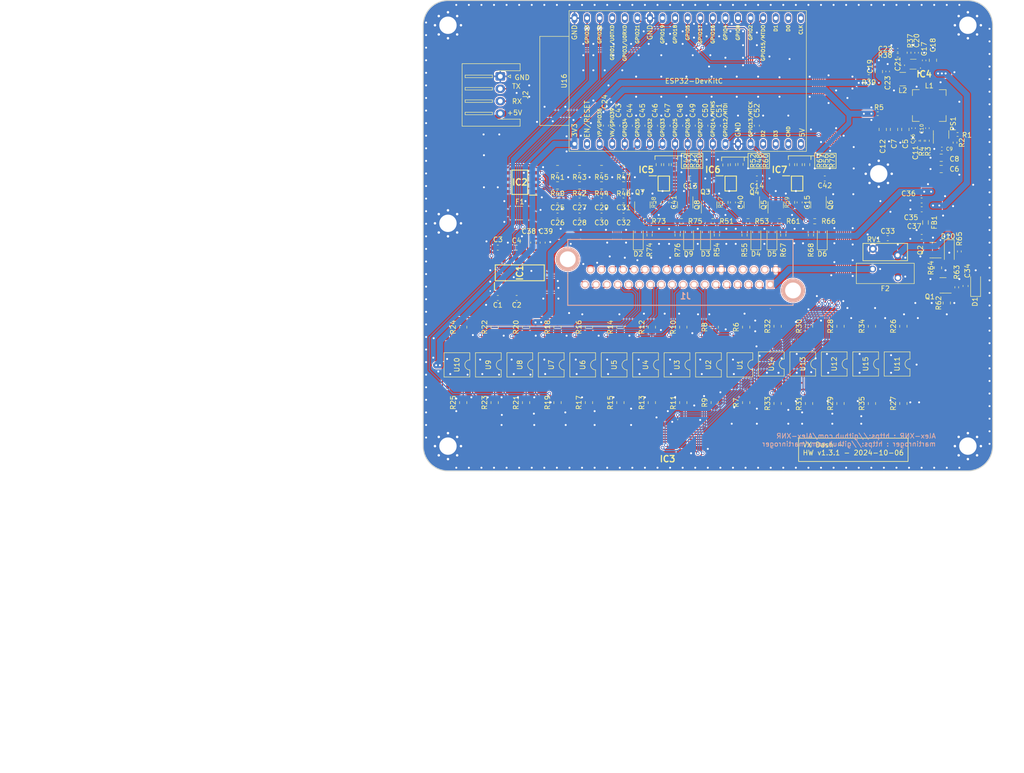
<source format=kicad_pcb>
(kicad_pcb (version 20221018) (generator pcbnew)
  (title_block (title "Main PCB") (date "2024-10-06") (rev "1.3.1") (comment 1 "https://cadlab.io/projects/vxdash") (comment 2 "https://github.com/martinroger/VXDash"))
  (layers (0 "F.Cu" signal "Top") (31 "B.Cu" signal "Bottom") (34 "B.Paste" user) (35 "F.Paste" user) (36 "B.SilkS" user "B.Silkscreen") (37 "F.SilkS" user "F.Silkscreen") (38 "B.Mask" user) (39 "F.Mask" user) (44 "Edge.Cuts" user))
  (net 0 "")
  (net 1 "rpm")
  (net 2 "GND")
  (net 3 "RPM_HALL")
  (net 4 "speed")
  (net 5 "SPEED_HALL")
  (net 6 "PROTECTED_12V+")
  (net 7 "Net-(D1-K)")
  (net 8 "Net-(PS1-BST)")
  (net 9 "CONV_5V+")
  (net 10 "Net-(IC4-VCC)")
  (net 11 "Net-(IC4-BST)")
  (net 12 "Net-(IC4-SW)")
  (net 13 "Net-(IC4-FB)")
  (net 14 "AnalogV_1")
  (net 15 "AnalogV_2")
  (net 16 "AnalogV_3")
  (net 17 "AnalogV_4")
  (net 18 "AnalogR_1")
  (net 19 "sensor_R_1")
  (net 20 "AnalogR_2")
  (net 21 "sensor_R_2")
  (net 22 "AnalogR_3")
  (net 23 "sensor_R_3")
  (net 24 "AnalogR_4")
  (net 25 "sensor_R_4")
  (net 26 "FUEL_LVL_Rsense")
  (net 27 "fuel_level")
  (net 28 "AnalogKR_1")
  (net 29 "sensor_KR_1")
  (net 30 "WATER_T_Rsense")
  (net 31 "water_T")
  (net 35 "backlight")
  (net 38 "REG_3.3V+")
  (net 42 "alternator")
  (net 43 "parking")
  (net 44 "immobilizer")
  (net 45 "door")
  (net 46 "S3")
  (net 47 "right_turn")
  (net 48 "left_turn")
  (net 49 "button")
  (net 50 "S2")
  (net 51 "S1")
  (net 52 "S0")
  (net 53 "brakes")
  (net 54 "coolant")
  (net 55 "full_beams")
  (net 56 "BCKLIGHT_ActHI")
  (net 57 "ignition")
  (net 58 "abs")
  (net 59 "airbag")
  (net 60 "oil")
  (net 61 "COM")
  (net 63 "/ESP32/TX1")
  (net 64 "/ESP32/RX1")
  (net 65 "5V_SENSOR")
  (net 66 "R_TURN_ActHI")
  (net 67 "L_TURN_ActHI")
  (net 68 "FBEAMS_ActHI")
  (net 69 "IGNITION_ActHI")
  (net 70 "ABS_ActLO")
  (net 71 "DOOR_ActLO")
  (net 72 "COOLANT_ActLO")
  (net 73 "BTN_ActLO")
  (net 74 "IMMO_ActLO")
  (net 75 "AIRBAG_ActLO")
  (net 76 "OIL_ALRM_ActLO")
  (net 77 "PARK_ActLO")
  (net 78 "BRAKE_ActLO")
  (net 79 "ALTERN_ActLO")
  (net 80 "BATT12V+")
  (net 81 "Net-(D10-A)")
  (net 82 "Net-(R6-Pad2)")
  (net 83 "Net-(R8-Pad2)")
  (net 84 "Net-(R10-Pad2)")
  (net 85 "Net-(R12-Pad2)")
  (net 86 "Net-(R14-Pad2)")
  (net 87 "Net-(R16-Pad2)")
  (net 88 "Net-(R18-Pad2)")
  (net 89 "Net-(R20-Pad2)")
  (net 90 "Net-(R22-Pad2)")
  (net 91 "Net-(R24-Pad2)")
  (net 92 "Net-(R26-Pad2)")
  (net 93 "Net-(R28-Pad2)")
  (net 94 "Net-(R30-Pad2)")
  (net 95 "Net-(R32-Pad2)")
  (net 96 "Net-(R34-Pad2)")
  (net 97 "sensor_V_1")
  (net 98 "sensor_V_2")
  (net 99 "sensor_V_3")
  (net 100 "sensor_V_4")
  (net 109 "/ESP32/ADC_2")
  (net 119 "Net-(Q1-D)")
  (net 120 "/12V_to_5V_AP63200WU-7/5V_REG_OUT")
  (net 121 "/12V_to_5V_AP63200WU-7/5V_SW")
  (net 122 "/12V_to_5V_AP63200WU-7/5V_FB")
  (net 123 "/12V_to_5V_AP63200WU-7/5V_EN")
  (net 124 "/Power_Input/Power_Fused")
  (net 125 "/Power_Input/Power_Pre-Filter")
  (net 126 "Net-(D2-A)")
  (net 127 "Net-(D3-A)")
  (net 128 "Net-(D4-A)")
  (net 129 "Net-(D5-A)")
  (net 130 "Net-(D6-A)")
  (net 131 "Net-(D9-A)")
  (net 132 "Net-(C19-Pad1)")
  (net 133 "/Rsensing_Pair2/Rset_1")
  (net 134 "/Rsensing_Pair2/Rset_2")
  (net 135 "/Rsensing_Pair3/Rset_1")
  (net 136 "/Rsensing_Pair3/Rset_2")
  (net 137 "/Rsensing_Pair1/Rset_1")
  (net 138 "/Rsensing_Pair1/Rset_2")
  (net 139 "Net-(IC7-+IN_A)")
  (net 140 "Net-(IC6-+IN_A)")
  (net 141 "Net-(IC5-+IN_A)")
  (net 142 "Net-(IC5-OUT_B)")
  (net 143 "Net-(IC5-OUT_A)")
  (net 144 "Net-(IC6-OUT_B)")
  (net 145 "Net-(IC6-OUT_A)")
  (net 146 "Net-(IC7-OUT_B)")
  (net 147 "Net-(IC7-OUT_A)")
  (footprint "Resistor_SMD:R_0805_2012Metric" (layer "F.Cu") (at 131.572 74.041 180)
    (fp_text reference "R43")
    (fp_text value "2K")
  )
  (footprint "Inductor_SMD:L_1210_3225Metric" (layer "F.Cu") (at 196.85 55.88 180)
    (fp_text reference "L2")
    (fp_text value "SRP3212A-3R3M")
  )
  (footprint "MountingHole:MountingHole_3.5mm_Pad_Via" (layer "F.Cu") (at 192 75)
    (fp_text reference "MTH3" hide)
    (fp_text value "MountingHole_3.5mm_Pad_Via")
  )
  (footprint "Capacitor_SMD:C_0603_1608Metric" (layer "F.Cu") (at 140.462 80.391 180)
    (fp_text reference "C31")
    (fp_text value "0.1uF 50V")
  )
  (footprint "Resistor_SMD:R_0805_2012Metric" (layer "F.Cu") (at 127.127 121.20975 -90)
    (fp_text reference "R19")
    (fp_text value "1K")
  )
  (footprint "Resistor_SMD:R_0805_2012Metric" (layer "F.Cu") (at 114.427 105.96975 -90)
    (fp_text reference "R22")
    (fp_text value "1K")
  )
  (footprint "Resistor_SMD:R_0603_1608Metric" (layer "F.Cu") (at 161.036 80.772 -90)
    (fp_text reference "R57")
    (fp_text value "330k")
  )
  (footprint "Capacitor_SMD:C_0603_1608Metric" (layer "F.Cu") (at 141.732 65.278 90)
    (fp_text reference "C44")
    (fp_text value "0.1uF 50V")
  )
  (footprint "SamacSys_Parts:MP2322GQHZ" (layer "F.Cu") (at 198.975 52.857 180)
    (fp_text reference "IC4")
    (fp_text value "MP2322GQH-Z" hide)
  )
  (footprint "Capacitor_SMD:C_0603_1608Metric" (layer "F.Cu") (at 200.665 80.39 180)
    (fp_text reference "C36")
    (fp_text value "1uF")
  )
  (footprint "Resistor_SMD:R_0603_1608Metric" (layer "F.Cu") (at 145.72 87.375 -90)
    (fp_text reference "R74")
    (fp_text value "51k")
  )
  (footprint "Resistor_SMD:R_0603_1608Metric" (layer "F.Cu") (at 165.608 84.581 180)
    (fp_text reference "R53")
    (fp_text value "27k")
  )
  (footprint "Resistor_SMD:R_0805_2012Metric" (layer "F.Cu") (at 146.177 121.20975 -90)
    (fp_text reference "R13")
    (fp_text value "1K")
  )
  (footprint "Resistor_SMD:R_0603_1608Metric" (layer "F.Cu") (at 159.309 87.375 -90)
    (fp_text reference "R54")
    (fp_text value "51k")
  )
  (footprint "Capacitor_SMD:C_0603_1608Metric" (layer "F.Cu") (at 115.062 100.076 180)
    (fp_text reference "C1")
    (fp_text value "0.1uF 50V")
  )
  (footprint "Resistor_SMD:R_0805_2012Metric" (layer "F.Cu") (at 158.877 121.20975 -90)
    (fp_text reference "R9")
    (fp_text value "1K")
  )
  (footprint "Resistor_SMD:R_0805_2012Metric" (layer "F.Cu") (at 184.276999 121.3885 -90)
    (fp_text reference "R29")
    (fp_text value "1K")
  )
  (footprint "Capacitor_SMD:C_0603_1608Metric" (layer "F.Cu") (at 118.872 100.076 180)
    (fp_text reference "C2")
    (fp_text value "0.1uF 50V")
  )
  (footprint "Resistor_SMD:R_0603_1608Metric" (layer "F.Cu") (at 149.098 73.152 -90)
    (fp_text reference "R72")
    (fp_text value "6k8")
  )
  (footprint "Capacitor_SMD:C_0603_1608Metric" (layer "F.Cu") (at 136.906 65.278 90)
    (fp_text reference "C24")
    (fp_text value "0.1uF 50V")
  )
  (footprint "Capacitor_SMD:C_0603_1608Metric" (layer "F.Cu") (at 153.924 75.946 180)
    (fp_text reference "C13")
    (fp_text value "0.1uF 50V")
  )
  (footprint "Capacitor_SMD:C_0805_2012Metric" (layer "F.Cu") (at 195.09 66.039 -90)
    (fp_text reference "C7")
    (fp_text value "22uF 16V")
  )
  (footprint "Package_TO_SOT_SMD:SOT-23" (layer "F.Cu") (at 204.978 97.536 180)
    (fp_text reference "Q1")
    (fp_text value "2N7002")
  )
  (footprint "Resistor_SMD:R_0805_2012Metric" (layer "F.Cu") (at 165.227 105.96975 -90)
    (fp_text reference "R6")
    (fp_text value "1K")
  )
  (footprint "Resistor_SMD:R_0603_1608Metric" (layer "F.Cu") (at 144.78 84.582)
    (fp_text reference "R73")
    (fp_text value "27k")
  )
  (footprint "Resistor_SMD:R_0805_2012Metric" (layer "F.Cu") (at 152.527 105.96975 -90)
    (fp_text reference "R10")
    (fp_text value "1K")
  )
  (footprint "Resistor_SMD:R_0805_2012Metric" (layer "F.Cu") (at 120.777 121.20975 -90)
    (fp_text reference "R21")
    (fp_text value "1K")
  )
  (footprint "Resistor_SMD:R_0402_1005Metric" (layer "F.Cu") (at 195.84 51.054 180)
    (fp_text reference "R38")
    (fp_text value "976K")
  )
  (footprint "Resistor_SMD:R_0805_2012Metric" (layer "F.Cu") (at 131.572 77.343 180)
    (fp_text reference "R42")
    (fp_text value "1K")
  )
  (footprint "Resistor_SMD:R_0805_2012Metric" (layer "F.Cu") (at 136.017 74.041 180)
    (fp_text reference "R45")
    (fp_text value "2K")
  )
  (footprint "Package_DIP:SMDIP-4_W7.62mm" (layer "F.Cu") (at 119.507 113.58975 -90)
    (fp_text reference "U8")
    (fp_text value "SFH617A-2X009T")
  )
  (footprint "Resistor_SMD:R_0805_2012Metric" (layer "F.Cu") (at 133.477 105.96975 -90)
    (fp_text reference "R16")
    (fp_text value "1K")
  )
  (footprint "Package_TO_SOT_SMD:SOT-23" (layer "F.Cu") (at 144.272 81.28 90)
    (fp_text reference "Q7")
    (fp_text value "DMG2301L")
  )
  (footprint "Resistor_SMD:R_0603_1608Metric" (layer "F.Cu") (at 150.622 73.152 90)
    (fp_text reference "R50")
    (fp_text value "22R")
  )
  (footprint "Resistor_SMD:R_0805_2012Metric" (layer "F.Cu") (at 114.427 121.20975 -90)
    (fp_text reference "R23")
    (fp_text value "1K")
  )
  (footprint "Resistor_SMD:R_0402_1005Metric" (layer "F.Cu") (at 198.12 50.546 -90)
    (fp_text reference "R37")
    (fp_text value "220K")
  )
  (footprint "Capacitor_SMD:C_0603_1608Metric" (layer "F.Cu") (at 181.102 75.946 180)
    (fp_text reference "C42")
    (fp_text value "0.1uF 50V")
  )
  (footprint "MountingHole:MountingHole_3.5mm_Pad_Via" (layer "F.Cu") (at 105 130)
    (fp_text reference "MTH5" hide)
    (fp_text value "MountingHole_3.5mm_Pad_Via")
  )
  (footprint "Capacitor_SMD:C_0603_1608Metric" (layer "F.Cu") (at 200.678 82.168)
    (fp_text reference "C35")
    (fp_text value "0.1uF 50V")
  )
  (footprint "Package_TO_SOT_SMD:SOT-23" (layer "F.Cu") (at 202.946 90.424 180)
    (fp_text reference "Q2")
    (fp_text value "PJA3441")
  )
  (footprint "Resistor_SMD:R_0805_2012Metric" (layer "F.Cu") (at 127.127 74.041 180)
    (fp_text reference "R41")
    (fp_text value "2K")
  )
  (footprint "Package_TO_SOT_SMD:SOT-23" (layer "F.Cu") (at 171.196 81.28 90)
    (fp_text reference "Q5")
    (fp_text value "DMG2301L")
  )
  (footprint "Package_DIP:SMDIP-4_W7.62mm" (layer "F.Cu") (at 138.557 113.58975 -90)
    (fp_text reference "U5")
    (fp_text value "SFH617A-2X009T")
  )
  (footprint "Resistor_SMD:R_0402_1005Metric" (layer "F.Cu") (at 208.28 90.678 -90)
    (fp_text reference "R65")
    (fp_text value "100K")
  )
  (footprint "Fuse:Fuse_1210_3225Metric" (layer "F.Cu") (at 119.507 82.931)
    (fp_text reference "F1")
    (fp_text value "Polyfuse")
  )
  (footprint "MountingHole:MountingHole_3.5mm_Pad_Via" (layer "F.Cu") (at 210 130)
    (fp_text reference "MTH4" hide)
    (fp_text value "MountingHole_3.5mm_Pad_Via")
  )
  (footprint "Capacitor_SMD:C_0603_1608Metric" (layer "F.Cu") (at 144.272 65.278 90)
    (fp_text reference "C45")
    (fp_text value "0.1uF 50V")
  )
  (footprint "Capacitor_SMD:C_0603_1608Metric" (layer "F.Cu") (at 162.56 80.772 90)
    (fp_text reference "C40")
    (fp_text value "0.1uF 50V")
  )
  (footprint "Resistor_SMD:R_0603_1608Metric" (layer "F.Cu") (at 179.07 84.582 180)
    (fp_text reference "R66")
    (fp_text value "27k")
  )
  (footprint "Capacitor_SMD:C_0805_2012Metric" (layer "F.Cu") (at 202.946 52.07 90)
    (fp_text reference "C18")
    (fp_text value "22uF 16V")
  )
  (footprint "Resistor_SMD:R_0603_1608Metric" (layer "F.Cu") (at 171.958 84.582)
    (fp_text reference "R61")
    (fp_text value "27k")
  )
  (footprint "Resistor_SMD:R_0805_2012Metric" (layer "F.Cu") (at 108.077 105.96975 -90)
    (fp_text reference "R24")
    (fp_text value "1K")
  )
  (footprint "Capacitor_SMD:C_0603_1608Metric" (layer "F.Cu") (at 127.127 83.439 180)
    (fp_text reference "C26")
    (fp_text value "0.1uF 50V")
  )
  (footprint "Resistor_SMD:R_0805_2012Metric" (layer "F.Cu") (at 158.877 105.96975 -90)
    (fp_text reference "R8")
    (fp_text value "1K")
  )
  (footprint "MountingHole:MountingHole_3.5mm_Pad_Via" (layer "F.Cu") (at 105 45)
    (fp_text reference "MTH1" hide)
    (fp_text value "MountingHole_3.5mm_Pad_Via")
  )
  (footprint "Package_TO_SOT_SMD:TSOT-23-6" (layer "F.Cu") (at 204.589 67.055 90)
    (fp_text reference "PS1")
    (fp_text value "AP63200WU-7")
  )
  (footprint "Capacitor_SMD:C_0603_1608Metric" (layer "F.Cu") (at 193.82 88.01)
    (fp_text reference "C33")
    (fp_text value "0.1uF 50V")
  )
  (footprint "Capacitor_SMD:C_0603_1608Metric" (layer "F.Cu") (at 131.572 80.391 180)
    (fp_text reference "C27")
    (fp_text value "0.1uF 50V")
  )
  (footprint "Resistor_SMD:R_0805_2012Metric" (layer "F.Cu") (at 127.127 105.96975 -90)
    (fp_text reference "R18")
    (fp_text value "1K")
  )
  (footprint "Resistor_SMD:R_0402_1005Metric" (layer "F.Cu") (at 189.992 55.372 180)
    (fp_text reference "R39")
    (fp_text value "0R")
  )
  (footprint "Fuse:Fuse_BelFuse_0ZRE0033FF_L11.4mm_W3.8mm" (layer "F.Cu") (at 190.772 94.222)
    (fp_text reference "F2")
    (fp_text value "0ZRB0250FF1E")
  )
  (footprint "Capacitor_SMD:C_0603_1608Metric" (layer "F.Cu") (at 209.532 97.664 -90)
    (fp_text reference "C34")
    (fp_text value "0.1uF 50V")
  )
  (footprint "Package_TO_SOT_SMD:SOT-23" (layer "F.Cu") (at 179.832 81.28 -90)
    (fp_text reference "Q6")
    (fp_text value "DMG2301L")
  )
  (footprint "Package_TO_SOT_SMD:SOT-23" (layer "F.Cu") (at 166.37 81.28 -90)
    (fp_text reference "Q4")
    (fp_text value "DMG2301L")
  )
  (footprint "Resistor_SMD:R_0402_1005Metric" (layer "F.Cu") (at 191.788 62.864 180)
    (fp_text reference "R5")
    (fp_text value "0R")
  )
  (footprint "Capacitor_SMD:C_0603_1608Metric" (layer "F.Cu") (at 156.972 65.278 90)
    (fp_text reference "C50")
    (fp_text value "0.1uF 50V")
  )
  (footprint "Capacitor_SMD:C_0603_1608Metric" (layer "F.Cu") (at 146.812 65.278 90)
    (fp_text reference "C46")
    (fp_text value "0.1uF 50V")
  )
  (footprint "Resistor_SMD:R_0603_1608Metric" (layer "F.Cu") (at 152.146 84.582 180)
    (fp_text reference "R75")
    (fp_text value "27k")
  )
  (footprint "Resistor_SMD:R_0402_1005Metric" (layer "F.Cu") (at 207.754 97.918 90)
    (fp_text reference "R63")
    (fp_text value "100K")
  )
  (footprint "Diode_SMD:D_SOD-123F" (layer "F.Cu") (at 153.594 88.137 90)
    (fp_text reference "D9")
    (fp_text value "PMEG3010EH")
  )
  (footprint "Resistor_SMD:R_0603_1608Metric" (layer "F.Cu") (at 164.897 87.375 -90)
    (fp_text reference "R55")
    (fp_text value "51k")
  )
  (footprint "Capacitor_SMD:C_0603_1608Metric" (layer "F.Cu") (at 200.678 87.756)
    (fp_text reference "C37")
    (fp_text value "0.1uF 50V")
  )
  (footprint "Capacitor_SMD:C_0603_1608Metric" (layer "F.Cu") (at 167.386 75.946 180)
    (fp_text reference "C14")
    (fp_text value "0.1uF 50V")
  )
  (footprint "Capacitor_SMD:C_0603_1608Metric" (layer "F.Cu") (at 149.098 80.772 90)
    (fp_text reference "C41")
    (fp_text value "0.1uF 50V")
  )
  (footprint "SamacSys_Parts:SOP65P490X110-8N" (layer "F.Cu") (at 175.514 76.962)
    (fp_text reference "IC7")
    (fp_text value "AD8542ARMZ-REEL" hide)
  )
  (footprint "Package_DIP:SMDIP-4_W7.62mm" (layer "F.Cu") (at 195.707 113.411 -90)
    (fp_text reference "U11")
    (fp_text value "SFH617A-2X009T")
  )
  (footprint "Capacitor_SMD:C_0805_2012Metric" (layer "F.Cu") (at 204.615 71.754 180)
    (fp_text reference "C8")
    (fp_text value "22uF 16V")
  )
  (footprint "Resistor_SMD:R_0402_1005Metric" (layer "F.Cu") (at 201.821 68.325 -90)
    (fp_text reference "R3")
    (fp_text value "82k")
  )
  (footprint "Package_TO_SOT_SMD:SOT-23" (layer "F.Cu") (at 157.734 81.279 90)
    (fp_text reference "Q3")
    (fp_text value "DMG2301L")
  )
  (footprint "SamacSys_Parts:SOP65P490X110-8N" (layer "F.Cu") (at 148.59 76.961)
    (fp_text reference "IC5")
    (fp_text value "AD8542ARMZ-REEL" hide)
  )
  (footprint "Resistor_SMD:R_0603_1608Metric" (layer "F.Cu") (at 162.56 73.152 -90)
    (fp_text reference "R48")
    (fp_text value "6k8")
  )
  (footprint "MountingHole:MountingHole_3.5mm_Pad_Via" (layer "F.Cu") (at 210 45)
    (fp_text reference "MTH2" hide)
    (fp_text value "MountingHole_3.5mm_Pad_Via")
  )
  (footprint "Resistor_SMD:R_0603_1608Metric" (layer "F.Cu") (at 161.036 73.215 -90)
    (fp_text reference "R52")
    (fp_text value "22R")
  )
  (footprint "SamacSys_Parts:SOIC127P600X175-16N" (layer "F.Cu") (at 119.507 94.996 90)
    (fp_text reference "IC1")
    (fp_text value "CD74HC4050M96" hide)
  )
  (footprint "Capacitor_SMD:C_0603_1608Metric" (layer "F.Cu") (at 115.062 89.916 180)
    (fp_text reference "C3")
    (fp_text value "0.1uF 50V")
  )
  (footprint "Package_DIP:SMDIP-4_W7.62mm" (layer "F.Cu") (at 113.157 113.58975 -90)
    (fp_text reference "U9")
    (fp_text value "SFH617A-2X009T")
  )
  (footprint "Package_DIP:SMDIP-4_W7.62mm" (layer "F.Cu") (at 151.257 113.58975 -90)
    (fp_text reference "U3")
    (fp_text value "SFH617A-2X009T")
  )
  (footprint "Package_DIP:SMDIP-4_W7.62mm" (layer "F.Cu") (at 106.807 113.58975 -90)
    (fp_text reference "U10")
    (fp_text value "SFH617A-2X009T")
  )
  (footprint "Capacitor_SMD:C_0603_1608Metric" (layer "F.Cu") (at 151.892 65.278 90)
    (fp_text reference "C48")
    (fp_text value "0.1uF 50V")
  )
  (footprint "Resistor_SMD:R_0805_2012Metric" (layer "F.Cu") (at 146.177 105.96975 -90)
    (fp_text reference "R12")
    (fp_text value "1K")
  )
  (footprint "Package_DIP:SMDIP-4_W7.62mm" (layer "F.Cu") (at 144.907 113.58975 -90)
    (fp_text reference "U4")
    (fp_text value "SFH617A-2X009T")
  )
  (footprint "Capacitor_SMD:C_0402_1005Metric" (layer "F.Cu") (at 196.85 53.086 -90)
    (fp_text reference "C21")
    (fp_text value "100nF 50V")
  )
  (footprint "Resistor_SMD:R_0805_2012Metric" (layer "F.Cu") (at 140.462 77.343 180)
    (fp_text reference "R46")
    (fp_text value "1K")
  )
  (footprint "Diode_SMD:D_SOD-123F" (layer "F.Cu") (at 170.434 88.138 90)
    (fp_text reference "D5")
    (fp_text value "PMEG3010EH")
  )
  (footprint "Capacitor_SMD:C_0402_1005Metric" (layer "F.Cu") (at 204.742 69.976 180)
    (fp_text reference "C9")
    (fp_text value "100nF 50V")
  )
  (footprint "Capacitor_SMD:C_0603_1608Metric" (layer "F.Cu") (at 131.572 83.439 180)
    (fp_text reference "C28")
    (fp_text value "0.1uF 50V")
  )
  (footprint "Resistor_SMD:R_0603_1608Metric" (layer "F.Cu") (at 178.308 87.376 -90)
    (fp_text reference "R68")
    (fp_text value "51k")
  )
  (footprint "Package_DIP:SMDIP-4_W7.62mm" (layer "F.Cu") (at 125.857 113.58975 -90)
    (fp_text reference "U7")
    (fp_text value "SFH617A-2X009T")
  )
  (footprint "SamacSys_Parts:74HC4067BQQ100J" (layer "F.Cu") (at 152.146 128.397 -90)
    (fp_text reference "IC3")
    (fp_text value "74HC4067BQ-Q100J" hide)
  )
  (footprint "Resistor_SMD:R_0805_2012Metric" (layer "F.Cu") (at 108.077 121.20975 -90)
    (fp_text reference "R25")
    (fp_text value "1K")
  )
  (footprint "Capacitor_SMD:C_0805_2012Metric" (layer "F.Cu") (at 192.024 54.356 90)
    (fp_text reference "C19")
    (fp_text value "22uF 16V")
  )
  (footprint "Resistor_SMD:R_0805_2012Metric" (layer "F.Cu") (at 140.462 74.041 180)
    (fp_text reference "R47")
    (fp_text value "2K")
  )
  (footprint "Resistor_SMD:R_0603_1608Metric" (layer "F.Cu") (at 147.574 73.152 -90)
    (fp_text reference "R49")
    (fp_text value "22R")
  )
  (footprint "Resistor_SMD:R_0805_2012Metric" (layer "F.Cu") (at 203.962 93.98 90)
    (fp_text reference "R64")
    (fp_text value "1K")
  )
  (footprint "Capacitor_SMD:C_0603_1608Metric" (layer "F.Cu") (at 154.432 65.278 90)
    (fp_text reference "C49")
    (fp_text value "0.1uF 50V")
  )
  (footprint "Resistor_SMD:R_0805_2012Metric" (layer "F.Cu") (at 127.127 77.343 180)
    (fp_text reference "R40")
    (fp_text value "1K")
  )
  (footprint "Resistor_SMD:R_0805_2012Metric" (layer "F.Cu") (at 136.017 77.343 180)
    (fp_text reference "R44")
    (fp_text value "1K")
  )
  (footprint "Resistor_SMD:R_0805_2012Metric" (layer "F.Cu") (at 120.777 105.96975 -90)
    (fp_text reference "R20")
    (fp_text value "1K")
  )
  (footprint "Resistor_SMD:R_0603_1608Metric" (layer "F.Cu") (at 172.72 87.376 -90)
    (fp_text reference "R67")
    (fp_text value "51k")
  )
  (footprint "Package_DIP:SMDIP-4_W7.62mm" (layer "F.Cu") (at 183.007 113.411 -90)
    (fp_text reference "U12")
    (fp_text value "SFH617A-2X009T")
  )
  (footprint "Inductor_SMD:L_0805_2012Metric" (layer "F.Cu") (at 201.44 84.835 90)
    (fp_text reference "FB1")
    (fp_text value "120R@100MHz")
  )
  (footprint "Resistor_SMD:R_0805_2012Metric" (layer "F.Cu") (at 177.926999 121.3885 -90)
    (fp_text reference "R31")
    (fp_text value "1K")
  )
  (footprint "Resistor_SMD:R_0805_2012Metric" (layer "F.Cu") (at 190.627 105.791 -90)
    (fp_text reference "R34")
    (fp_text value "1K")
  )
  (footprint "Capacitor_SMD:C_0603_1608Metric" (layer "F.Cu") (at 136.017 83.439 180)
    (fp_text reference "C30")
    (fp_text value "0.1uF 50V")
  )
  (footprint "Resistor_SMD:R_0402_1005Metric" (layer "F.Cu") (at 200.805 68.325 90)
    (fp_text reference "R4")
    (fp_text value "430k")
  )
  (footprint "Resistor_SMD:R_0402_1005Metric" (layer "F.Cu") (at 207.409 68.706 90)
    (fp_text reference "R2")
    (fp_text value "470k")
  )
  (footprint "Capacitor_SMD:C_0402_1005Metric" (layer "F.Cu") (at 199.789 68.325 90)
    (fp_text reference "C11")
    (fp_text value "100pF")
  )
  (footprint "Capacitor_SMD:C_0603_1608Metric" (layer "F.Cu") (at 176.022 80.772 90)
    (fp_text reference "C15")
    (fp_text value "0.1uF 50V")
  )
  (footprint "Diode_SMD:D_SOD-123" (layer "F.Cu") (at 206.248 90.678 -90)
    (fp_text reference "D10")
    (fp_text value "18V")
  )
  (footprint "Capacitor_SMD:C_0603_1608Metric" (layer "F.Cu") (at 149.352 65.291 90)
    (fp_text reference "C47")
    (fp_text value "0.1uF 50V")
  )
  (footprint "Resistor_SMD:R_0805_2012Metric" (layer "F.Cu") (at 196.976999 121.3885 -90)
    (fp_text reference "R27")
    (fp_text value "1K")
  )
  (footprint "Package_DIP:SMDIP-4_W7.62mm" (layer "F.Cu") (at 163.957 113.58975 -90)
    (fp_text reference "U1")
    (fp_text value "SFH617A-2X009T")
  )
  (footprint "Resistor_SMD:R_0603_1608Metric" (layer "F.Cu") (at 151.384 87.375 -90)
    (fp_text reference "R76")
    (fp_text value "51k")
  )
  (footprint "Resistor_SMD:R_0603_1608Metric" (layer "F.Cu") (at 147.574 80.772 -90)
    (fp_text reference "R58")
    (fp_text value "330k")
  )
  (footprint "Package_DIP:SMDIP-4_W7.62mm" (layer "F.Cu") (at 189.357 113.411 -90)
    (fp_text reference "U15")
    (fp_text value "SFH617A-2X009T")
  )
  (footprint "Connector_JST:JST_XH_S4B-XH-A-1_1x04_P2.50mm_Horizontal" (layer "F.Cu") (at 115.57 55.325 -90)
    (fp_text reference "J2")
    (fp_text value "Conn_01x04_Socket")
  )
  (footprint "Capacitor_SMD:C_0402_1005Metric" (layer "F.Cu") (at 195.834 50.038 180)
    (fp_text reference "C22")
    (fp_text value "22pF")
  )
  (footprint "Resistor_SMD:R_0805_2012Metric" (layer "F.Cu") (at 205.74 101.092 90)
    (fp_text reference "R62")
    (fp_text value "1K")
  )
  (footprint "Capacitor_SMD:C_0603_1608Metric" (layer "F.Cu") (at 140.462 83.439 180)
    (fp_text reference "C32")
    (fp_text value "0.1uF 50V")
  )
  (footprint "Resistor_SMD:R_0603_1608Metric" (layer "F.Cu") (at 176.022 73.152 -90)
    (fp_text reference "R56")
    (fp_text value "6k8")
  )
  (footprint "Diode_SMD:D_SOD-123" (layer "F.Cu") (at 211.564 97.41 90)
    (fp_text reference "D1")
    (fp_text value "18V")
  )
  (footprint "Capacitor_SMD:C_0402_1005Metric" (layer "F.Cu") (at 199.027 65.785 -90)
    (fp_text reference "C16")
    (fp_text value "100nF 50V")
  )
  (footprint "Capacitor_SMD:C_0402_1005Metric" (layer "F.Cu") (at 193.802 54.328 -90)
    (fp_text reference "C23")
    (fp_text value "100nF 50V")
  )
  (footprint "SamacSys_Parts:SOP65P490X110-8N" (layer "F.Cu") (at 162.103 76.961)
    (fp_text reference "IC6")
    (fp_text value "AD8542ARMZ-REEL" hide)
  )
  (footprint "Resistor_SMD:R_0805_2012Metric" (layer "F.Cu") (at 139.827 105.96975 -90)
    (fp_text reference "R14")
    (fp_text value "1K")
  )
  (footprint "Capacitor_SMD:C_0603_1608Metric" (layer "F.Cu") (at 139.192 65.278 90)
    (fp_text reference "C43")
    (fp_text value "0.1uF 50V")
  )
  (footprint "Resistor_SMD:R_0603_1608Metric" (layer "F.Cu") (at 158.496 84.582)
    (fp_text reference "R51")
    (fp_text value "27k")
  )
  (footprint "Capacitor_SMD:C_0603_1608Metric" (layer "F.Cu") (at 124.13 88.899 90)
    (fp_text reference "C39")
    (fp_text value "0.1uF 50V")
  )
  (footprint "Capacitor_SMD:C_0805_2012Metric" (layer "F.Cu") (at 197.376 66.039 -90)
    (fp_text reference "C5")
    (fp_text value "22uF 16V")
  )
  (footprint "Diode_SMD:D_SOD-123F" (layer "F.Cu") (at 180.594 88.138 90)
    (fp_text reference "D6")
    (fp_text value "PMEG3010EH")
  )
  (footprint "Resistor_SMD:R_0805_2012Metric" (layer "F.Cu") (at 177.927 105.791 -90)
    (fp_text reference "R30")
    (fp_text value "1K")
  )
  (footprint "Capacitor_SMD:C_0603_1608Metric" (layer "F.Cu") (at 159.512 65.278 90)
    (fp_text reference "C51")
    (fp_text value "0.1uF 50V")
  )
  (footprint "Resistor_SMD:R_0603_1608Metric" (layer "F.Cu") (at 174.498 73.152 -90)
    (fp_text reference "R69")
    (fp_text value "22R")
  )
  (footprint "Resistor_SMD:R_0805_2012Metric" (layer "F.Cu") (at 190.627 121.3885 -90)
    (fp_text reference "R35")
    (fp_text value "1K")
  )
  (footprint "Resistor_SMD:R_0805_2012Metric" (layer "F.Cu") (at 139.827 121.20975 -90)
    (fp_text reference "R15")
    (fp_text value "1K")
  )
  (footprint "Resistor_SMD:R_0805_2012Metric" (layer "F.Cu") (at 165.227 121.20975 -90)
    (fp_text reference "R7")
    (fp_text value "1K")
  )
  (footprint "Package_DIP:SMDIP-4_W7.62mm" (layer "F.Cu") (at 170.307 113.411 -90)
    (fp_text reference "U14")
    (fp_text value "SFH617A-2X009T")
  )
  (footprint "Resistor_SMD:R_0805_2012Metric" (layer "F.Cu") (at 133.477 121.20975 -90)
    (fp_text reference "R17")
    (fp_text value "1K")
  )
  (footprint "Capacitor_SMD:C_0603_1608Metric" (layer "F.Cu") (at 122.225 88.899 90)
    (fp_text reference "C38")
    (fp_text value "0.1uF 50V")
  )
  (footprint "Capacitor_SMD:C_0603_1608Metric" (layer "F.Cu") (at 136.017 80.391 180)
    (fp_text reference "C29")
    (fp_text value "0.1uF 50V")
  )
  (footprint "Resistor_SMD:R_0805_2012Metric" (layer "F.Cu") (at 184.277 105.791 -90)
    (fp_text reference "R28")
    (fp_text value "1K")
  )
  (footprint "SamacSys_Parts:SOIC127P600X175-8N" (layer "F.Cu") (at 119.507 76.708 180)
    (fp_text reference "IC2")
    (fp_text value "SP721ABG" hide)
  )
  (footprint "Inductor_SMD:L_Bourns-SRN6028" (layer "F.Cu") (at 202.202 61.213 180)
    (fp_text reference "L1")
    (fp_text value "10uH")
  )
  (footprint "Package_TO_SOT_SMD:SOT-23" (layer "F.Cu") (at 152.908 81.28 -90)
    (fp_text reference "Q8")
    (fp_text value "DMG2301L")
  )
  (footprint "Varistor:RV_Disc_D9mm_W3.5mm_P5mm" (layer "F.Cu") (at 190.812 90.154)
    (fp_text reference "RV1")
    (fp_text value "MOV-07D220K")
  )
  (footprint "Capacitor_SMD:C_0805_2012Metric" (layer "F.Cu") (at 204.615 74.04 180)
    (fp_text reference "C6")
    (fp_text value "22uF 16V")
  )
  (footprint "Resistor_SMD:R_0805_2012Metric" (layer "F.Cu") (at 196.977 105.791 -90)
    (fp_text reference "R26")
    (fp_text value "1K")
  )
  (footprint "Diode_SMD:D_SOD-123F" (layer "F.Cu") (at 157.023 88.137 90)
    (fp_text reference "D3")
    (fp_text value "PMEG3010EH")
  )
  (footprint "Resistor_SMD:R_0805_2012Metric" (layer "F.Cu") (at 171.577 105.791 -90)
    (fp_text reference "R32")
    (fp_text value "1K")
  )
  (footprint "Diode_SMD:D_SOD-123F" (layer "F.Cu") (at 167.183 88.137 90)
    (fp_text reference "D4")
    (fp_text value "PMEG3010EH")
  )
  (footprint "Resistor_SMD:R_0603_1608Metric" (layer "F.Cu") (at 174.498 80.772 -90)
    (fp_text reference "R59")
    (fp_text value "330k")
  )
  (footprint "Capacitor_SMD:C_0402_1005Metric" (layer "F.Cu") (at 201.168 52.098 90)
    (fp_text reference "C17")
    (fp_text value "100nF 50V")
  )
  (footprint "Resistor_SMD:R_0603_1608Metric" (layer "F.Cu") (at 177.546 73.152 90)
    (fp_text reference "R70")
    (fp_text value "51R")
  )
  (footprint "Package_DIP:SMDIP-4_W7.62mm" (layer "F.Cu") (at 176.657 113.411 -90)
    (fp_text reference "U13")
    (fp_text value "SFH617A-2X009T")
  )
  (footprint "MountingHole:MountingHole_3.5mm_Pad_Via" (layer "F.Cu") (at 105 85)
    (fp_text reference "MTH6" hide)
    (fp_text value "MountingHole_3.5mm_Pad_Via")
  )
  (footprint "Capacitor_SMD:C_0603_1608Metric" (layer "F.Cu") (at 167.386 65.278 90)
    (fp_text reference "C52")
    (fp_text value "0.1uF 50V")
  )
  (footprint "Capacitor_SMD:C_0402_1005Metric" (layer "F.Cu") (at 201.821 65.785 90)
    (fp_text reference "C10")
    (fp_text value "100nF 50V")
  )
  (footprint "Espressif:ESP32-DevKitC" (layer "F.Cu") (at 130.556 68.961 90)
    (fp_text reference "U16")
    (fp_text value "ESP32-DevKitC")
  )
  (footprint "Resistor_SMD:R_0805_2012Metric" (layer "F.Cu") (at 171.576999 121.3885 -90)
    (fp_text reference "R33")
    (fp_text value "1K")
  )
  (footprint "Capacitor_SMD:C_0603_1608Metric" (layer "F.Cu") (at 127.127 80.391 180)
    (fp_text reference "C25")
    (fp_text value "0.1uF 50V")
  )
  (footprint "Capacitor_SMD:C_0805_2012Metric" (layer "F.Cu") (at 192.804 66.039 -90)
    (fp_text reference "C12")
    (fp_text value "22uF 16V")
  )
  (footprint "Capacitor_SMD:C_0603_1608Metric" (layer "F.Cu") (at 118.872 89.916)
    (fp_text reference "C4")
    (fp_text value "0.1uF 50V")
  )
  (footprint "Resistor_SMD:R_0805_2012Metric" (layer "F.Cu") (at 152.527 121.20975 -90)
    (fp_text reference "R11")
    (fp_text value "1K")
  )
  (footprint "Package_DIP:SMDIP-4_W7.62mm" (layer "F.Cu") (at 132.207 113.58975 -90)
    (fp_text reference "U6")
    (fp_text value "SFH617A-2X009T")
  )
  (footprint "Diode_SMD:D_SOD-123F" (layer "F.Cu") (at 143.434 88.137 90)
    (fp_text reference "D2")
    (fp_text value "PMEG3010EH")
  )
  (footprint "Resistor_SMD:R_0603_1608Metric" (layer "F.Cu") (at 164.084 73.089 90)
    (fp_text reference "R60")
    (fp_text value "22R")
  )
  (footprint "Capacitor_SMD:C_0402_1005Metric" (layer "F.Cu") (at 199.644 50.546 90)
    (fp_text reference "C20")
    (fp_text value "2.2µF")
  )
  (footprint "Resistor_SMD:R_0402_1005Metric" (layer "F.Cu") (at 207.917 67.055 180)
    (fp_text reference "R1")
    (fp_text value "51k")
  )
  (footprint "Package_DIP:SMDIP-4_W7.62mm" (layer "F.Cu") (at 157.607 113.58975 -90)
    (fp_text reference "U2")
    (fp_text value "SFH617A-2X009T")
  )
  (footprint "SamacSys_Parts:MX34036UF2" (layer "B.Cu") (at 170.092 97.361)
    (fp_text reference "J1")
    (fp_text value "MX34036UF2" hide)
  )
  (gr_line (start 173.736 71.374) (end 173.736 72.136) (stroke (width 0.15)) (layer "F.SilkS"))
  (gr_line (start 146.812 71.374) (end 146.812 72.136) (stroke (width 0.15)) (layer "F.SilkS"))
  (gr_line (start 151.384 71.374) (end 151.384 72.136) (stroke (width 0.15)) (layer "F.SilkS"))
  (gr_rect (start 179.07 70.866) (end 183.388 73.914) (stroke (width 0.15)) (fill none) (layer "F.SilkS"))
  (gr_line (start 165.608 71.628) (end 160.274 71.628) (stroke (width 0.15)) (layer "F.SilkS"))
  (gr_line (start 178.308 71.374) (end 178.308 72.136) (stroke (width 0.15)) (layer "F.SilkS"))
  (gr_rect (start 152.146 70.866) (end 156.464 73.914) (stroke (width 0.15)) (fill none) (layer "F.SilkS"))
  (gr_line (start 160.274 71.628) (end 160.274 72.39) (stroke (width 0.15)) (layer "F.SilkS"))
  (gr_line (start 164.846 71.628) (end 164.846 72.39) (stroke (width 0.15)) (layer "F.SilkS"))
  (gr_line (start 179.07 71.374) (end 173.736 71.374) (stroke (width 0.15)) (layer "F.SilkS"))
  (gr_rect (start 165.608 70.866) (end 169.926 73.914) (stroke (width 0.15)) (fill none) (layer "F.SilkS"))
  (gr_line (start 152.146 71.374) (end 146.812 71.374) (stroke (width 0.15)) (layer "F.SilkS"))
  (gr_poly (pts (arc (start 105 40) (mid 101.464466 41.464466) (end 100 45)) (arc (start 100 130) (mid 101.464466 133.535534) (end 105 135)) (arc (start 210 135) (mid 213.535534 133.535534) (end 215 130)) (arc (start 215 45) (mid 213.535534 41.464466) (end 210 40))) (stroke (width 0.2)) (fill none) (layer "Edge.Cuts"))
  (gr_text "GND" (at 118.364 56.134) (layer "F.SilkS") (effects (font (size 1 1)) (justify left bottom)))
  (gr_text "+5V" (at 116.84 63.246) (layer "F.SilkS") (effects (font (size 1 1)) (justify left bottom)))
  (gr_text "RX" (at 117.856 60.96) (layer "F.SilkS") (effects (font (size 1 1)) (justify left bottom)))
  (gr_text "TX" (at 117.856 57.912) (layer "F.SilkS") (effects (font (size 1 1)) (justify left bottom)))
  (gr_text_box "Alex-XNR : https://github.com/Alex-XNR\nmartinroger : https://github.com/martinroger" (start 166.624 126.619) (end 204.3684 130.81) (layer "B.SilkS") (effects (font (size 1 1)) (justify left top mirror)))
  (gr_text_box "VX Dash - \nHW v${REVISION} - ${ISSUE_DATE}" (start 175.819 128.396) (end 197.917 133.095) (layer "F.SilkS") (effects (font (size 1 1)) (justify left top)) (stroke (width 0.15)))
  (segment (start 133.096 45.593) (end 133.096 43.561) (width 0.254) (layer "F.Cu") (net 1))
  (segment (start 116.332 97.708) (end 116.332 95.631) (width 0.254) (layer "F.Cu") (net 1))
  (segment (start 113.792 93.091) (end 113.792 91.567) (width 0.254) (layer "F.Cu") (net 1))
  (segment (start 116.332 99.581) (end 115.837 100.076) (width 0.254) (layer "F.Cu") (net 1))
  (segment (start 116.332 97.708) (end 116.332 99.581) (width 0.254) (layer "F.Cu") (net 1))
  (segment (start 116.332 95.631) (end 113.792 93.091) (width 0.254) (layer "F.Cu") (net 1))
  (via (at 113.792 91.567) (size 0.7) (drill 0.4) (layers "F.Cu" "B.Cu") (net 1))
  (via (at 133.096 45.593) (size 0.7) (drill 0.4) (layers "F.Cu" "B.Cu") (net 1))
  (segment (start 113.792 91.567) (end 113.792 88.773) (width 0.254) (layer "B.Cu") (net 1))
  (segment (start 113.792 88.773) (end 117.348 85.217) (width 0.254) (layer "B.Cu") (net 1))
  (segment (start 117.348 71.755) (end 133.096 56.007) (width 0.254) (layer "B.Cu") (net 1))
  (segment (start 133.096 56.007) (end 133.096 45.593) (width 0.254) (layer "B.Cu") (net 1))
  (segment (start 117.348 85.217) (end 117.348 71.755) (width 0.254) (layer "B.Cu") (net 1))
  (segment (start 203.665 71.754) (end 203.665 74.04) (width 0.254) (layer "F.Cu") (net 2))
  (segment (start 205.539 65.9175) (end 207.0225 65.9175) (width 0.5) (layer "F.Cu") (net 2))
  (segment (start 199.89 80.39) (end 199.89 82.155) (width 0.254) (layer "F.Cu") (net 2))
  (segment (start 199.89 82.155) (end 199.903 82.168) (width 0.254) (layer "F.Cu") (net 2))
  (segment (start 146.39 77.936) (end 146.39 78.908) (width 0.5) (layer "F.Cu") (net 2))
  (segment (start 201.168 51.618) (end 201.62 51.618) (width 0.254) (layer "F.Cu") (net 2))
  (segment (start 207.0225 65.9175) (end 207.028 65.912) (width 0.5) (layer "F.Cu") (net 2))
  (segment (start 197.376 66.989) (end 192.804 66.989) (width 0.254) (layer "F.Cu") (net 2))
  (segment (start 201.62 51.618) (end 202.118 51.12) (width 0.254) (layer "F.Cu") (net 2))
  (segment (start 193.294 53.848) (end 192.852 53.406) (width 0.254) (layer "F.Cu") (net 2))
  (segment (start 157.071 130.147) (end 153.946 130.147) (width 0.254) (layer "F.Cu") (net 2))
  (segment (start 173.314 77.937) (end 173.314 78.908) (width 0.5) (layer "F.Cu") (net 2))
  (segment (start 123.952 96.774) (end 124.206 96.52) (width 0.254) (layer "F.Cu") (net 2))
  (segment (start 192.852 53.406) (end 192.024 53.406) (width 0.254) (layer "F.Cu") (net 2))
  (segment (start 121.412 94.182) (end 121.844 94.614) (width 0.3) (layer "F.Cu") (net 2))
  (segment (start 119.647 90.183) (end 119.647 89.916) (width 0.3) (layer "F.Cu") (net 2))
  (segment (start 121.412 91.948) (end 119.647 90.183) (width 0.3) (layer "F.Cu") (net 2))
  (segment (start 120.142 96.52) (end 119.507 95.885) (width 0.254) (layer "F.Cu") (net 2))
  (segment (start 126.745 96.646) (end 127.178 96.646) (width 0.254) (layer "F.Cu") (net 2))
  (segment (start 123.952 96.774) (end 123.952 97.708) (width 0.254) (layer "F.Cu") (net 2))
  (segment (start 121.412 92.284) (end 121.412 91.948) (width 0.3) (layer "F.Cu") (net 2))
  (segment (start 193.802 53.848) (end 193.294 53.848) (width 0.254) (layer "F.Cu") (net 2))
  (segment (start 146.39 78.908) (end 146.304 78.994) (width 0.5) (layer "F.Cu") (net 2))
  (segment (start 123.698 96.52) (end 123.952 96.774) (width 0.254) (layer "F.Cu") (net 2))
  (segment (start 173.314 78.908) (end 173.228 78.994) (width 0.5) (layer "F.Cu") (net 2))
  (segment (start 121.412 92.284) (end 121.412 94.182) (width 0.3) (layer "F.Cu") (net 2))
  (segment (start 120.142 97.708) (end 120.142 96.52) (width 0.254) (layer "F.Cu") (net 2))
  (segment (start 122.809 96.52) (end 123.698 96.52) (width 0.254) (layer "F.Cu") (net 2))
  (segment (start 126.619 96.52) (end 126.745 96.646) (width 0.254) (layer "F.Cu") (net 2))
  (segment (start 122.682 97.708) (end 122.682 96.647) (width 0.254) (layer "F.Cu") (net 2))
  (segment (start 119.507 95.885) (end 118.289 95.885) (width 0.254) (layer "F.Cu") (net 2))
  (segment (start 157.48 130.556) (end 157.071 130.147) (width 0.254) (layer "F.Cu") (net 2))
  (segment (start 118.289 95.885) (end 118.288 95.884) (width 0.254) (layer "F.Cu") (net 2))
  (segment (start 159.903 77.936) (end 159.903 78.857) (width 0.5) (layer "F.Cu") (net 2))
  (segment (start 124.206 96.52) (end 126.619 96.52) (width 0.254) (layer "F.Cu") (net 2))
  (segment (start 159.903 78.857) (end 159.766 78.994) (width 0.5) (layer "F.Cu") (net 2))
  (segment (start 202.118 51.12) (end 202.946 51.12) (width 0.254) (layer "F.Cu") (net 2))
  (segment (start 122.682 96.647) (end 122.809 96.52) (width 0.254) (layer "F.Cu") (net 2))
  (via (at 141.986 122.428) (size 0.7) (drill 0.4) (layers "F.Cu" "B.Cu") (net 2))
  (via (at 199.644 113.538) (size 0.7) (drill 0.4) (layers "F.Cu" "B.Cu") (net 2))
  (via (at 138.176 75.692) (size 0.7) (drill 0.4) (layers "F.Cu" "B.Cu") (net 2))
  (via (at 150.292 125.094) (size 0.7) (drill 0.4) (layers "F.Cu" "B.Cu") (net 2))
  (via (at 106.68 40.894) (size 0.7) (drill 0.4) (layers "F.Cu" "B.Cu") (net 2))
  (via (at 186.7349 95.63) (size 0.7) (drill 0.4) (layers "F.Cu" "B.Cu") (net 2))
  (via (at 200.152 54.61) (size 0.7) (drill 0.4) (layers "F.Cu" "B.Cu") (net 2))
  (via (at 198.12 40.894) (size 0.7) (drill 0.4) (layers "F.Cu" "B.Cu") (net 2))
  (via (at 169.418 115.188) (size 0.7) (drill 0.4) (layers "F.Cu" "B.Cu") (net 2))
  (via (at 125.73 121.158) (size 0.7) (drill 0.4) (layers "F.Cu" "B.Cu") (net 2))
  (via (at 100.584 105.41) (size 0.7) (drill 0.4) (layers "F.Cu" "B.Cu") (net 2))
  (via (at 149.403 122.935) (size 0.7) (drill 0.4) (layers "F.Cu" "B.Cu") (net 2))
  (via (at 200.66 134.366) (size 0.7) (drill 0.4) (layers "F.Cu" "B.Cu") (net 2))
  (via (at 186.436 104.14) (size 0.7) (drill 0.4) (layers "F.Cu" "B.Cu") (net 2))
  (via (at 188.468 125.476) (size 0.7) (drill 0.4) (layers "F.Cu" "B.Cu") (net 2))
  (via (at 175.26 134.366) (size 0.7) (drill 0.4) (layers "F.Cu" "B.Cu") (net 2))
  (via (at 177.8 102.362) (size 0.7) (drill 0.4) (layers "F.Cu" "B.Cu") (net 2))
  (via (at 167.64 134.366) (size 0.7) (drill 0.4) (layers "F.Cu" "B.Cu") (net 2))
  (via (at 162.306 44.704) (size 0.7) (drill 0.4) (layers "F.Cu" "B.Cu") (net 2))
  (via (at 214.376 53.34) (size 0.7) (drill 0.4) (layers "F.Cu" "B.Cu") (net 2))
  (via (at 183.0387 85.978) (size 0.7) (drill 0.4) (layers "F.Cu" "B.Cu") (net 2))
  (via (at 176.53 123.19) (size 0.7) (drill 0.4) (layers "F.Cu" "B.Cu") (net 2))
  (via (at 173.736 125.476) (size 0.7) (drill 0.4) (layers "F.Cu" "B.Cu") (net 2))
  (via (at 205.390248 79.514248) (size 0.7) (drill 0.4) (layers "F.Cu" "B.Cu") (net 2))
  (via (at 162.738 115.442) (size 0.7) (drill 0.4) (layers "F.Cu" "B.Cu") (net 2))
  (via (at 128.016 82.042) (size 0.7) (drill 0.4) (layers "F.Cu" "B.Cu") (net 2))
  (via (at 165.608 73.914) (size 0.7) (drill 0.4) (layers "F.Cu" "B.Cu") (net 2))
  (via (at 203.218 69.976) (size 0.7) (drill 0.4) (layers "F.Cu" "B.Cu") (net 2))
  (via (at 197.104 103.378) (size 0.7) (drill 0.4) (layers "F.Cu" "B.Cu") (net 2))
  (via (at 182.626 123.444) (size 0.7) (drill 0.4) (layers "F.Cu" "B.Cu") (net 2))
  (via (at 122.428 125.73) (size 0.7) (drill 0.4) (layers "F.Cu" "B.Cu") (net 2))
  (via (at 103.048 114.934) (size 0.7) (drill 0.4) (layers "F.Cu" "B.Cu") (net 2))
  (via (at 156.718 119.888) (size 0.7) (drill 0.4) (layers "F.Cu" "B.Cu") (net 2))
  (via (at 146.304 78.994) (size 0.7) (drill 0.4) (layers "F.Cu" "B.Cu") (net 2))
  (via (at 214.376 73.66) (size 0.7) (drill 0.4) (layers "F.Cu" "B.Cu") (net 2))
  (via (at 137.16 40.894) (size 0.7) (drill 0.4) (layers "F.Cu" "B.Cu") (net 2))
  (via (at 207.282 54.482) (size 0.7) (drill 0.4) (layers "F.Cu" "B.Cu") (net 2))
  (via (at 127.762 86.106) (size 0.7) (drill 0.4) (layers "F.Cu" "B.Cu") (net 2))
  (via (at 214.376 55.88) (size 0.7) (drill 0.4) (layers "F.Cu" "B.Cu") (net 2))
  (via (at 115.824 125.73) (size 0.7) (drill 0.4) (layers "F.Cu" "B.Cu") (net 2))
  (via (at 132.334 93.218) (size 0.7) (drill 0.4) (layers "F.Cu" "B.Cu") (net 2))
  (via (at 109.22 134.366) (size 0.7) (drill 0.4) (layers "F.Cu" "B.Cu") (net 2))
  (via (at 130.81 112.522) (size 0.7) (drill 0.4) (layers "F.Cu" "B.Cu") (net 2))
  (via (at 163.83 81.534) (size 0.7) (drill 0.4) (layers "F.Cu" "B.Cu") (net 2))
  (via (at 134.366 48.768) (size 0.7) (drill 0.4) (layers "F.Cu" "B.Cu") (net 2))
  (via (at 112.192 67.055) (size 0.7) (drill 0.4) (layers "F.Cu" "B.Cu") (net 2))
  (via (at 182.626 125.476) (size 0.7) (drill 0.4) (layers "F.Cu" "B.Cu") (net 2))
  (via (at 208.28 134.366) (size 0.7) (drill 0.4) (layers "F.Cu" "B.Cu") (net 2))
  (via (at 121.92 40.894) (size 0.7) (drill 0.4) (layers "F.Cu" "B.Cu") (net 2))
  (via (at 194.564 49.022) (size 0.7) (drill 0.4) (layers "F.Cu" "B.Cu") (net 2))
  (via (at 112.268 71.246) (size 0.7) (drill 0.4) (layers "F.Cu" "B.Cu") (net 2))
  (via (at 102.108 108.204) (size 0.7) (drill 0.4) (layers "F.Cu" "B.Cu") (net 2))
  (via (at 202.946 49.53) (size 0.7) (drill 0.4) (layers "F.Cu" "B.Cu") (net 2))
  (via (at 147.625 86.105) (size 0.7) (drill 0.4) (layers "F.Cu" "B.Cu") (net 2))
  (via (at 183.0387 89.026) (size 0.7) (drill 0.4) (layers "F.Cu" "B.Cu") (net 2))
  (via (at 132.131 103.377) (size 0.7) (drill 0.4) (layers "F.Cu" "B.Cu") (net 2))
  (via (at 116.383 84.708) (size 0.7) (drill 0.4) (layers "F.Cu" "B.Cu") (net 2))
  (via (at 192.278 94.234) (size 0.7) (drill 0.4) (layers "F.Cu" "B.Cu") (net 2))
  (via (at 163.576 66.04) (size 0.7) (drill 0.4) (layers "F.Cu" "B.Cu") (net 2))
  (via (at 167.386 122.428) (size 0.7) (drill 0.4) (layers "F.Cu" "B.Cu") (net 2))
  (via (at 167.386 49.022) (size 0.7) (drill 0.4) (layers "F.Cu" "B.Cu") (net 2))
  (via (at 171.958 55.5051) (size 0.7) (drill 0.4) (layers "F.Cu" "B.Cu") (net 2))
  (via (at 121.92 134.366) (size 0.7) (drill 0.4) (layers "F.Cu" "B.Cu") (net 2))
  (via (at 161.036 83.312) (size 0.7) (drill 0.4) (layers "F.Cu" "B.Cu") (net 2))
  (via (at 121.844 94.614) (size 0.7) (drill 0.4) (layers "F.Cu" "B.Cu") (net 2))
  (via (at 184.912 67.31) (size 0.7) (drill 0.4) (layers "F.Cu" "B.Cu") (net 2))
  (via (at 173.228 78.994) (size 0.7) (drill 0.4) (layers "F.Cu" "B.Cu") (net 2))
  (via (at 176.708 89.026) (size 0.7) (drill 0.4) (layers "F.Cu" "B.Cu") (net 2))
  (via (at 187.96 134.366) (size 0.7) (drill 0.4) (layers "F.Cu" "B.Cu") (net 2))
  (via (at 186.7349 85.978) (size 0.7) (drill 0.4) (layers "F.Cu" "B.Cu") (net 2))
  (via (at 201.948 77.088) (size 0.7) (drill 0.4) (layers "F.Cu" "B.Cu") (net 2))
  (via (at 119.38 134.366) (size 0.7) (drill 0.4) (layers "F.Cu" "B.Cu") (net 2))
  (via (at 198.392 80.39) (size 0.7) (drill 0.4) (layers "F.Cu" "B.Cu") (net 2))
  (via (at 207.01 81.534) (size 0.7) (drill 0.4) (layers "F.Cu" "B.Cu") (net 2))
  (via (at 127 40.894) (size 0.7) (drill 0.4) (layers "F.Cu" "B.Cu") (net 2))
  (via (at 167.056 106.806) (size 0.7) (drill 0.4) (layers "F.Cu" "B.Cu") (net 2))
  (via (at 127.305 100.202) (size 0.7) (drill 0.4) (layers "F.Cu" "B.Cu") (net 2))
  (via (at 214.376 129.54) (size 0.7) (drill 0.4) (layers "F.Cu" "B.Cu") (net 2))
  (via (at 163.322 59.436) (size 0.7) (drill 0.4) (layers "F.Cu" "B.Cu") (net 2))
  (via (at 120.65 80.518) (size 0.7) (drill 0.4) (layers "F.Cu" "B.Cu") (net 2))
  (via (at 187.757 120.903) (size 0.7) (drill 0.4) (layers "F.Cu" "B.Cu") (net 2))
  (via (at 146.05 91.948) (size 0.7) (drill 0.4) (layers "F.Cu" "B.Cu") (net 2))
  (via (at 202.692 101.092) (size 0.7) (drill 0.4) (layers "F.Cu" "B.Cu") (net 2))
  (via (at 204.996 83.438) (size 0.7) (drill 0.4) (layers "F.Cu" "B.Cu") (net 2))
  (via (at 214.376 88.9) (size 0.7) (drill 0.4) (layers "F.Cu" "B.Cu") (net 2))
  (via (at 156.972 75.946) (size 0.7) (drill 0.4) (layers "F.Cu" "B.Cu") (net 2))
  (via (at 170.18 134.366) (size 0.7) (drill 0.4) (layers "F.Cu" "B.Cu") (net 2))
  (via (at 100.584 97.79) (size 0.7) (drill 0.4) (layers "F.Cu" "B.Cu") (net 2))
  (via (at 100.584 120.65) (size 0.7) (drill 0.4) (layers "F.Cu" "B.Cu") (net 2))
  (via (at 195.852 89.28) (size 0.7) (drill 0.4) (layers "F.Cu" "B.Cu") (net 2))
  (via (at 113.03 120.142) (size 0.7) (drill 0.4) (layers "F.Cu" "B.Cu") (net 2))
  (via (at 167.64 59.436) (size 0.7) (drill 0.4) (layers "F.Cu" "B.Cu") (net 2))
  (via (at 159.766 47.244) (size 0.7) (drill 0.4) (layers "F.Cu" "B.Cu") (net 2))
  (via (at 202.456 71.754) (size 0.7) (drill 0.4) (layers "F.Cu" "B.Cu") (net 2))
  (via (at 193.294 104.14) (size 0.7) (drill 0.4) (layers "F.Cu" "B.Cu") (net 2))
  (via (at 207.028 65.912) (size 0.7) (drill 0.4) (layers "F.Cu" "B.Cu") (net 2))
  (via (at 110.033 107.568) (size 0.7) (drill 0.4) (layers "F.Cu" "B.Cu") (net 2))
  (via (at 130.988 115.442) (size 0.7) (drill 0.4) (layers "F.Cu" "B.Cu") (net 2))
  (via (at 155.9367 124.714) (size 0.7) (drill 0.4) (layers "F.Cu" "B.Cu") (net 2))
  (via (at 165.1 134.366) (size 0.7) (drill 0.4) (layers "F.Cu" "B.Cu") (net 2))
  (via (at 100.584 57.15) (size 0.7) (drill 0.4) (layers "F.Cu" "B.Cu") (net 2))
  (via (at 161.798 78.486) (size 0.7) (drill 0.4) (layers "F.Cu" "B.Cu") (net 2))
  (via (at 112.268 77.724) (size 0.7) (drill 0.4) (layers "F.Cu" "B.Cu") (net 2))
  (via (at 183.0387 92.836) (size 0.7) (drill 0.4) (layers "F.Cu" "B.Cu") (net 2))
  (via (at 134.62 134.366) (size 0.7) (drill 0.4) (layers "F.Cu" "B.Cu") (net 2))
  (via (at 214.376 116.84) (size 0.7) (drill 0.4) (layers "F.Cu" "B.Cu") (net 2))
  (via (at 167.64 55.372) (size 0.7) (drill 0.4) (layers "F.Cu" "B.Cu") (net 2))
  (via (at 100.584 67.31) (size 0.7) (drill 0.4) (layers "F.Cu" "B.Cu") (net 2))
  (via (at 111.76 40.894) (size 0.7) (drill 0.4) (layers "F.Cu" "B.Cu") (net 2))
  (via (at 157.48 130.556) (size 0.7) (drill 0.4) (layers "F.Cu" "B.Cu") (net 2))
  (via (at 214.376 86.36) (size 0.7) (drill 0.4) (layers "F.Cu" "B.Cu") (net 2))
  (via (at 214.376 104.14) (size 0.7) (drill 0.4) (layers "F.Cu" "B.Cu") (net 2))
  (via (at 173.736 122.682) (size 0.7) (drill 0.4) (layers "F.Cu" "B.Cu") (net 2))
  (via (at 142.24 40.894) (size 0.7) (drill 0.4) (layers "F.Cu" "B.Cu") (net 2))
  (via (at 152.4 48.768) (size 0.7) (drill 0.4) (layers "F.Cu" "B.Cu") (net 2))
  (via (at 139.7 134.366) (size 0.7) (drill 0.4) (layers "F.Cu" "B.Cu") (net 2))
  (via (at 149.86 40.894) (size 0.7) (drill 0.4) (layers "F.Cu" "B.Cu") (net 2))
  (via (at 100.584 85.09) (size 0.7) (drill 0.4) (layers "F.Cu" "B.Cu") (net 2))
  (via (at 136.906 82.042) (size 0.7) (drill 0.4) (layers "F.Cu" "B.Cu") (net 2))
  (via (at 154.686 77.47) (size 0.7) (drill 0.4) (layers "F.Cu" "B.Cu") (net 2))
  (via (at 214.376 68.58) (size 0.7) (drill 0.4) (layers "F.Cu" "B.Cu") (net 2))
  (via (at 122.428 120.142) (size 0.7) (drill 0.4) (layers "F.Cu" "B.Cu") (net 2))
  (via (at 214.376 109.22) (size 0.7) (drill 0.4) (layers "F.Cu" "B.Cu") (net 2))
  (via (at 191.262 102.108) (size 0.7) (drill 0.4) (layers "F.Cu" "B.Cu") (net 2))
  (via (at 148.082 59.436) (size 0.7) (drill 0.4) (layers "F.Cu" "B.Cu") (net 2))
  (via (at 214.376 114.3) (size 0.7) (drill 0.4) (layers "F.Cu" "B.Cu") (net 2))
  (via (at 157.226 72.136) (size 0.7) (drill 0.4) (layers "F.Cu" "B.Cu") (net 2))
  (via (at 139.7 40.894) (size 0.7) (drill 0.4) (layers "F.Cu" "B.Cu") (net 2))
  (via (at 100.584 74.93) (size 0.7) (drill 0.4) (layers "F.Cu" "B.Cu") (net 2))
  (via (at 214.376 93.98) (size 0.7) (drill 0.4) (layers "F.Cu" "B.Cu") (net 2))
  (via (at 100.584 80.01) (size 0.7) (drill 0.4) (layers "F.Cu" "B.Cu") (net 2))
  (via (at 135.128 92.964) (size 0.7) (drill 0.4) (layers "F.Cu" "B.Cu") (net 2))
  (via (at 144.78 134.366) (size 0.7) (drill 0.4) (layers "F.Cu" "B.Cu") (net 2))
  (via (at 147.625 89.153) (size 0.7) (drill 0.4) (layers "F.Cu" "B.Cu") (net 2))
  (via (at 118.288 115.442) (size 0.7) (drill 0.4) (layers "F.Cu" "B.Cu") (net 2))
  (via (at 127 134.366) (size 0.7) (drill 0.4) (layers "F.Cu" "B.Cu") (net 2))
  (via (at 149.86 134.366) (size 0.7) (drill 0.4) (layers "F.Cu" "B.Cu") (net 2))
  (via (at 167.386 125.476) (size 0.7) (drill 0.4) (layers "F.Cu" "B.Cu") (net 2))
  (via (at 140.716 82.042) (size 0.7) (drill 0.4) (layers "F.Cu" "B.Cu") (net 2))
  (via (at 194.361 82.676) (size 0.7) (drill 0.4) (layers "F.Cu" "B.Cu") (net 2))
  (via (at 177.8 40.894) (size 0.7) (drill 0.4) (layers "F.Cu" "B.Cu") (net 2))
  (via (at 172.72 40.894) (size 0.7) (drill 0.4) (layers "F.Cu" "B.Cu") (net 2))
  (via (at 161.036 53.34) (size 0.7) (drill 0.4) (layers "F.Cu" "B.Cu") (net 2))
  (via (at 162.052 46.228) (size 0.7) (drill 0.4) (layers "F.Cu" "B.Cu") (net 2))
  (via (at 157.988 51.054) (size 0.7) (drill 0.4) (layers "F.Cu" "B.Cu") (net 2))
  (via (at 123.444 86.36) (size 0.7) (drill 0.4) (layers "F.Cu" "B.Cu") (net 2))
  (via (at 115.062 77.724) (size 0.7) (drill 0.4) (layers "F.Cu" "B.Cu") (net 2))
  (via (at 100.584 95.25) (size 0.7) (drill 0.4) (layers "F.Cu" "B.Cu") (net 2))
  (via (at 132.08 134.366) (size 0.7) (drill 0.4) (layers "F.Cu" "B.Cu") (net 2))
  (via (at 154.102 131.444) (size 0.7) (drill 0.4) (layers "F.Cu" "B.Cu") (net 2))
  (via (at 141.986 48.768) (size 0.7) (drill 0.4) (layers "F.Cu" "B.Cu") (net 2))
  (via (at 116.84 40.894) (size 0.7) (drill 0.4) (layers "F.Cu" "B.Cu") (net 2))
  (via (at 175.438 111.378) (size 0.7) (drill 0.4) (layers "F.Cu" "B.Cu") (net 2))
  (via (at 194.361 120.776) (size 0.7) (drill 0.4) (layers "F.Cu" "B.Cu") (net 2))
  (via (at 134.62 40.894) (size 0.7) (drill 0.4) (layers "F.Cu" "B.Cu") (net 2))
  (via (at 152.654 78.486) (size 0.7) (drill 0.4) (layers "F.Cu" "B.Cu") (net 2))
  (via (at 189.756 87.248) (size 0.7) (drill 0.4) (layers "F.Cu" "B.Cu") (net 2))
  (via (at 100.584 87.63) (size 0.7) (drill 0.4) (layers "F.Cu" "B.Cu") (net 2))
  (via (at 133.858 64.77) (size 0.7) (drill 0.4) (layers "F.Cu" "B.Cu") (net 2))
  (via (at 100.584 44.45) (size 0.7) (drill 0.4) (layers "F.Cu" "B.Cu") (net 2))
  (via (at 149.86 46.736) (size 0.7) (drill 0.4) (layers "F.Cu" "B.Cu") (net 2))
  (via (at 175.26 40.894) (size 0.7) (drill 0.4) (layers "F.Cu" "B.Cu") (net 2))
  (via (at 162.56 112.522) (size 0.7) (drill 0.4) (layers "F.Cu" "B.Cu") (net 2))
  (via (at 139.446 60.96) (size 0.7) (drill 0.4) (layers "F.Cu" "B.Cu") (net 2))
  (via (at 113.538 96.774) (size 0.7) (drill 0.4) (layers "F.Cu" "B.Cu") (net 2))
  (via (at 115.316 115.57) (size 0.7) (drill 0.4) (layers "F.Cu" "B.Cu") (net 2))
  (via (at 189.992 53.848) (size 0.7) (drill 0.4) (layers "F.Cu" "B.Cu") (net 2))
  (via (at 208.28 75.184) (size 0.7) (drill 0.4) (layers "F.Cu" "B.Cu") (net 2))
  (via (at 190.518 64.134) (size 0.7) (drill 0.4) (layers "F.Cu" "B.Cu") (net 2))
  (via (at 127.305 98.043) (size 0.7) (drill 0.4) (layers "F.Cu" "B.Cu") (net 2))
  (via (at 185.42 40.894) (size 0.7) (drill 0.4) (layers "F.Cu" "B.Cu") (net 2))
  (via (at 195.58 40.894) (size 0.7) (drill 0.4) (layers "F.Cu" "B.Cu") (net 2))
  (via (at 200.152 121.158) (size 0.7) (drill 0.4) (layers "F.Cu" "B.Cu") (net 2))
  (via (at 100.584 118.11) (size 0.7) (drill 0.4) (layers "F.Cu" "B.Cu") (net 2))
  (via (at 193.04 134.366) (size 0.7) (drill 0.4) (layers "F.Cu" "B.Cu") (net 2))
  (via (at 142.24 78.994) (size 0.7) (drill 0.4) (layers "F.Cu" "B.Cu") (net 2))
  (via (at 134.366 54.102) (size 0.7) (drill 0.4) (layers "F.Cu" "B.Cu") (net 2))
  (via (at 128.702 123.189) (size 0.7) (drill 0.4) (layers "F.Cu" "B.Cu") (net 2))
  (via (at 147.574 83.312) (size 0.7) (drill 0.4) (layers "F.Cu" "B.Cu") (net 2))
  (via (at 141.656 107.695) (size 0.7) (drill 0.4) (layers "F.Cu" "B.Cu") (net 2))
  (via (at 143.002 55.372) (size 0.7) (drill 0.4) (layers "F.Cu" "B.Cu") (net 2))
  (via (at 128.778 125.73) (size 0.7) (drill 0.4) (layers "F.Cu" "B.Cu") (net 2))
  (via (at 185.674 102.108) (size 0.7) (drill 0.4) (layers "F.Cu" "B.Cu") (net 2))
  (via (at 117.094 88.9) (size 0.7) (drill 0.4) (layers "F.Cu" "B.Cu") (net 2))
  (via (at 168.656 63.246) (size 0.7) (drill 0.4) (layers "F.Cu" "B.Cu") (net 2))
  (via (at 140.208 54.101) (size 0.7) (drill 0.4) (layers "F.Cu" "B.Cu") (net 2))
  (via (at 136.906 86.3185) (size 0.7) (drill 0.4) (layers "F.Cu" "B.Cu") (net 2))
  (via (at 147.32 134.366) (size 0.7) (drill 0.4) (layers "F.Cu" "B.Cu") (net 2))
  (via (at 188.468 123.952) (size 0.7) (drill 0.4) (layers "F.Cu" "B.Cu") (net 2))
  (via (at 154.94 72.136) (size 0.7) (drill 0.4) (layers "F.Cu" "B.Cu") (net 2))
  (via (at 208.28 40.894) (size 0.7) (drill 0.4) (layers "F.Cu" "B.Cu") (net 2))
  (via (at 186.868 79.12) (size 0.7) (drill 0.4) (layers "F.Cu" "B.Cu") (net 2))
  (via (at 149.86 91.948) (size 0.7) (drill 0.4) (layers "F.Cu" "B.Cu") (net 2))
  (via (at 199.898 104.14) (size 0.7) (drill 0.4) (layers "F.Cu" "B.Cu") (net 2))
  (via (at 163.119 89.153) (size 0.7) (drill 0.4) (layers "F.Cu" "B.Cu") (net 2))
  (via (at 158.242 63.246) (size 0.7) (drill 0.4) (layers "F.Cu" "B.Cu") (net 2))
  (via (at 140.716 91.948) (size 0.7) (drill 0.4) (layers "F.Cu" "B.Cu") (net 2))
  (via (at 153.162 91.694) (size 0.7) (drill 0.4) (layers "F.Cu" "B.Cu") (net 2))
  (via (at 124.257 100.202) (size 0.7) (drill 0.4) (layers "F.Cu" "B.Cu") (net 2))
  (via (at 184.836 100.71) (size 0.7) (drill 0.4) (layers "F.Cu" "B.Cu") (net 2))
  (via (at 214.376 60.96) (size 0.7) (drill 0.4) (layers "F.Cu" "B.Cu") (net 2))
  (via (at 214.376 48.26) (size 0.7) (drill 0.4) (layers "F.Cu" "B.Cu") (net 2))
  (via (at 190.518 61.594) (size 0.7) (drill 0.4) (layers "F.Cu" "B.Cu") (net 2))
  (via (at 197.358 91.948) (size 0.7) (drill 0.4) (layers "F.Cu" "B.Cu") (net 2))
  (via (at 114.3 134.366) (size 0.7) (drill 0.4) (layers "F.Cu" "B.Cu") (net 2))
  (via (at 127.178 96.646) (size 0.7) (drill 0.4) (layers "F.Cu" "B.Cu") (net 2))
  (via (at 124.511 61.467) (size 0.7) (drill 0.4) (layers "F.Cu" "B.Cu") (net 2))
  (via (at 182.804 79.12) (size 0.7) (drill 0.4) (layers "F.Cu" "B.Cu") (net 2))
  (via (at 175.438 115.188) (size 0.7) (drill 0.4) (layers "F.Cu" "B.Cu") (net 2))
  (via (at 100.584 113.03) (size 0.7) (drill 0.4) (layers "F.Cu" "B.Cu") (net 2))
  (via (at 169.926 51.308) (size 0.7) (drill 0.4) (layers "F.Cu" "B.Cu") (net 2))
  (via (at 100.584 54.61) (size 0.7) (drill 0.4) (layers "F.Cu" "B.Cu") (net 2))
  (via (at 143.688 115.442) (size 0.7) (drill 0.4) (layers "F.Cu" "B.Cu") (net 2))
  (via (at 187.96 40.894) (size 0.7) (drill 0.4) (layers "F.Cu" "B.Cu") (net 2))
  (via (at 198.374 88.138) (size 0.7) (drill 0.4) (layers "F.Cu" "B.Cu") (net 2))
  (via (at 197.358 95.758) (size 0.7) (drill 0.4) (layers "F.Cu" "B.Cu") (net 2))
  (via (at 118.288 95.884) (size 0.7) (drill 0.4) (layers "F.Cu" "B.Cu") (net 2))
  (via (at 154.432 51.054) (size 0.7) (drill 0.4) (layers "F.Cu" "B.Cu") (net 2))
  (via (at 155.448 86.106) (size 0.7) (drill 0.4) (layers "F.Cu" "B.Cu") (net 2))
  (via (at 204.488 56.514) (size 0.7) (drill 0.4) (layers "F.Cu" "B.Cu") (net 2))
  (via (at 154.356 107.187) (size 0.7) (drill 0.4) (layers "F.Cu" "B.Cu") (net 2))
  (via (at 106.68 122.936) (size 0.7) (drill 0.4) (layers "F.Cu" "B.Cu") (net 2))
  (via (at 161.087 106.425) (size 0.7) (drill 0.4) (layers "F.Cu" "B.Cu") (net 2))
  (via (at 152.146 71.374) (size 0.7) (drill 0.4) (layers "F.Cu" "B.Cu") (net 2))
  (via (at 198.392 82.168) (size 0.7) (drill 0.4) (layers "F.Cu" "B.Cu") (net 2))
  (via (at 199.644 86.36) (size 0.7) (drill 0.4) (layers "F.Cu" "B.Cu") (net 2))
  (via (at 167.945 111.759) (size 0.7) (drill 0.4) (layers "F.Cu" "B.Cu") (net 2))
  (via (at 158.242 59.436) (size 0.7) (drill 0.4) (layers "F.Cu" "B.Cu") (net 2))
  (via (at 182.413093 95.493093) (size 0.7) (drill 0.4) (layers "F.Cu" "B.Cu") (net 2))
  (via (at 180.34 40.894) (size 0.7) (drill 0.4) (layers "F.Cu" "B.Cu") (net 2))
  (via (at 116.84 134.366) (size 0.7) (drill 0.4) (layers "F.Cu" "B.Cu") (net 2))
  (via (at 100.584 69.85) (size 0.7) (drill 0.4) (layers "F.Cu" "B.Cu") (net 2))
  (via (at 164.592 53.086) (size 0.7) (drill 0.4) (layers "F.Cu" "B.Cu") (net 2))
  (via (at 208.28 96.266) (size 0.7) (drill 0.4) (layers "F.Cu" "B.Cu") (net 2))
  (via (at 149.657 86.105) (size 0.7) (drill 0.4) (layers "F.Cu" "B.Cu") (net 2))
  (via (at 163.119 86.105) (size 0.7) (drill 0.4) (layers "F.Cu" "B.Cu") (net 2))
  (via (at 214.376 101.6) (size 0.7) (drill 0.4) (layers "F.Cu" "B.Cu") (net 2))
  (via (at 214.376 91.44) (size 0.7) (drill 0.4) (layers "F.Cu" "B.Cu") (net 2))
  (via (at 167.64 40.894) (size 0.7) (drill 0.4) (layers "F.Cu" "B.Cu") (net 2))
  (via (at 200.406 91.694) (size 0.7) (drill 0.4) (layers "F.Cu" "B.Cu") (net 2))
  (via (at 134.366 60.198) (size 0.7) (drill 0.4) (layers "F.Cu" "B.Cu") (net 2))
  (via (at 129.794 89.154) (size 0.7) (drill 0.4) (layers "F.Cu" "B.Cu") (net 2))
  (via (at 144.78 40.894) (size 0.7) (drill 0.4) (layers "F.Cu" "B.Cu") (net 2))
  (via (at 122.987 64.515) (size 0.7) (drill 0.4) (layers "F.Cu" "B.Cu") (net 2))
  (via (at 100.584 49.53) (size 0.7) (drill 0.4) (layers "F.Cu" "B.Cu") (net 2))
  (via (at 155.499 103.377) (size 0.7) (drill 0.4) (layers "F.Cu" "B.Cu") (net 2))
  (via (at 194.074 68.452) (size 0.7) (drill 0.4) (layers "F.Cu" "B.Cu") (net 2))
  (via (at 214.376 66.04) (size 0.7) (drill 0.4) (layers "F.Cu" "B.Cu") (net 2))
  (via (at 136.398 62.533478) (size 0.7) (drill 0.4) (layers "F.Cu" "B.Cu") (net 2))
  (via (at 129.54 134.366) (size 0.7) (drill 0.4) (layers "F.Cu" "B.Cu") (net 2))
  (via (at 203.2 134.366) (size 0.7) (drill 0.4) (layers "F.Cu" "B.Cu") (net 2))
  (via (at 156.261 115.442) (size 0.7) (drill 0.4) (layers "F.Cu" "B.Cu") (net 2))
  (via (at 149.657 89.153) (size 0.7) (drill 0.4) (layers "F.Cu" "B.Cu") (net 2))
  (via (at 179.502 99.694) (size 0.7) (drill 0.4) (layers "F.Cu" "B.Cu") (net 2))
  (via (at 202.946 87.884) (size 0.7) (drill 0.4) (layers "F.Cu" "B.Cu") (net 2))
  (via (at 157.48 134.366) (size 0.7) (drill 0.4) (layers "F.Cu" "B.Cu") (net 2))
  (via (at 200.66 66.675) (size 0.7) (drill 0.4) (layers "F.Cu" "B.Cu") (net 2))
  (via (at 100.584 128.27) (size 0.7) (drill 0.4) (layers "F.Cu" "B.Cu") (net 2))
  (via (at 183.388 58.166) (size 0.7) (drill 0.4) (layers "F.Cu" "B.Cu") (net 2))
  (via (at 137.16 88.9) (size 0.7) (drill 0.4) (layers "F.Cu" "B.Cu") (net 2))
  (via (at 148.082 55.372) (size 0.7) (drill 0.4) (layers "F.Cu" "B.Cu") (net 2))
  (via (at 205.74 40.894) (size 0.7) (drill 0.4) (layers "F.Cu" "B.Cu") (net 2))
  (via (at 144.78 120.142) (size 0.7) (drill 0.4) (layers "F.Cu" "B.Cu") (net 2))
  (via (at 129.286 75.692) (size 0.7) (drill 0.4) (layers "F.Cu" "B.Cu") (net 2))
  (via (at 131.826 86.3185) (size 0.7) (drill 0.4) (layers "F.Cu" "B.Cu") (net 2))
  (via (at 125.654 88.772) (size 0.7) (drill 0.4) (layers "F.Cu" "B.Cu") (net 2))
  (via (at 132.588 82.042) (size 0.7) (drill 0.4) (layers "F.Cu" "B.Cu") (net 2))
  (via (at 115.367 67.055) (size 0.7) (drill 0.4) (layers "F.Cu" "B.Cu") (net 2))
  (via (at 111.76 134.366) (size 0.7) (drill 0.4) (layers "F.Cu" "B.Cu") (net 2))
  (via (at 135.433 107.695) (size 0.7) (drill 0.4) (layers "F.Cu" "B.Cu") (net 2))
  (via (at 190.5 134.366) (size 0.7) (drill 0.4) (layers "F.Cu" "B.Cu") (net 2))
  (via (at 154.737 121.792) (size 0.7) (drill 0.4) (layers "F.Cu" "B.Cu") (net 2))
  (via (at 100.584 64.77) (size 0.7) (drill 0.4) (layers "F.Cu" "B.Cu") (net 2))
  (via (at 140.97 88.9) (size 0.7) (drill 0.4) (layers "F.Cu" "B.Cu") (net 2))
  (via (at 108.966 115.57) (size 0.7) (drill 0.4) (layers "F.Cu" "B.Cu") (net 2))
  (via (at 139.624 103.377) (size 0.7) (drill 0.4) (layers "F.Cu" "B.Cu") (net 2))
  (via (at 144.526 46.228) (size 0.7) (drill 0.4) (layers "F.Cu" "B.Cu") (net 2))
  (via (at 167.056 104.647) (size 0.7) (drill 0.4) (layers "F.Cu" "B.Cu") (net 2))
  (via (at 149.098 48.768) (size 0.7) (drill 0.4) (layers "F.Cu" "B.Cu") (net 2))
  (via (at 113.538 94.488) (size 0.7) (drill 0.4) (layers "F.Cu" "B.Cu") (net 2))
  (via (at 214.376 119.38) (size 0.7) (drill 0.4) (layers "F.Cu" "B.Cu") (net 2))
  (via (at 132.334 48.768) (size 0.7) (drill 0.4) (layers "F.Cu" "B.Cu") (net 2))
  (via (at 179.248 112.267) (size 0.7) (drill 0.4) (layers "F.Cu" "B.Cu") (net 2))
  (via (at 148.336 78.486) (size 0.7) (drill 0.4) (layers "F.Cu" "B.Cu") (net 2))
  (via (at 214.376 99.06) (size 0.7) (drill 0.4) (layers "F.Cu" "B.Cu") (net 2))
  (via (at 119.38 40.894) (size 0.7) (drill 0.4) (layers "F.Cu" "B.Cu") (net 2))
  (via (at 174.498 83.312) (size 0.7) (drill 0.4) (layers "F.Cu" "B.Cu") (net 2))
  (via (at 150.876 120.142) (size 0.7) (drill 0.4) (layers "F.Cu" "B.Cu") (net 2))
  (via (at 182.88 40.894) (size 0.7) (drill 0.4) (layers "F.Cu" "B.Cu") (net 2))
  (via (at 134.62 125.73) (size 0.7) (drill 0.4) (layers "F.Cu" "B.Cu") (net 2))
  (via (at 128.702 61.467) (size 0.7) (drill 0.4) (layers "F.Cu" "B.Cu") (net 2))
  (via (at 119.126 120.142) (size 0.7) (drill 0.4) (layers "F.Cu" "B.Cu") (net 2))
  (via (at 100.584 72.39) (size 0.7) (drill 0.4) (layers "F.Cu" "B.Cu") (net 2))
  (via (at 164.897 103.25) (size 0.7) (drill 0.4) (layers "F.Cu" "B.Cu") (net 2))
  (via (at 157.226 44.704) (size 0.7) (drill 0.4) (layers "F.Cu" "B.Cu") (net 2))
  (via (at 192.329 80.517) (size 0.7) (drill 0.4) (layers "F.Cu" "B.Cu") (net 2))
  (via (at 190.754 56.896) (size 0.7) (drill 0.4) (layers "F.Cu" "B.Cu") (net 2))
  (via (at 203.2 40.894) (size 0.7) (drill 0.4) (layers "F.Cu" "B.Cu") (net 2))
  (via (at 201.168 50.546) (size 0.7) (drill 0.4) (layers "F.Cu" "B.Cu") (net 2))
  (via (at 178.359 115.061) (size 0.7) (drill 0.4) (layers "F.Cu" "B.Cu") (net 2))
  (via (at 214.376 58.42) (size 0.7) (drill 0.4) (layers "F.Cu" "B.Cu") (net 2))
  (via (at 162.56 40.894) (size 0.7) (drill 0.4) (layers "F.Cu" "B.Cu") (net 2))
  (via (at 143.51 51.054) (size 0.7) (drill 0.4) (layers "F.Cu" "B.Cu") (net 2))
  (via (at 111.938 115.442) (size 0.7) (drill 0.4) (layers "F.Cu" "B.Cu") (net 2))
  (via (at 182.169 70.358) (size 0.7) (drill 0.4) (layers "F.Cu" "B.Cu") (net 2))
  (via (at 116.256 107.695) (size 0.7) (drill 0.4) (layers "F.Cu" "B.Cu") (net 2))
  (via (at 164.592 51.562) (size 0.7) (drill 0.4) (layers "F.Cu" "B.Cu") (net 2))
  (via (at 138.43 51.054) (size 0.7) (drill 0.4) (layers "F.Cu" "B.Cu") (net 2))
  (via (at 142.748 75.692) (size 0.7) (drill 0.4) (layers "F.Cu" "B.Cu") (net 2))
  (via (at 173.736 63.246) (size 0.7) (drill 0.4) (layers "F.Cu" "B.Cu") (net 2))
  (via (at 193.04 40.894) (size 0.7) (drill 0.4) (layers "F.Cu" "B.Cu") (net 2))
  (via (at 157.785 103.377) (size 0.7) (drill 0.4) (layers "F.Cu" "B.Cu") (net 2))
  (via (at 134.366 51.054) (size 0.7) (drill 0.4) (layers "F.Cu" "B.Cu") (net 2))
  (via (at 100.584 123.19) (size 0.7) (drill 0.4) (layers "F.Cu" "B.Cu") (net 2))
  (via (at 102.032 112.14) (size 0.7) (drill 0.4) (layers "F.Cu" "B.Cu") (net 2))
  (via (at 165.1 40.894) (size 0.7) (drill 0.4) (layers "F.Cu" "B.Cu") (net 2))
  (via (at 123.952 79.756) (size 0.7) (drill 0.4) (layers "F.Cu" "B.Cu") (net 2))
  (via (at 164.592 49.022) (size 0.7) (drill 0.4) (layers "F.Cu" "B.Cu") (net 2))
  (via (at 148.082 63.246) (size 0.7) (drill 0.4) (layers "F.Cu" "B.Cu") (net 2))
  (via (at 137.16 134.366) (size 0.7) (drill 0.4) (layers "F.Cu" "B.Cu") (net 2))
  (via (at 121.666 115.57) (size 0.7) (drill 0.4) (layers "F.Cu" "B.Cu") (net 2))
  (via (at 214.376 50.8) (size 0.7) (drill 0.4) (layers "F.Cu" "B.Cu") (net 2))
  (via (at 178.054 55.372) (size 0.7) (drill 0.4) (layers "F.Cu" "B.Cu") (net 2))
  (via (at 115.875 123.697) (size 0.7) (drill 0.4) (layers "F.Cu" "B.Cu") (net 2))
  (via (at 186.69 55.372) (size 0.7) (drill 0.4) (layers "F.Cu" "B.Cu") (net 2))
  (via (at 148.768 103.25) (size 0.7) (drill 0.4) (layers "F.Cu" "B.Cu") (net 2))
  (via (at 137.16 112.522) (size 0.7) (drill 0.4) (layers "F.Cu" "B.Cu") (net 2))
  (via (at 211.074 77.216) (size 0.7) (drill 0.4) (layers "F.Cu" "B.Cu") (net 2))
  (via (at 100.584 107.95) (size 0.7) (drill 0.4) (layers "F.Cu" "B.Cu") (net 2))
  (via (at 180.34 104.648) (size 0.7) (drill 0.4) (layers "F.Cu" "B.Cu") (net 2))
  (via (at 198.374 121.158) (size 0.7) (drill 0.4) (layers "F.Cu" "B.Cu") (net 2))
  (via (at 159.766 78.994) (size 0.7) (drill 0.4) (layers "F.Cu" "B.Cu") (net 2))
  (via (at 106.68 120.396) (size 0.7) (drill 0.4) (layers "F.Cu" "B.Cu") (net 2))
  (via (at 100.584 100.33) (size 0.7) (drill 0.4) (layers "F.Cu" "B.Cu") (net 2))
  (via (at 193.802 52.832) (size 0.7) (drill 0.4) (layers "F.Cu" "B.Cu") (net 2))
  (via (at 164.592 46.228) (size 0.7) (drill 0.4) (layers "F.Cu" "B.Cu") (net 2))
  (via (at 152.4 134.366) (size 0.7) (drill 0.4) (layers "F.Cu" "B.Cu") (net 2))
  (via (at 214.376 63.5) (size 0.7) (drill 0.4) (layers "F.Cu" "B.Cu") (net 2))
  (via (at 172.72 134.366) (size 0.7) (drill 0.4) (layers "F.Cu" "B.Cu") (net 2))
  (via (at 177.8 134.366) (size 0.7) (drill 0.4) (layers "F.Cu" "B.Cu") (net 2))
  (via (at 100.584 102.87) (size 0.7) (drill 0.4) (layers "F.Cu" "B.Cu") (net 2))
  (via (at 153.162 59.436) (size 0.7) (drill 0.4) (layers "F.Cu" "B.Cu") (net 2))
  (via (at 159.766 44.45) (size 0.7) (drill 0.4) (layers "F.Cu" "B.Cu") (net 2))
  (via (at 137.414 57.15) (size 0.7) (drill 0.4) (layers "F.Cu" "B.Cu") (net 2))
  (via (at 151.689 103.25) (size 0.7) (drill 0.4) (layers "F.Cu" "B.Cu") (net 2))
  (via (at 100.584 59.69) (size 0.7) (drill 0.4) (layers "F.Cu" "B.Cu") (net 2))
  (via (at 149.86 112.522) (size 0.7) (drill 0.4) (layers "F.Cu" "B.Cu") (net 2))
  (via (at 104.826 112.394) (size 0.7) (drill 0.4) (layers "F.Cu" "B.Cu") (net 2))
  (via (at 181.864 55.118) (size 0.7) (drill 0.4) (layers "F.Cu" "B.Cu") (net 2))
  (via (at 206.248 90.932) (size 0.7) (drill 0.4) (layers "F.Cu" "B.Cu") (net 2))
  (via (at 136.652 54.102) (size 0.7) (drill 0.4) (layers "F.Cu" "B.Cu") (net 2))
  (via (at 144.272 78.486) (size 0.7) (drill 0.4) (layers "F.Cu" "B.Cu") (net 2))
  (via (at 154.686 47.498) (size 0.7) (drill 0.4) (layers "F.Cu" "B.Cu") (net 2))
  (via (at 112.7 101.472) (size 0.7) (drill 0.4) (layers "F.Cu" "B.Cu") (net 2))
  (via (at 214.376 127) (size 0.7) (drill 0.4) (layers "F.Cu" "B.Cu") (net 2))
  (via (at 181.661 120.903) (size 0.7) (drill 0.4) (layers "F.Cu" "B.Cu") (net 2))
  (via (at 194.488 111.632) (size 0.7) (drill 0.4) (layers "F.Cu" "B.Cu") (net 2))
  (via (at 109.728 120.142) (size 0.7) (drill 0.4) (layers "F.Cu" "B.Cu") (net 2))
  (via (at 138.43 120.142) (size 0.7) (drill 0.4) (layers "F.Cu" "B.Cu") (net 2))
  (via (at 161.214 86.105) (size 0.7) (drill 0.4) (layers "F.Cu" "B.Cu") (net 2))
  (via (at 116.383 80.517) (size 0.7) (drill 0.4) (layers "F.Cu" "B.Cu") (net 2))
  (via (at 100.584 77.47) (size 0.7) (drill 0.4) (layers "F.Cu" "B.Cu") (net 2))
  (via (at 119.939 87.629) (size 0.7) (drill 0.4) (layers "F.Cu" "B.Cu") (net 2))
  (via (at 162.56 134.366) (size 0.7) (drill 0.4) (layers "F.Cu" "B.Cu") (net 2))
  (via (at 148.082 51.054) (size 0.7) (drill 0.4) (layers "F.Cu" "B.Cu") (net 2))
  (via (at 214.376 111.76) (size 0.7) (drill 0.4) (layers "F.Cu" "B.Cu") (net 2))
  (via (at 199.644 57.404) (size 0.7) (drill 0.4) (layers "F.Cu" "B.Cu") (net 2))
  (via (at 159.512 72.136) (size 0.7) (drill 0.4) (layers "F.Cu" "B.Cu") (net 2))
  (via (at 176.53 125.476) (size 0.7) (drill 0.4) (layers "F.Cu" "B.Cu") (net 2))
  (via (at 170.18 40.894) (size 0.7) (drill 0.4) (layers "F.Cu" "B.Cu") (net 2))
  (via (at 198.9 67.69) (size 0.7) (drill 0.4) (layers "F.Cu" "B.Cu") (net 2))
  (via (at 100.584 62.23) (size 0.7) (drill 0.4) (layers "F.Cu" "B.Cu") (net 2))
  (via (at 207.264 101.092) (size 0.7) (drill 0.4) (layers "F.Cu" "B.Cu") (net 2))
  (via (at 111.506 112.522) (size 0.7) (drill 0.4) (layers "F.Cu" "B.Cu") (net 2))
  (via (at 188.138 111.378) (size 0.7) (drill 0.4) (layers "F.Cu" "B.Cu") (net 2))
  (via (at 120.32 74.802) (size 0.7) (drill 0.4) (layers "F.Cu" "B.Cu") (net 2))
  (via (at 198.12 134.366) (size 0.7) (drill 0.4) (layers "F.Cu" "B.Cu") (net 2))
  (via (at 147.32 40.894) (size 0.7) (drill 0.4) (layers "F.Cu" "B.Cu") (net 2))
  (via (at 171.755 115.188) (size 0.7) (drill 0.4) (layers "F.Cu" "B.Cu") (net 2))
  (via (at 131.826 67.31) (size 0.7) (drill 0.4) (layers "F.Cu" "B.Cu") (net 2))
  (via (at 185.674 59.69) (size 0.7) (drill 0.4) (layers "F.Cu" "B.Cu") (net 2))
  (via (at 186.69 57.7789) (size 0.7) (drill 0.4) (layers "F.Cu" "B.Cu") (net 2))
  (via (at 124.46 112.522) (size 0.7) (drill 0.4) (layers "F.Cu" "B.Cu") (net 2))
  (via (at 190.5 40.894) (size 0.7) (drill 0.4) (layers "F.Cu" "B.Cu") (net 2))
  (via (at 134.62 122.936) (size 0.7) (drill 0.4) (layers "F.Cu" "B.Cu") (net 2))
  (via (at 186.944 73.914) (size 0.7) (drill 0.4) (layers "F.Cu" "B.Cu") (net 2))
  (via (at 141.986 125.73) (size 0.7) (drill 0.4) (layers "F.Cu" "B.Cu") (net 2))
  (via (at 143.002 59.436) (size 0.7) (drill 0.4) (layers "F.Cu" "B.Cu") (net 2))
  (via (at 186.944 69.596) (size 0.7) (drill 0.4) (layers "F.Cu" "B.Cu") (net 2))
  (via (at 100.584 82.55) (size 0.7) (drill 0.4) (layers "F.Cu" "B.Cu") (net 2))
  (via (at 155.448 89.154) (size 0.7) (drill 0.4) (layers "F.Cu" "B.Cu") (net 2))
  (via (at 186.7349 89.28) (size 0.7) (drill 0.4) (layers "F.Cu" "B.Cu") (net 2))
  (via (at 100.584 52.07) (size 0.7) (drill 0.4) (layers "F.Cu" "B.Cu") (net 2))
  (via (at 196.36 68.706) (size 0.7) (drill 0.4) (layers "F.Cu" "B.Cu") (net 2))
  (via (at 137.338 115.442) (size 0.7) (drill 0.4) (layers "F.Cu" "B.Cu") (net 2))
  (via (at 175.26 104.9213) (size 0.7) (drill 0.4) (layers "F.Cu" "B.Cu") (net 2))
  (via (at 153.162 55.372) (size 0.7) (drill 0.4) (layers "F.Cu" "B.Cu") (net 2))
  (via (at 176.708 86.106) (size 0.7) (drill 0.4) (layers "F.Cu" "B.Cu") (net 2))
  (via (at 172.39 112.267) (size 0.7) (drill 0.4) (layers "F.Cu" "B.Cu") (net 2))
  (via (at 178.054 59.436) (size 0.7) (drill 0.4) (layers "F.Cu" "B.Cu") (net 2))
  (via (at 160.02 134.366) (size 0.7) (drill 0.4) (layers "F.Cu" "B.Cu") (net 2))
  (via (at 195.072 58.166) (size 0.7) (drill 0.4) (layers "F.Cu" "B.Cu") (net 2))
  (via (at 100.584 115.57) (size 0.7) (drill 0.4) (layers "F.Cu" "B.Cu") (net 2))
  (via (at 124.206 73.66) (size 0.7) (drill 0.4) (layers "F.Cu" "B.Cu") (net 2))
  (via (at 214.376 106.68) (size 0.7) (drill 0.4) (layers "F.Cu" "B.Cu") (net 2))
  (via (at 168.91 86.106) (size 0.7) (drill 0.4) (layers "F.Cu" "B.Cu") (net 2))
  (via (at 140.97 86.3185) (size 0.7) (drill 0.4) (layers "F.Cu" "B.Cu") (net 2))
  (via (at 152.4 46.228) (size 0.7) (drill 0.4) (layers "F.Cu" "B.Cu") (net 2))
  (via (at 162.306 125.476) (size 0.7) (drill 0.4) (layers "F.Cu" "B.Cu") (net 2))
  (via (at 100.584 92.71) (size 0.7) (drill 0.4) (layers "F.Cu" "B.Cu") (net 2))
  (via (at 154.686 44.704) (size 0.7) (drill 0.4) (layers "F.Cu" "B.Cu") (net 2))
  (via (at 144.577 103.25) (size 0.7) (drill 0.4) (layers "F.Cu" "B.Cu") (net 2))
  (via (at 129.54 40.894) (size 0.7) (drill 0.4) (layers "F.Cu" "B.Cu") (net 2))
  (via (at 161.214 89.153) (size 0.7) (drill 0.4) (layers "F.Cu" "B.Cu") (net 2))
  (via (at 122.733 107.695) (size 0.7) (drill 0.4) (layers "F.Cu" "B.Cu") (net 2))
  (via (at 160.02 40.894) (size 0.7) (drill 0.4) (layers "F.Cu" "B.Cu") (net 2))
  (via (at 112.776 88.646) (size 0.7) (drill 0.4) (layers "F.Cu" "B.Cu") (net 2))
  (via (at 205.74 103.378) (size 0.7) (drill 0.4) (layers "F.Cu" "B.Cu") (net 2))
  (via (at 122.352 123.443) (size 0.7) (drill 0.4) (layers "F.Cu" "B.Cu") (net 2))
  (via (at 128.956 107.695) (size 0.7) (drill 0.4) (layers "F.Cu" "B.Cu") (net 2))
  (via (at 105.461 115.442) (size 0.7) (drill 0.4) (layers "F.Cu" "B.Cu") (net 2))
  (via (at 143.51 112.522) (size 0.7) (drill 0.4) (layers "F.Cu" "B.Cu") (net 2))
  (via (at 208.28 60.452) (size 0.7) (drill 0.4) (layers "F.Cu" "B.Cu") (net 2))
  (via (at 126.162 64.388) (size 0.7) (drill 0.4) (layers "F.Cu" "B.Cu") (net 2))
  (via (at 179.07 73.914) (size 0.7) (drill 0.4) (layers "F.Cu" "B.Cu") (net 2))
  (via (at 188.138 115.188) (size 0.7) (drill 0.4) (layers "F.Cu" "B.Cu") (net 2))
  (via (at 117.856 112.522) (size 0.7) (drill 0.4) (layers "F.Cu" "B.Cu") (net 2))
  (via (at 180.34 134.366) (size 0.7) (drill 0.4) (layers "F.Cu" "B.Cu") (net 2))
  (via (at 214.376 124.46) (size 0.7) (drill 0.4) (layers "F.Cu" "B.Cu") (net 2))
  (via (at 214.376 45.72) (size 0.7) (drill 0.4) (layers "F.Cu" "B.Cu") (net 2))
  (via (at 133.604 75.692) (size 0.7) (drill 0.4) (layers "F.Cu" "B.Cu") (net 2))
  (via (at 121.412 59.436) (size 0.7) (drill 0.4) (layers "F.Cu" "B.Cu") (net 2))
  (via (at 157.48 40.894) (size 0.7) (drill 0.4) (layers "F.Cu" "B.Cu") (net 2))
  (via (at 157.734 78.486) (size 0.7) (drill 0.4) (layers "F.Cu" "B.Cu") (net 2))
  (via (at 158.242 55.372) (size 0.7) (drill 0.4) (layers "F.Cu" "B.Cu") (net 2))
  (via (at 202.456 74.04) (size 0.7) (drill 0.4) (layers "F.Cu" "B.Cu") (net 2))
  (via (at 143.002 63.246) (size 0.7) (drill 0.4) (layers "F.Cu" "B.Cu") (net 2))
  (via (at 106.68 134.366) (size 0.7) (drill 0.4) (layers "F.Cu" "B.Cu") (net 2))
  (via (at 194.488 115.188) (size 0.7) (drill 0.4) (layers "F.Cu" "B.Cu") (net 2))
  (via (at 163.322 55.372) (size 0.7) (drill 0.4) (layers "F.Cu" "B.Cu") (net 2))
  (via (at 171.196 78.486) (size 0.7) (drill 0.4) (layers "F.Cu" "B.Cu") (net 2))
  (via (at 163.576 63.246) (size 0.7) (drill 0.4) (layers "F.Cu" "B.Cu") (net 2))
  (via (at 121.412 57.15) (size 0.7) (drill 0.4) (layers "F.Cu" "B.Cu") (net 2))
  (via (at 114.3 40.894) (size 0.7) (drill 0.4) (layers "F.Cu" "B.Cu") (net 2))
  (via (at 142.24 134.366) (size 0.7) (drill 0.4) (layers "F.Cu" "B.Cu") (net 2))
  (via (at 118.872 58.674) (size 0.7) (drill 0.4) (layers "F.Cu" "B.Cu") (net 2))
  (via (at 182.118 73.914) (size 0.7) (drill 0.4) (layers "F.Cu" "B.Cu") (net 2))
  (via (at 175.006 86.106) (size 0.7) (drill 0.4) (layers "F.Cu" "B.Cu") (net 2))
  (via (at 100.584 90.17) (size 0.7) (drill 0.4) (layers "F.Cu" "B.Cu") (net 2))
  (via (at 178.308 66.04) (size 0.7) (drill 0.4) (layers "F.Cu" "B.Cu") (net 2))
  (via (at 214.376 71.12) (size 0.7) (drill 0.4) (layers "F.Cu" "B.Cu") (net 2))
  (via (at 109.22 40.894) (size 0.7) (drill 0.4) (layers "F.Cu" "B.Cu") (net 2))
  (via (at 130.353 64.134) (size 0.7) (drill 0.4) (layers "F.Cu" "B.Cu") (net 2))
  (via (at 154.94 40.894) (size 0.7) (drill 0.4) (layers "F.Cu" "B.Cu") (net 2))
  (via (at 124.46 40.894) (size 0.7) (drill 0.4) (layers "F.Cu" "B.Cu") (net 2))
  (via (at 200.66 40.894) (size 0.7) (drill 0.4) (layers "F.Cu" "B.Cu") (net 2))
  (via (at 154.94 134.366) (size 0.7) (drill 0.4) (layers "F.Cu" "B.Cu") (net 2))
  (via (at 205.74 134.366) (size 0.7) (drill 0.4) (layers "F.Cu" "B.Cu") (net 2))
  (via (at 161.036 51.562) (size 0.7) (drill 0.4) (layers "F.Cu" "B.Cu") (net 2))
  (via (at 185.42 134.366) (size 0.7) (drill 0.4) (layers "F.Cu" "B.Cu") (net 2))
  (via (at 143.256 92.456) (size 0.7) (drill 0.4) (layers "F.Cu" "B.Cu") (net 2))
  (via (at 214.376 76.2) (size 0.7) (drill 0.4) (layers "F.Cu" "B.Cu") (net 2))
  (via (at 132.334 54.102) (size 0.7) (drill 0.4) (layers "F.Cu" "B.Cu") (net 2))
  (via (at 157.226 47.244) (size 0.7) (drill 0.4) (layers "F.Cu" "B.Cu") (net 2))
  (via (at 202.438 96.266) (size 0.7) (drill 0.4) (layers "F.Cu" "B.Cu") (net 2))
  (via (at 211.582 94.488) (size 0.7) (drill 0.4) (layers "F.Cu" "B.Cu") (net 2))
  (via (at 195.58 134.366) (size 0.7) (drill 0.4) (layers "F.Cu" "B.Cu") (net 2))
  (via (at 180.34 68.58) (size 0.7) (drill 0.4) (layers "F.Cu" "B.Cu") (net 2))
  (via (at 214.376 83.82) (size 0.7) (drill 0.4) (layers "F.Cu" "B.Cu") (net 2))
  (via (at 128.956 70.484) (size 0.7) (drill 0.4) (layers "F.Cu" "B.Cu") (net 2))
  (via (at 214.376 78.74) (size 0.7) (drill 0.4) (layers "F.Cu" "B.Cu") (net 2))
  (via (at 167.31 109.854) (size 0.7) (drill 0.4) (layers "F.Cu" "B.Cu") (net 2))
  (via (at 132.08 40.894) (size 0.7) (drill 0.4) (layers "F.Cu" "B.Cu") (net 2))
  (via (at 137.668 91.694) (size 0.7) (drill 0.4) (layers "F.Cu" "B.Cu") (net 2))
  (via (at 123.698 82.296) (size 0.7) (drill 0.4) (layers "F.Cu" "B.Cu") (net 2))
  (via (at 192.024 52.07) (size 0.7) (drill 0.4) (layers "F.Cu" "B.Cu") (net 2))
  (via (at 152.4 40.894) (size 0.7) (drill 0.4) (layers "F.Cu" "B.Cu") (net 2))
  (via (at 115.824 120.142) (size 0.7) (drill 0.4) (layers "F.Cu" "B.Cu") (net 2))
  (via (at 177.546 81.534) (size 0.7) (drill 0.4) (layers "F.Cu" "B.Cu") (net 2))
  (via (at 155.956 112.522) (size 0.7) (drill 0.4) (layers "F.Cu" "B.Cu") (net 2))
  (via (at 214.376 81.28) (size 0.7) (drill 0.4) (layers "F.Cu" "B.Cu") (net 2))
  (via (at 167.386 46.482) (size 0.7) (drill 0.4) (layers "F.Cu" "B.Cu") (net 2))
  (via (at 205.486 94.488) (size 0.7) (drill 0.4) (layers "F.Cu" "B.Cu") (net 2))
  (via (at 128.956 67.436) (size 0.7) (drill 0.4) (layers "F.Cu" "B.Cu") (net 2))
  (via (at 183.388 65.786) (size 0.7) (drill 0.4) (layers "F.Cu" "B.Cu") (net 2))
  (via (at 175.26 78.486) (size 0.7) (drill 0.4) (layers "F.Cu" "B.Cu") (net 2))
  (via (at 147.117 124.205) (size 0.7) (drill 0.4) (layers "F.Cu" "B.Cu") (net 2))
  (via (at 174.93 89.026) (size 0.7) (drill 0.4) (layers "F.Cu" "B.Cu") (net 2))
  (via (at 157.734 53.34) (size 0.7) (drill 0.4) (layers "F.Cu" "B.Cu") (net 2))
  (via (at 181.534 111.378) (size 0.7) (drill 0.4) (layers "F.Cu" "B.Cu") (net 2))
  (via (at 191.788 88.01) (size 0.7) (drill 0.4) (layers "F.Cu" "B.Cu") (net 2))
  (via (at 150.038 115.442) (size 0.7) (drill 0.4) (layers "F.Cu" "B.Cu") (net 2))
  (via (at 132.08 120.142) (size 0.7) (drill 0.4) (layers "F.Cu" "B.Cu") (net 2))
  (via (at 198.882 49.022) (size 0.7) (drill 0.4) (layers "F.Cu" "B.Cu") (net 2))
  (via (at 186.7349 92.455) (size 0.7) (drill 0.4) (layers "F.Cu" "B.Cu") (net 2))
  (via (at 132.334 51.054) (size 0.7) (drill 0.4) (layers "F.Cu" "B.Cu") (net 2))
  (via (at 150.622 81.534) (size 0.7) (drill 0.4) (layers "F.Cu" "B.Cu") (net 2))
  (via (at 181.864 60.706) (size 0.7) (drill 0.4) (layers "F.Cu" "B.Cu") (net 2))
  (via (at 148.006 106.552) (size 0.7) (drill 0.4) (layers "F.Cu" "B.Cu") (net 2))
  (via (at 214.376 96.52) (size 0.7) (drill 0.4) (layers "F.Cu" "B.Cu") (net 2))
  (via (at 129.464 103.123) (size 0.7) (drill 0.4) (layers "F.Cu" "B.Cu") (net 2))
  (via (at 152.146 74.676) (size 0.7) (drill 0.4) (layers "F.Cu" "B.Cu") (net 2))
  (via (at 124.46 134.366) (size 0.7) (drill 0.4) (layers "F.Cu" "B.Cu") (net 2))
  (via (at 100.584 46.99) (size 0.7) (drill 0.4) (layers "F.Cu" "B.Cu") (net 2))
  (via (at 175.26 120.904) (size 0.7) (drill 0.4) (layers "F.Cu" "B.Cu") (net 2))
  (via (at 171.958 59.436) (size 0.7) (drill 0.4) (layers "F.Cu" "B.Cu") (net 2))
  (via (at 168.91 89.154) (size 0.7) (drill 0.4) (layers "F.Cu" "B.Cu") (net 2))
  (via (at 199.39 101.092) (size 0.7) (drill 0.4) (layers "F.Cu" "B.Cu") (net 2))
  (via (at 160.02 119.126) (size 0.7) (drill 0.4) (layers "F.Cu" "B.Cu") (net 2))
  (via (at 162.814 122.174) (size 0.7) (drill 0.4) (layers "F.Cu" "B.Cu") (net 2))
  (via (at 214.376 121.92) (size 0.7) (drill 0.4) (layers "F.Cu" "B.Cu") (net 2))
  (via (at 153.162 63.246) (size 0.7) (drill 0.4) (layers "F.Cu" "B.Cu") (net 2))
  (via (at 145.542 48.768) (size 0.7) (drill 0.4) (layers "F.Cu" "B.Cu") (net 2))
  (via (at 100.584 125.73) (size 0.7) (drill 0.4) (layers "F.Cu" "B.Cu") (net 2))
  (via (at 124.638 115.442) (size 0.7) (drill 0.4) (layers "F.Cu" "B.Cu") (net 2))
  (via (at 140.462 75.692) (size 0.7) (drill 0.4) (layers "F.Cu" "B.Cu") (net 2))
  (via (at 100.584 110.49) (size 0.7) (drill 0.4) (layers "F.Cu" "B.Cu") (net 2))
  (via (at 173.99 51.816) (size 0.7) (drill 0.4) (layers "F.Cu" "B.Cu") (net 2))
  (via (at 138.43 48.768) (size 0.7) (drill 0.4) (layers "F.Cu" "B.Cu") (net 2))
  (via (at 169.926 75.946) (size 0.7) (drill 0.4) (layers "F.Cu" "B.Cu") (net 2))
  (via (at 181.788 115.188) (size 0.7) (drill 0.4) (layers "F.Cu" "B.Cu") (net 2))
  (via (at 182.88 134.366) (size 0.7) (drill 0.4) (layers "F.Cu" "B.Cu") (net 2))
  (segment (start 118.097 99.428) (end 117.602 98.933) (width 0.254) (layer "F.Cu") (net 3))
  (segment (start 117.602 98.933) (end 117.602 97.708) (width 0.254) (layer "F.Cu") (net 3))
  (segment (start 134.892 97.361) (end 133.32 98.933) (width 0.254) (layer "F.Cu") (net 3))
  (segment (start 118.097 100.076) (end 118.097 99.428) (width 0.254) (layer "F.Cu") (net 3))
  (segment (start 133.32 98.933) (end 117.602 98.933) (width 0.254) (layer "F.Cu") (net 3))
  (segment (start 135.636 45.593) (end 135.636 43.561) (width 0.254) (layer "F.Cu") (net 4))
  (segment (start 115.837 89.916) (end 116.332 90.411) (width 0.254) (layer "F.Cu") (net 4))
  (segment (start 115.837 88.76) (end 118.872 85.725) (width 0.254) (layer "F.Cu") (net 4))
  (segment (start 116.332 90.411) (end 116.332 92.284) (width 0.254) (layer "F.Cu") (net 4))
  (segment (start 115.837 89.916) (end 115.837 88.76) (width 0.254) (layer "F.Cu") (net 4))
  (via (at 135.636 45.593) (size 0.7) (drill 0.4) (layers "F.Cu" "B.Cu") (net 4))
  (via (at 118.872 85.725) (size 0.7) (drill 0.4) (layers "F.Cu" "B.Cu") (net 4))
  (segment (start 135.636 56.067264) (end 135.636 45.593) (width 0.254) (layer "B.Cu") (net 4))
  (segment (start 118.872 72.831264) (end 135.636 56.067264) (width 0.254) (layer "B.Cu") (net 4))
  (segment (start 118.872 85.725) (end 118.872 72.831264) (width 0.254) (layer "B.Cu") (net 4))
  (segment (start 117.602 92.6603) (end 120.8267 95.885) (width 0.254) (layer "F.Cu") (net 5))
  (segment (start 117.602 92.284) (end 117.602 92.6603) (width 0.254) (layer "F.Cu") (net 5))
  (segment (start 117.602 90.411) (end 117.602 92.284) (width 0.254) (layer "F.Cu") (net 5))
  (segment (start 131.216 95.885) (end 132.692 97.361) (width 0.254) (layer "F.Cu") (net 5))
  (segment (start 118.097 89.916) (end 117.602 90.411) (width 0.254) (layer "F.Cu") (net 5))
  (segment (start 120.8267 95.885) (end 131.216 95.885) (width 0.254) (layer "F.Cu") (net 5))
  (segment (start 206.5625 69.216) (end 205.539 68.1925) (width 0.1524) (layer "F.Cu") (net 6))
  (segment (start 199.675 52.607) (end 199.675 53.107) (width 0.2) (layer "F.Cu") (net 6))
  (segment (start 122.65375 105.05725) (end 120.777 105.05725) (width 1.27) (layer "F.Cu") (net 6))
  (segment (start 127.127 105.05725) (end 122.71025 105.05725) (width 1.27) (layer "F.Cu") (net 6))
  (segment (start 114.427 105.05725) (end 108.077 105.05725) (width 1.27) (layer "F.Cu") (net 6))
  (segment (start 133.477 105.05725) (end 127.127 105.05725) (width 1.27) (layer "F.Cu") (net 6))
  (segment (start 152.527 105.05725) (end 146.177 105.05725) (width 1.27) (layer "F.Cu") (net 6))
  (segment (start 122.71025 105.05725) (end 122.682 105.029) (width 1.27) (layer "F.Cu") (net 6))
  (segment (start 120.777 105.05725) (end 114.427 105.05725) (width 1.27) (layer "F.Cu") (net 6))
  (segment (start 207.409 69.216) (end 206.5625 69.216) (width 0.1524) (layer "F.Cu") (net 6))
  (segment (start 122.682 105.029) (end 122.65375 105.05725) (width 1.27) (layer "F.Cu") (net 6))
  (segment (start 146.177 105.05725) (end 139.827 105.05725) (width 1.27) (layer "F.Cu") (net 6))
  (segment (start 139.827 105.05725) (end 133.477 105.05725) (width 1.27) (layer "F.Cu") (net 6))
  (segment (start 158.877 105.05725) (end 152.527 105.05725) (width 1.27) (layer "F.Cu") (net 6))
  (segment (start 165.227 105.05725) (end 158.877 105.05725) (width 1.27) (layer "F.Cu") (net 6))
  (via (at 205.504 54.736) (size 0.7) (drill 0.4) (layers "F.Cu" "B.Cu") (net 6))
  (via (at 202.964 81.406) (size 0.7) (drill 0.4) (layers "F.Cu" "B.Cu") (net 6))
  (via (at 204.234 81.406) (size 0.7) (drill 0.4) (layers "F.Cu" "B.Cu") (net 6))
  (via (at 203.98 54.736) (size 0.7) (drill 0.4) (layers "F.Cu" "B.Cu") (net 6))
  (via (at 201.186 78.612) (size 0.7) (drill 0.4) (layers "F.Cu" "B.Cu") (net 6))
  (via (at 202.583 78.612) (size 0.7) (drill 0.4) (layers "F.Cu" "B.Cu") (net 6))
  (via (at 123.825 104.9782) (size 0.7) (drill 0.4) (layers "F.Cu" "B.Cu") (net 6))
  (via (at 204.742 54.736) (size 0.7) (drill 0.4) (layers "F.Cu" "B.Cu") (net 6))
  (via (at 122.682 105.029) (size 0.7) (drill 0.4) (layers "F.Cu" "B.Cu") (net 6))
  (segment (start 203.98 54.736) (end 204.742 54.736) (width 1.27) (layer "B.Cu") (net 6))
  (segment (start 204.234 81.406) (end 205.25 81.406) (width 1.27) (layer "B.Cu") (net 6))
  (segment (start 196.36 78.612) (end 202.583 78.612) (width 1.27) (layer "B.Cu") (net 6))
  (segment (start 125.73 90.982) (end 129.209 87.503) (width 1.27) (layer "B.Cu") (net 6))
  (segment (start 205.25 81.406) (end 209.804 76.852) (width 1.27) (layer "B.Cu") (net 6))
  (segment (start 209.804 59.036) (end 205.504 54.736) (width 1.27) (layer "B.Cu") (net 6))
  (segment (start 123.825 104.9782) (end 122.555 104.9782) (width 1.27) (layer "B.Cu") (net 6))
  (segment (start 123.825 104.9782) (end 125.73 103.0732) (width 1.27) (layer "B.Cu") (net 6))
  (segment (start 202.964 81.406) (end 204.234 81.406) (width 1.27) (layer "B.Cu") (net 6))
  (segment (start 129.209 87.503) (end 187.469 87.503) (width 1.27) (layer "B.Cu") (net 6))
  (segment (start 205.504 54.736) (end 203.98 54.736) (width 1.27) (layer "B.Cu") (net 6))
  (segment (start 125.73 103.0732) (end 125.73 90.982) (width 1.27) (layer "B.Cu") (net 6))
  (segment (start 187.469 87.503) (end 196.36 78.612) (width 1.27) (layer "B.Cu") (net 6))
  (segment (start 209.804 76.852) (end 209.804 59.036) (width 1.27) (layer "B.Cu") (net 6))
  (segment (start 210.943 98.439) (end 211.564 99.06) (width 0.5) (layer "F.Cu") (net 7))
  (segment (start 209.532 98.439) (end 210.943 98.439) (width 0.5) (layer "F.Cu") (net 7))
  (segment (start 205.74 98.6615) (end 205.9155 98.486) (width 0.5) (layer "F.Cu") (net 7))
  (segment (start 205.9155 98.486) (end 207.696 98.486) (width 0.5) (layer "F.Cu") (net 7))
  (segment (start 207.754 98.428) (end 209.521 98.428) (width 0.5) (layer "F.Cu") (net 7))
  (segment (start 209.521 98.428) (end 209.532 98.439) (width 0.5) (layer "F.Cu") (net 7))
  (segment (start 205.74 100.1795) (end 205.74 98.6615) (width 0.5) (layer "F.Cu") (net 7))
  (segment (start 207.696 98.486) (end 207.754 98.428) (width 0.5) (layer "F.Cu") (net 7))
  (segment (start 202.946 65.9574) (end 203.5991 65.9574) (width 0.5) (layer "F.Cu") (net 8))
  (segment (start 202.6384 66.265) (end 202.946 65.9574) (width 0.5) (layer "F.Cu") (net 8))
  (segment (start 203.5991 65.9574) (end 203.639 65.9175) (width 0.5) (layer "F.Cu") (net 8))
  (segment (start 201.821 66.265) (end 202.6384 66.265) (width 0.5) (layer "F.Cu") (net 8))
  (segment (start 180.287 75.986) (end 180.327 75.946) (width 0.3) (layer "F.Cu") (net 9))
  (segment (start 115.609 62.864) (end 115.57 62.825) (width 1.27) (layer "F.Cu") (net 9))
  (segment (start 115.57 62.825) (end 115.57 62.95) (width 1.27) (layer "F.Cu") (net 9))
  (segment (start 164.303 75.986) (end 166.571 75.986) (width 0.3) (layer "F.Cu") (net 9))
  (segment (start 153.109 75.986) (end 150.714 75.986) (width 0.3) (layer "F.Cu") (net 9))
  (segment (start 153.1555 75.9395) (end 153.149 75.946) (width 0.508) (layer "F.Cu") (net 9))
  (segment (start 153.149 75.946) (end 153.109 75.986) (width 0.3) (layer "F.Cu") (net 9))
  (segment (start 180.327 71.817) (end 180.327 75.946) (width 0.5) (layer "F.Cu") (net 9))
  (segment (start 116.795 78.613) (end 113.795 78.613) (width 0.5) (layer "F.Cu") (net 9))
  (segment (start 113.792 78.616) (end 113.792 79.831) (width 1.27) (layer "F.Cu") (net 9))
  (segment (start 134.945422 61.396578) (end 133.478 62.864) (width 1.27) (layer "F.Cu") (net 9))
  (segment (start 153.162 72.39) (end 153.1555 72.3965) (width 0.508) (layer "F.Cu") (net 9))
  (segment (start 191.026 62.864) (end 188.994 62.864) (width 1.27) (layer "F.Cu") (net 9))
  (segment (start 177.765 75.986) (end 180.287 75.986) (width 0.3) (layer "F.Cu") (net 9))
  (segment (start 154.433 71.119) (end 166.624 71.119) (width 0.508) (layer "F.Cu") (net 9))
  (segment (start 113.792 79.831) (end 116.892 82.931) (width 1.27) (layer "F.Cu") (net 9))
  (segment (start 115.57 62.95) (end 113.792 64.728) (width 1.27) (layer "F.Cu") (net 9))
  (segment (start 133.478 62.864) (end 115.609 62.864) (width 1.27) (layer "F.Cu") (net 9))
  (segment (start 165.417 72.326) (end 166.624 71.119) (width 0.5) (layer "F.Cu") (net 9))
  (segment (start 113.792 64.728) (end 113.792 78.616) (width 1.27) (layer "F.Cu") (net 9))
  (segment (start 179.629 71.119) (end 178.422 72.326) (width 0.5) (layer "F.Cu") (net 9))
  (segment (start 179.629 71.119) (end 180.327 71.817) (width 0.5) (layer "F.Cu") (net 9))
  (segment (start 153.099 72.327) (end 147.574 72.327) (width 0.5) (layer "F.Cu") (net 9))
  (segment (start 113.795 78.613) (end 113.792 78.616) (width 0.5) (layer "F.Cu") (net 9))
  (segment (start 177.546 72.326) (end 174.499 72.326) (width 0.5) (layer "F.Cu") (net 9))
  (segment (start 153.162 72.39) (end 154.433 71.119) (width 0.508) (layer "F.Cu") (net 9))
  (segment (start 191.278 62.864) (end 191.026 62.864) (width 1) (layer "F.Cu") (net 9))
  (segment (start 178.422 72.326) (end 177.546 72.326) (width 0.5) (layer "F.Cu") (net 9))
  (segment (start 116.892 82.931) (end 118.107 82.931) (width 1.27) (layer "F.Cu") (net 9))
  (segment (start 179.629 71.119) (end 166.624 71.119) (width 0.7) (layer "F.Cu") (net 9))
  (segment (start 161.036 72.326) (end 165.417 72.326) (width 0.5) (layer "F.Cu") (net 9))
  (segment (start 166.611 71.132) (end 166.624 71.119) (width 0.5) (layer "F.Cu") (net 9))
  (segment (start 137.084 61.396578) (end 134.945422 61.396578) (width 1.27) (layer "F.Cu") (net 9))
  (segment (start 174.499 72.326) (end 174.498 72.327) (width 0.5) (layer "F.Cu") (net 9))
  (segment (start 166.611 75.946) (end 166.611 71.132) (width 0.5) (layer "F.Cu") (net 9))
  (segment (start 137.084 61.396578) (end 137.975289 60.505289) (width 1.27) (layer "F.Cu") (net 9))
  (segment (start 153.162 72.39) (end 153.099 72.327) (width 0.5) (layer "F.Cu") (net 9))
  (segment (start 153.1555 72.3965) (end 153.1555 75.9395) (width 0.508) (layer "F.Cu") (net 9))
  (segment (start 166.571 75.986) (end 166.611 75.946) (width 0.3) (layer "F.Cu") (net 9))
  (via (at 188.994 62.864) (size 0.7) (drill 0.4) (layers "F.Cu" "B.Cu") (net 9))
  (via (at 190.518 62.864) (size 0.7) (drill 0.4) (layers "F.Cu" "B.Cu") (net 9))
  (via (at 179.629 71.119) (size 0.7) (drill 0.4) (layers "F.Cu" "B.Cu") (net 9))
  (via (at 137.975289 60.505289) (size 0.7) (drill 0.4) (layers "F.Cu" "B.Cu") (net 9))
  (via (at 137.084 61.396578) (size 0.7) (drill 0.4) (layers "F.Cu" "B.Cu") (net 9))
  (segment (start 140.416178 58.0644) (end 181.1794 58.0644) (width 1.27) (layer "B.Cu") (net 9))
  (segment (start 181.1794 58.0644) (end 185.979 62.864) (width 1.27) (layer "B.Cu") (net 9))
  (segment (start 185.979 64.769) (end 185.979 62.864) (width 1) (layer "B.Cu") (net 9))
  (segment (start 179.629 71.119) (end 185.979 64.769) (width 1) (layer "B.Cu") (net 9))
  (segment (start 185.979 62.864) (end 188.994 62.864) (width 1.27) (layer "B.Cu") (net 9))
  (segment (start 190.518 62.864) (end 188.994 62.864) (width 1.27) (layer "B.Cu") (net 9))
  (segment (start 137.084 61.396578) (end 140.416178 58.0644) (width 1.27) (layer "B.Cu") (net 9))
  (segment (start 199.675 51.057) (end 199.675 52.107) (width 0.254) (layer "F.Cu") (net 10))
  (segment (start 199.644 51.026) (end 199.675 51.057) (width 0.254) (layer "F.Cu") (net 10))
  (segment (start 198.275 53.107) (end 197.351 53.107) (width 0.254) (layer "F.Cu") (net 11))
  (segment (start 197.351 53.107) (end 196.85 52.606) (width 0.254) (layer "F.Cu") (net 11))
  (segment (start 196.891 53.607) (end 196.85 53.566) (width 0.254) (layer "F.Cu") (net 12))
  (segment (start 198.275 53.607) (end 196.891 53.607) (width 0.254) (layer "F.Cu") (net 12))
  (segment (start 198.118 51.054) (end 198.12 51.056) (width 0.254) (layer "F.Cu") (net 13))
  (segment (start 196.314 50.038) (end 196.314 51.018) (width 0.254) (layer "F.Cu") (net 13))
  (segment (start 196.314 51.018) (end 196.35 51.054) (width 0.254) (layer "F.Cu") (net 13))
  (segment (start 196.35 51.054) (end 198.118 51.054) (width 0.254) (layer "F.Cu") (net 13))
  (segment (start 198.275 52.107) (end 198.275 51.211) (width 0.254) (layer "F.Cu") (net 13))
  (segment (start 198.275 51.211) (end 198.12 51.056) (width 0.254) (layer "F.Cu") (net 13))
  (segment (start 136.175328 85.5218) (end 137.398064 85.5218) (width 0.254) (layer "F.Cu") (net 14))
  (segment (start 126.352 83.439) (end 127.368 84.455) (width 0.254) (layer "F.Cu") (net 14))
  (segment (start 135.514928 84.8614) (end 136.175328 85.5218) (width 0.254) (layer "F.Cu") (net 14))
  (segment (start 138.5316 86.655336) (end 138.5316 91.8214) (width 0.254) (layer "F.Cu") (net 14))
  (segment (start 128.0395 77.343) (end 128.0395 78.7035) (width 0.254) (layer "F.Cu") (net 14))
  (segment (start 137.398064 85.5218) (end 138.5316 86.655336) (width 0.254) (layer "F.Cu") (net 14))
  (segment (start 138.5316 91.8214) (end 135.992 94.361) (width 0.254) (layer "F.Cu") (net 14))
  (segment (start 124.574 78.613) (end 122.219 78.613) (width 0.254) (layer "F.Cu") (net 14))
  (segment (start 126.352 80.391) (end 124.574 78.613) (width 0.254) (layer "F.Cu") (net 14))
  (segment (start 126.352 83.439) (end 126.352 80.391) (width 0.254) (layer "F.Cu") (net 14))
  (segment (start 128.0395 78.7035) (end 126.352 80.391) (width 0.254) (layer "F.Cu") (net 14))
  (segment (start 131.644664 84.8614) (end 135.514928 84.8614) (width 0.254) (layer "F.Cu") (net 14))
  (segment (start 131.238264 84.455) (end 131.644664 84.8614) (width 0.254) (layer "F.Cu") (net 14))
  (segment (start 127.368 84.455) (end 131.238264 84.455) (width 0.254) (layer "F.Cu") (net 14))
  (segment (start 132.4845 77.343) (end 132.4845 78.7035) (width 0.254) (layer "F.Cu") (net 15))
  (segment (start 130.797 83.439) (end 130.797 80.391) (width 0.254) (layer "F.Cu") (net 15))
  (segment (start 137.5664 85.1154) (end 136.343664 85.1154) (width 0.254) (layer "F.Cu") (net 15))
  (segment (start 130.797 80.391) (end 130.302 80.391) (width 0.254) (layer "F.Cu") (net 15))
  (segment (start 138.938 93.615) (end 138.938 86.487) (width 0.254) (layer "F.Cu") (net 15))
  (segment (start 130.302 80.391) (end 129.54 79.629) (width 0.254) (layer "F.Cu") (net 15))
  (segment (start 123.952 77.343) (end 122.219 77.343) (width 0.254) (layer "F.Cu") (net 15))
  (segment (start 138.192 94.361) (end 138.938 93.615) (width 0.254) (layer "F.Cu") (net 15))
  (segment (start 132.4845 78.7035) (end 130.797 80.391) (width 0.254) (layer "F.Cu") (net 15))
  (segment (start 135.683264 84.455) (end 131.813 84.455) (width 0.254) (layer "F.Cu") (net 15))
  (segment (start 131.813 84.455) (end 130.797 83.439) (width 0.254) (layer "F.Cu") (net 15))
  (segment (start 136.343664 85.1154) (end 135.683264 84.455) (width 0.254) (layer "F.Cu") (net 15))
  (segment (start 138.938 86.487) (end 137.5664 85.1154) (width 0.254) (layer "F.Cu") (net 15))
  (via (at 129.54 79.629) (size 0.7) (drill 0.4) (layers "F.Cu" "B.Cu") (net 15))
  (via (at 123.952 77.343) (size 0.7) (drill 0.4) (layers "F.Cu" "B.Cu") (net 15))
  (segment (start 126.238 79.629) (end 123.952 77.343) (width 0.254) (layer "B.Cu") (net 15))
  (segment (start 129.54 79.629) (end 126.238 79.629) (width 0.254) (layer "B.Cu") (net 15))
  (segment (start 139.3444 86.318664) (end 137.734736 84.709) (width 0.254) (layer "F.Cu") (net 16))
  (segment (start 123.952 76.073) (end 122.219 76.073) (width 0.254) (layer "F.Cu") (net 16))
  (segment (start 135.242 80.391) (end 134.62 80.391) (width 0.254) (layer "F.Cu") (net 16))
  (segment (start 136.9295 77.343) (end 136.9295 78.7035) (width 0.254) (layer "F.Cu") (net 16))
  (segment (start 139.3444 93.3134) (end 139.3444 86.318664) (width 0.254) (layer "F.Cu") (net 16))
  (segment (start 135.242 80.391) (end 135.242 83.439) (width 0.254) (layer "F.Cu") (net 16))
  (segment (start 140.392 94.361) (end 139.3444 93.3134) (width 0.254) (layer "F.Cu") (net 16))
  (segment (start 134.62 80.391) (end 133.858 79.629) (width 0.254) (layer "F.Cu") (net 16))
  (segment (start 136.9295 78.7035) (end 135.242 80.391) (width 0.254) (layer "F.Cu") (net 16))
  (segment (start 137.734736 84.709) (end 136.512 84.709) (width 0.254) (layer "F.Cu") (net 16))
  (segment (start 136.512 84.709) (end 135.242 83.439) (width 0.254) (layer "F.Cu") (net 16))
  (via (at 133.858 79.629) (size 0.7) (drill 0.4) (layers "F.Cu" "B.Cu") (net 16))
  (via (at 123.952 76.073) (size 0.7) (drill 0.4) (layers "F.Cu" "B.Cu") (net 16))
  (segment (start 133.858 79.629) (end 133.2286 78.9996) (width 0.254) (layer "B.Cu") (net 16))
  (segment (start 129.056293 79.2226) (end 126.406336 79.2226) (width 0.254) (layer "B.Cu") (net 16))
  (segment (start 129.279293 78.9996) (end 129.056293 79.2226) (width 0.254) (layer "B.Cu") (net 16))
  (segment (start 124.5814 77.397664) (end 124.5814 76.7024) (width 0.254) (layer "B.Cu") (net 16))
  (segment (start 126.406336 79.2226) (end 124.5814 77.397664) (width 0.254) (layer "B.Cu") (net 16))
  (segment (start 133.2286 78.9996) (end 129.279293 78.9996) (width 0.254) (layer "B.Cu") (net 16))
  (segment (start 124.5814 76.7024) (end 123.952 76.073) (width 0.254) (layer "B.Cu") (net 16))
  (segment (start 141.3745 78.7035) (end 139.687 80.391) (width 0.254) (layer "F.Cu") (net 17))
  (segment (start 141.3745 77.343) (end 141.3745 78.7035) (width 0.254) (layer "F.Cu") (net 17))
  (segment (start 142.592 94.361) (end 141.986 94.361) (width 0.254) (layer "F.Cu") (net 17))
  (segment (start 139.7508 83.5028) (end 139.687 83.439) (width 0.254) (layer "F.Cu") (net 17))
  (segment (start 139.687 80.391) (end 139.192 80.391) (width 0.254) (layer "F.Cu") (net 17))
  (segment (start 122.3 73.151) (end 117.653 73.151) (width 0.254) (layer "F.Cu") (net 17))
  (segment (start 116.795 74.009) (end 116.795 74.803) (width 0.254) (layer "F.Cu") (net 17))
  (segment (start 139.687 83.439) (end 139.687 80.391) (width 0.254) (layer "F.Cu") (net 17))
  (segment (start 117.653 73.151) (end 116.795 74.009) (width 0.254) (layer "F.Cu") (net 17))
  (segment (start 139.7508 92.1258) (end 139.7508 83.5028) (width 0.254) (layer "F.Cu") (net 17))
  (segment (start 141.986 94.361) (end 139.7508 92.1258) (width 0.254) (layer "F.Cu") (net 17))
  (segment (start 139.192 80.391) (end 138.43 79.629) (width 0.254) (layer "F.Cu") (net 17))
  (segment (start 123.952 74.803) (end 122.3 73.151) (width 0.254) (layer "F.Cu") (net 17))
  (via (at 138.43 79.629) (size 0.7) (drill 0.4) (layers "F.Cu" "B.Cu") (net 17))
  (via (at 123.952 74.803) (size 0.7) (drill 0.4) (layers "F.Cu" "B.Cu") (net 17))
  (segment (start 128.887957 78.8162) (end 129.110957 78.5932) (width 0.254) (layer "B.Cu") (net 17))
  (segment (start 133.670736 78.867) (end 137.668 78.867) (width 0.254) (layer "B.Cu") (net 17))
  (segment (start 124.9878 77.229328) (end 126.574672 78.8162) (width 0.254) (layer "B.Cu") (net 17))
  (segment (start 137.668 78.867) (end 138.43 79.629) (width 0.254) (layer "B.Cu") (net 17))
  (segment (start 133.396936 78.5932) (end 133.670736 78.867) (width 0.254) (layer "B.Cu") (net 17))
  (segment (start 129.110957 78.5932) (end 133.396936 78.5932) (width 0.254) (layer "B.Cu") (net 17))
  (segment (start 123.952 74.803) (end 124.9878 75.8388) (width 0.254) (layer "B.Cu") (net 17))
  (segment (start 124.9878 75.8388) (end 124.9878 77.229328) (width 0.254) (layer "B.Cu") (net 17))
  (segment (start 126.574672 78.8162) (end 128.887957 78.8162) (width 0.254) (layer "B.Cu") (net 17))
  (segment (start 146.992 94.361) (end 143.434 90.803) (width 0.3) (layer "F.Cu") (net 18))
  (segment (start 143.434 90.803) (end 143.434 89.537) (width 0.3) (layer "F.Cu") (net 18))
  (segment (start 145.796 83.566) (end 145.796 86.474) (width 0.254) (layer "F.Cu") (net 19))
  (segment (start 145.796 86.474) (end 145.72 86.55) (width 0.254) (layer "F.Cu") (net 19))
  (segment (start 151.892 66.053) (end 150.876 67.069) (width 0.254) (layer "F.Cu") (net 19))
  (segment (start 150.876 67.069) (end 150.876 68.961) (width 0.254) (layer "F.Cu") (net 19))
  (via (at 145.796 83.566) (size 0.7) (drill 0.4) (layers "F.Cu" "B.Cu") (net 19))
  (segment (start 150.876 78.486) (end 150.876 68.961) (width 0.254) (layer "B.Cu") (net 19))
  (segment (start 145.796 83.566) (end 150.876 78.486) (width 0.254) (layer "B.Cu") (net 19))
  (segment (start 149.192 93.939) (end 153.594 89.537) (width 0.3) (layer "F.Cu") (net 20))
  (segment (start 149.192 94.361) (end 149.192 93.939) (width 0.3) (layer "F.Cu") (net 20))
  (segment (start 154.432 66.053) (end 153.416 67.069) (width 0.254) (layer "F.Cu") (net 21))
  (segment (start 151.321 84.582) (end 151.321 83.629) (width 0.254) (layer "F.Cu") (net 21))
  (segment (start 151.308 84.595) (end 151.308 86.55) (width 0.254) (layer "F.Cu") (net 21))
  (segment (start 151.321 83.629) (end 151.384 83.566) (width 0.254) (layer "F.Cu") (net 21))
  (segment (start 151.321 84.582) (end 151.308 84.595) (width 0.254) (layer "F.Cu") (net 21))
  (segment (start 153.416 67.069) (end 153.416 68.961) (width 0.254) (layer "F.Cu") (net 21))
  (via (at 151.384 83.566) (size 0.7) (drill 0.4) (layers "F.Cu" "B.Cu") (net 21))
  (segment (start 153.416 81.534) (end 153.416 68.961) (width 0.254) (layer "B.Cu") (net 21))
  (segment (start 151.384 83.566) (end 153.416 81.534) (width 0.254) (layer "B.Cu") (net 21))
  (segment (start 157.023 90.355264) (end 157.023 89.537) (width 0.254) (layer "F.Cu") (net 22))
  (segment (start 151.392 94.215736) (end 153.025736 92.582) (width 0.254) (layer "F.Cu") (net 22))
  (segment (start 153.025736 92.582) (end 154.796264 92.582) (width 0.254) (layer "F.Cu") (net 22))
  (segment (start 151.392 94.361) (end 151.392 94.215736) (width 0.254) (layer "F.Cu") (net 22))
  (segment (start 154.796264 92.582) (end 157.023 90.355264) (width 0.254) (layer "F.Cu") (net 22))
  (segment (start 156.972 66.053) (end 155.956 67.069) (width 0.254) (layer "F.Cu") (net 23))
  (segment (start 159.321 86.538) (end 159.309 86.55) (width 0.254) (layer "F.Cu") (net 23))
  (segment (start 159.321 83.629) (end 159.321 86.538) (width 0.254) (layer "F.Cu") (net 23))
  (segment (start 155.956 67.069) (end 155.956 68.961) (width 0.254) (layer "F.Cu") (net 23))
  (segment (start 159.258 83.566) (end 159.321 83.629) (width 0.254) (layer "F.Cu") (net 23))
  (via (at 159.258 83.566) (size 0.7) (drill 0.4) (layers "F.Cu" "B.Cu") (net 23))
  (segment (start 159.258 83.566) (end 155.956 80.264) (width 0.254) (layer "B.Cu") (net 23))
  (segment (start 155.956 80.264) (end 155.956 68.961) (width 0.254) (layer "B.Cu") (net 23))
  (segment (start 156.5648 91.3882) (end 165.3318 91.3882) (width 0.254) (layer "F.Cu") (net 24))
  (segment (start 153.592 94.361) (end 156.5648 91.3882) (width 0.254) (layer "F.Cu") (net 24))
  (segment (start 165.3318 91.3882) (end 167.183 89.537) (width 0.254) (layer "F.Cu") (net 24))
  (segment (start 158.496 67.069) (end 158.496 68.961) (width 0.254) (layer "F.Cu") (net 25))
  (segment (start 164.083 84.581) (end 164.783 84.581) (width 0.254) (layer "F.Cu") (net 25))
  (segment (start 164.783 84.581) (end 164.897 84.695) (width 0.254) (layer "F.Cu") (net 25))
  (segment (start 163.83 84.328) (end 164.083 84.581) (width 0.254) (layer "F.Cu") (net 25))
  (segment (start 159.512 66.053) (end 158.496 67.069) (width 0.254) (layer "F.Cu") (net 25))
  (segment (start 164.897 84.695) (end 164.897 86.55) (width 0.254) (layer "F.Cu") (net 25))
  (via (at 163.83 84.328) (size 0.7) (drill 0.4) (layers "F.Cu" "B.Cu") (net 25))
  (segment (start 163.83 84.328) (end 158.496 78.994) (width 0.254) (layer "B.Cu") (net 25))
  (segment (start 158.496 78.994) (end 158.496 68.961) (width 0.254) (layer "B.Cu") (net 25))
  (segment (start 168.2274 91.7946) (end 170.485 89.537) (width 0.254) (layer "F.Cu") (net 26))
  (segment (start 158.3584 91.7946) (end 168.2274 91.7946) (width 0.254) (layer "F.Cu") (net 26))
  (segment (start 155.792 94.361) (end 158.3584 91.7946) (width 0.254) (layer "F.Cu") (net 26))
  (segment (start 172.72 84.645) (end 172.783 84.582) (width 0.254) (layer "F.Cu") (net 27))
  (segment (start 172.72 86.499) (end 172.771 86.55) (width 0.254) (layer "F.Cu") (net 27))
  (segment (start 136.906 66.053) (end 135.636 67.323) (width 0.254) (layer "F.Cu") (net 27))
  (segment (start 135.636 67.323) (end 135.636 68.961) (width 0.254) (layer "F.Cu") (net 27))
  (segment (start 172.72 85.598) (end 172.72 84.645) (width 0.254) (layer "F.Cu") (net 27))
  (segment (start 172.72 85.598) (end 172.72 86.499) (width 0.254) (layer "F.Cu") (net 27))
  (via (at 172.72 85.598) (size 0.7) (drill 0.4) (layers "F.Cu" "B.Cu") (net 27))
  (segment (start 172.338 85.216) (end 145.16 85.216) (width 0.254) (layer "B.Cu") (net 27))
  (segment (start 141.478 81.534) (end 141.478 74.803) (width 0.254) (layer "B.Cu") (net 27))
  (segment (start 145.16 85.216) (end 141.478 81.534) (width 0.254) (layer "B.Cu") (net 27))
  (segment (start 141.478 74.803) (end 135.636 68.961) (width 0.254) (layer "B.Cu") (net 27))
  (segment (start 172.72 85.598) (end 172.338 85.216) (width 0.254) (layer "B.Cu") (net 27))
  (segment (start 177.981 92.201) (end 180.645 89.537) (width 0.254) (layer "F.Cu") (net 28))
  (segment (start 157.992 94.361) (end 160.152 92.201) (width 0.254) (layer "F.Cu") (net 28))
  (segment (start 160.152 92.201) (end 177.981 92.201) (width 0.254) (layer "F.Cu") (net 28))
  (segment (start 177.293 84.581) (end 178.245 84.581) (width 0.254) (layer "F.Cu") (net 29))
  (segment (start 178.245 84.581) (end 178.308 84.644) (width 0.254) (layer "F.Cu") (net 29))
  (segment (start 178.308 84.644) (end 178.308 86.551) (width 0.254) (layer "F.Cu") (net 29))
  (segment (start 167.386 66.053) (end 166.116 67.323) (width 0.254) (layer "F.Cu") (net 29))
  (segment (start 177.292 84.582) (end 177.293 84.581) (width 0.254) (layer "F.Cu") (net 29))
  (segment (start 166.116 67.323) (end 166.116 68.961) (width 0.254) (layer "F.Cu") (net 29))
  (via (at 177.292 84.582) (size 0.7) (drill 0.4) (layers "F.Cu" "B.Cu") (net 29))
  (segment (start 168.783 78.359) (end 168.783 71.628) (width 0.254) (layer "B.Cu") (net 29))
  (segment (start 170.434553 80.010553) (end 168.783 78.359) (width 0.254) (layer "B.Cu") (net 29))
  (segment (start 168.783 71.628) (end 166.116 68.961) (width 0.254) (layer "B.Cu") (net 29))
  (segment (start 172.720553 80.010553) (end 170.434553 80.010553) (width 0.254) (layer "B.Cu") (net 29))
  (segment (start 177.292 84.582) (end 172.720553 80.010553) (width 0.254) (layer "B.Cu") (net 29))
  (segment (start 131.789736 95.884) (end 143.269 95.884) (width 0.254) (layer "F.Cu") (net 30))
  (segment (start 143.269 95.884) (end 144.792 94.361) (width 0.254) (layer "F.Cu") (net 30))
  (segment (start 131.384336 95.4786) (end 131.789736 95.884) (width 0.254) (layer "F.Cu") (net 30))
  (segment (start 123.952 92.284) (end 123.952 91.109) (width 0.254) (layer "F.Cu") (net 30))
  (segment (start 123.952 91.109) (end 124.13 90.931) (width 0.254) (layer "F.Cu") (net 30))
  (segment (start 123.952 93.928) (end 125.5026 95.4786) (width 0.254) (layer "F.Cu") (net 30))
  (segment (start 123.952 92.284) (end 123.952 93.928) (width 0.254) (layer "F.Cu") (net 30))
  (segment (start 124.13 90.931) (end 124.13 89.674) (width 0.254) (layer "F.Cu") (net 30))
  (segment (start 125.5026 95.4786) (end 131.384336 95.4786) (width 0.254) (layer "F.Cu") (net 30))
  (segment (start 121.082 86.6757) (end 121.082 90.423) (width 0.254) (layer "F.Cu") (net 31))
  (segment (start 122.225 90.677) (end 122.225 89.674) (width 0.254) (layer "F.Cu") (net 31))
  (segment (start 122.682 92.284) (end 122.682 91.134) (width 0.254) (layer "F.Cu") (net 31))
  (segment (start 121.082 90.423) (end 121.336 90.677) (width 0.254) (layer "F.Cu") (net 31))
  (segment (start 122.682 91.134) (end 122.225 90.677) (width 0.254) (layer "F.Cu") (net 31))
  (segment (start 120.1303 85.724) (end 121.082 86.6757) (width 0.254) (layer "F.Cu") (net 31))
  (segment (start 121.336 90.677) (end 122.225 90.677) (width 0.254) (layer "F.Cu") (net 31))
  (via (at 120.1303 85.724) (size 0.7) (drill 0.4) (layers "F.Cu" "B.Cu") (net 31))
  (segment (start 120.1303 85.724) (end 119.9078 85.5015) (width 0.254) (layer "B.Cu") (net 31))
  (segment (start 119.685 85.073157) (end 119.685 73.167736) (width 0.254) (layer "B.Cu") (net 31))
  (segment (start 119.685 73.167736) (end 147.640736 45.212) (width 0.254) (layer "B.Cu") (net 31))
  (segment (start 119.9078 85.5015) (end 119.9078 85.295957) (width 0.254) (layer "B.Cu") (net 31))
  (segment (start 150.876 43.942) (end 150.876 43.561) (width 0.254) (layer "B.Cu") (net 31))
  (segment (start 119.9078 85.295957) (end 119.685 85.073157) (width 0.254) (layer "B.Cu") (net 31))
  (segment (start 147.640736 45.212) (end 149.606 45.212) (width 0.254) (layer "B.Cu") (net 31))
  (segment (start 149.606 45.212) (end 150.876 43.942) (width 0.254) (layer "B.Cu") (net 31))
  (segment (start 153.946 129.147) (end 156.996944 129.147) (width 0.254) (layer "F.Cu") (net 35))
  (segment (start 186.8208 124.2822) (end 190.627 120.476) (width 0.254) (layer "F.Cu") (net 35))
  (segment (start 190.627 117.221) (end 190.627 120.476) (width 0.254) (layer "F.Cu") (net 35))
  (segment (start 156.996944 129.147) (end 161.861744 124.2822) (width 0.254) (layer "F.Cu") (net 35))
  (segment (start 161.861744 124.2822) (end 186.8208 124.2822) (width 0.254) (layer "F.Cu") (net 35))
  (segment (start 152.527 122.12225) (end 152.896 122.49125) (width 0.254) (layer "F.Cu") (net 38))
  (segment (start 127.127 122.12225) (end 125.55125 122.12225) (width 0.254) (layer "F.Cu") (net 38))
  (segment (start 135.382 113.665) (end 129.032 113.665) (width 1.27) (layer "F.Cu") (net 38))
  (segment (start 172.974 122.301) (end 173.482 121.793) (width 0.254) (layer "F.Cu") (net 38))
  (segment (start 158.877 122.12225) (end 160.19875 122.12225) (width 0.254) (layer "F.Cu") (net 38))
  (segment (start 112.85125 122.12225) (end 109.982 119.253) (width 0.254) (layer "F.Cu") (net 38))
  (segment (start 113.665 98.806) (end 113.538 98.679) (width 0.254) (layer "F.Cu") (net 38))
  (segment (start 165.227 122.12225) (end 166.54875 122.12225) (width 0.254) (layer "F.Cu") (net 38))
  (segment (start 173.482 113.665) (end 167.132 113.665) (width 1.27) (layer "F.Cu") (net 38))
  (segment (start 133.477 122.12225) (end 131.90125 122.12225) (width 0.254) (layer "F.Cu") (net 38))
  (segment (start 138.25125 122.12225) (end 135.382 119.253) (width 0.254) (layer "F.Cu") (net 38))
  (segment (start 179.324 122.301) (end 179.832 121.793) (width 0.254) (layer "F.Cu") (net 38))
  (segment (start 116.332 119.253) (end 116.332 113.665) (width 0.254) (layer "F.Cu") (net 38))
  (segment (start 167.132 113.665) (end 160.782 113.665) (width 1.27) (layer "F.Cu") (net 38))
  (segment (start 119.20125 122.12225) (end 116.332 119.253) (width 0.254) (layer "F.Cu") (net 38))
  (segment (start 120.777 122.12225) (end 119.20125 122.12225) (width 0.254) (layer "F.Cu") (net 38))
  (segment (start 184.276999 122.301) (end 185.674 122.301) (width 0.254) (layer "F.Cu") (net 38))
  (segment (start 148.082 118.999) (end 148.082 113.665) (width 0.254) (layer "F.Cu") (net 38))
  (segment (start 192.532 121.793) (end 192.532 113.665) (width 0.254) (layer "F.Cu") (net 38))
  (segment (start 103.886 119.507) (end 103.886 113.665) (width 0.254) (layer "F.Cu") (net 38))
  (segment (start 114.808 98.806) (end 113.665 98.806) (width 0.254) (layer "F.Cu") (net 38))
  (segment (start 199.136 121.539) (end 199.136 114.427) (width 0.254) (layer "F.Cu") (net 38))
  (segment (start 179.832 113.665) (end 173.482 113.665) (width 1.27) (layer "F.Cu") (net 38))
  (segment (start 192.532 113.665) (end 186.182 113.665) (width 1.27) (layer "F.Cu") (net 38))
  (segment (start 160.782 113.665) (end 148.082 113.665) (width 1.27) (layer "F.Cu") (net 38))
  (segment (start 148.082 113.665) (end 141.732 113.665) (width 1.27) (layer "F.Cu") (net 38))
  (segment (start 186.182 113.665) (end 179.832 113.665) (width 1.27) (layer "F.Cu") (net 38))
  (segment (start 177.926999 122.301) (end 179.324 122.301) (width 0.254) (layer "F.Cu") (net 38))
  (segment (start 151.20525 122.12225) (end 148.082 118.999) (width 0.254) (layer "F.Cu") (net 38))
  (segment (start 198.374 122.301) (end 199.136 121.539) (width 0.254) (layer "F.Cu") (net 38))
  (segment (start 160.19875 122.12225) (end 160.782 121.539) (width 0.254) (layer "F.Cu") (net 38))
  (segment (start 139.827 122.12225) (end 138.25125 122.12225) (width 0.254) (layer "F.Cu") (net 38))
  (segment (start 131.90125 122.12225) (end 129.032 119.253) (width 0.254) (layer "F.Cu") (net 38))
  (segment (start 115.062 98.552) (end 114.808 98.806) (width 0.254) (layer "F.Cu") (net 38))
  (segment (start 146.177 122.12225) (end 144.85525 122.12225) (width 0.254) (layer "F.Cu") (net 38))
  (segment (start 114.427 122.12225) (end 112.85125 122.12225) (width 0.254) (layer "F.Cu") (net 38))
  (segment (start 141.732 113.665) (end 135.382 113.665) (width 1.27) (layer "F.Cu") (net 38))
  (segment (start 160.782 121.539) (end 160.782 113.665) (width 0.254) (layer "F.Cu") (net 38))
  (segment (start 171.576999 122.301) (end 172.974 122.301) (width 0.254) (layer "F.Cu") (net 38))
  (segment (start 166.54875 122.12225) (end 167.132 121.539) (width 0.254) (layer "F.Cu") (net 38))
  (segment (start 108.077 122.12225) (end 106.50125 122.12225) (width 0.254) (layer "F.Cu") (net 38))
  (segment (start 192.024 122.301) (end 192.532 121.793) (width 0.254) (layer "F.Cu") (net 38))
  (segment (start 186.182 121.793) (end 186.182 113.665) (width 0.254) (layer "F.Cu") (net 38))
  (segment (start 122.682 119.253) (end 122.682 113.665) (width 0.254) (layer "F.Cu") (net 38))
  (segment (start 135.382 119.253) (end 135.382 113.665) (width 0.254) (layer "F.Cu") (net 38))
  (segment (start 109.982 119.253) (end 109.982 113.665) (width 0.254) (layer "F.Cu") (net 38))
  (segment (start 152.896 122.49125) (end 152.896 125.597) (width 0.254) (layer "F.Cu") (net 38))
  (segment (start 125.55125 122.12225) (end 122.682 119.253) (width 0.254) (layer "F.Cu") (net 38))
  (segment (start 115.062 97.708) (end 115.062 98.552) (width 0.254) (layer "F.Cu") (net 38))
  (segment (start 185.674 122.301) (end 186.182 121.793) (width 0.254) (layer "F.Cu") (net 38))
  (segment (start 199.136 114.427) (end 198.374 113.665) (width 0.254) (layer "F.Cu") (net 38))
  (segment (start 129.032 113.665) (end 122.682 113.665) (width 1.27) (layer "F.Cu") (net 38))
  (segment (start 196.976999 122.301) (end 198.374 122.301) (width 0.254) (layer "F.Cu") (net 38))
  (segment (start 198.374 113.665) (end 198.12 113.665) (width 0.254) (layer "F.Cu") (net 38))
  (segment (start 173.482 121.793) (end 173.482 113.665) (width 0.254) (layer "F.Cu") (net 38))
  (segment (start 103.378 113.665) (end 103.886 113.665) (width 1.27) (layer "F.Cu") (net 38))
  (segment (start 141.732 118.999) (end 141.732 113.665) (width 0.254) (layer "F.Cu") (net 38))
  (segment (start 198.12 113.665) (end 192.532 113.665) (width 1.27) (layer "F.Cu") (net 38))
  (segment (start 106.50125 122.12225) (end 103.886 119.507) (width 0.254) (layer "F.Cu") (net 38))
  (segment (start 122.682 113.665) (end 116.332 113.665) (width 1.27) (layer "F.Cu") (net 38))
  (segment (start 109.982 113.665) (end 103.886 113.665) (width 1.27) (layer "F.Cu") (net 38))
  (segment (start 152.527 122.12225) (end 151.20525 122.12225) (width 0.254) (layer "F.Cu") (net 38))
  (segment (start 116.332 113.665) (end 109.982 113.665) (width 1.27) (layer "F.Cu") (net 38))
  (segment (start 190.627 122.301) (end 192.024 122.301) (width 0.254) (layer "F.Cu") (net 38))
  (segment (start 129.032 119.253) (end 129.032 113.665) (width 0.254) (layer "F.Cu") (net 38))
  (segment (start 102.616 113.665) (end 103.378 113.665) (width 1.27) (layer "F.Cu") (net 38))
  (segment (start 144.85525 122.12225) (end 141.732 118.999) (width 0.254) (layer "F.Cu") (net 38))
  (segment (start 167.132 121.539) (end 167.132 113.665) (width 0.254) (layer "F.Cu") (net 38))
  (segment (start 179.832 121.793) (end 179.832 113.665) (width 0.254) (layer "F.Cu") (net 38))
  (via (at 103.378 113.665) (size 0.7) (drill 0.4) (layers "F.Cu" "B.Cu") (net 38))
  (via (at 102.616 113.665) (size 0.7) (drill 0.4) (layers "F.Cu" "B.Cu") (net 38))
  (via (at 187.96 56.642) (size 0.7) (drill 0.4) (layers "F.Cu" "B.Cu") (net 38))
  (via (at 188.722 56.642) (size 0.7) (drill 0.4) (layers "F.Cu" "B.Cu") (net 38))
  (via (at 189.484 56.642) (size 0.7) (drill 0.4) (layers "F.Cu" "B.Cu") (net 38))
  (via (at 113.538 98.679) (size 0.6) (drill 0.3) (layers "F.Cu" "B.Cu") (net 38))
  (segment (start 130.556 65.913) (end 130.556 68.961) (width 1.27) (layer "B.Cu") (net 38))
  (segment (start 113.538 98.679) (end 113.461 98.679) (width 1.27) (layer "B.Cu") (net 38))
  (segment (start 103.378 113.665) (end 102.616 113.665) (width 1.27) (layer "B.Cu") (net 38))
  (segment (start 113.461 98.679) (end 103.378 108.762) (width 1.27) (layer "B.Cu") (net 38))
  (segment (start 113.538 98.602) (end 113.538 98.679) (width 1.27) (layer "B.Cu") (net 38))
  (segment (start 103.378 108.762) (end 103.378 112.903) (width 1.27) (layer "B.Cu") (net 38))
  (segment (start 126.492 68.961) (end 122.047 73.406) (width 1.27) (layer "B.Cu") (net 38))
  (segment (start 122.047 73.406) (end 122.047 90.093) (width 1.27) (layer "B.Cu") (net 38))
  (segment (start 122.047 90.093) (end 113.538 98.602) (width 1.27) (layer "B.Cu") (net 38))
  (segment (start 103.378 112.903) (end 102.616 113.665) (width 1.27) (layer "B.Cu") (net 38))
  (segment (start 139.827 56.642) (end 130.556 65.913) (width 1.27) (layer "B.Cu") (net 38))
  (segment (start 130.556 68.961) (end 126.492 68.961) (width 1.27) (layer "B.Cu") (net 38))
  (segment (start 189.484 56.642) (end 139.827 56.642) (width 1.27) (layer "B.Cu") (net 38))
  (segment (start 156.698 127.147) (end 163.54775 120.29725) (width 0.254) (layer "F.Cu") (net 42))
  (segment (start 153.946 127.147) (end 156.698 127.147) (width 0.254) (layer "F.Cu") (net 42))
  (segment (start 165.227 117.39975) (end 165.227 120.29725) (width 0.254) (layer "F.Cu") (net 42))
  (segment (start 163.54775 120.29725) (end 165.227 120.29725) (width 0.254) (layer "F.Cu") (net 42))
  (segment (start 153.946 126.147) (end 156.428 126.147) (width 0.254) (layer "F.Cu") (net 43))
  (segment (start 152.55525 120.269) (end 152.527 120.29725) (width 0.254) (layer "F.Cu") (net 43))
  (segment (start 156.428 126.147) (end 156.5656 126.0094) (width 0.254) (layer "F.Cu") (net 43))
  (segment (start 155.702 120.269) (end 152.55525 120.269) (width 0.254) (layer "F.Cu") (net 43))
  (segment (start 156.5656 121.1326) (end 155.702 120.269) (width 0.254) (layer "F.Cu") (net 43))
  (segment (start 152.527 117.39975) (end 152.527 120.29725) (width 0.254) (layer "F.Cu") (net 43))
  (segment (start 156.5656 126.0094) (end 156.5656 121.1326) (width 0.254) (layer "F.Cu") (net 43))
  (segment (start 150.346 127.147) (end 147.273264 127.147) (width 0.254) (layer "F.Cu") (net 44))
  (segment (start 143.443264 123.317) (end 136.49675 123.317) (width 0.254) (layer "F.Cu") (net 44))
  (segment (start 133.477 117.39975) (end 133.477 120.29725) (width 0.254) (layer "F.Cu") (net 44))
  (segment (start 136.49675 123.317) (end 133.477 120.29725) (width 0.254) (layer "F.Cu") (net 44))
  (segment (start 147.273264 127.147) (end 143.443264 123.317) (width 0.254) (layer "F.Cu") (net 44))
  (segment (start 118.66595 124.5362) (end 114.427 120.29725) (width 0.254) (layer "F.Cu") (net 45))
  (segment (start 150.346 128.647) (end 147.049056 128.647) (width 0.254) (layer "F.Cu") (net 45))
  (segment (start 114.427 117.39975) (end 114.427 120.29725) (width 0.254) (layer "F.Cu") (net 45))
  (segment (start 142.938256 124.5362) (end 118.66595 124.5362) (width 0.254) (layer "F.Cu") (net 45))
  (segment (start 147.049056 128.647) (end 142.938256 124.5362) (width 0.254) (layer "F.Cu") (net 45))
  (segment (start 180.0918 64.731379) (end 180.0918 54.669592) (width 0.254) (layer "F.Cu") (net 46))
  (segment (start 185.2932 69.932779) (end 180.0918 64.731379) (width 0.254) (layer "F.Cu") (net 46))
  (segment (start 183.0072 98.087328) (end 185.2932 95.801328) (width 0.254) (layer "F.Cu") (net 46))
  (segment (start 182.578605 100.904649) (end 183.0072 100.476054) (width 0.254) (layer "F.Cu") (net 46))
  (segment (start 152.896 131.696) (end 152.896 131.197) (width 0.254) (layer "F.Cu") (net 46))
  (segment (start 183.0072 100.476054) (end 183.0072 98.087328) (width 0.254) (layer "F.Cu") (net 46))
  (segment (start 166.5224 52.4244) (end 166.5224 45.6946) (width 0.254) (layer "F.Cu") (net 46))
  (segment (start 180.0918 54.669592) (end 178.876508 53.4543) (width 0.254) (layer "F.Cu") (net 46))
  (segment (start 182.578605 101.441888) (end 182.578605 100.904649) (width 0.254) (layer "F.Cu") (net 46))
  (segment (start 185.2932 95.801328) (end 185.2932 69.932779) (width 0.254) (layer "F.Cu") (net 46))
  (segment (start 166.5224 45.6946) (end 168.656 43.561) (width 0.254) (layer "F.Cu") (net 46))
  (segment (start 156.464 131.445) (end 155.8346 132.0744) (width 0.254) (layer "F.Cu") (net 46))
  (segment (start 182.537577 101.482916) (end 182.578605 101.441888) (width 0.254) (layer "F.Cu") (net 46))
  (segment (start 155.8346 132.0744) (end 153.2744 132.0744) (width 0.254) (layer "F.Cu") (net 46))
  (segment (start 153.2744 132.0744) (end 152.896 131.696) (width 0.254) (layer "F.Cu") (net 46))
  (segment (start 178.876508 53.4543) (end 167.5523 53.4543) (width 0.254) (layer "F.Cu") (net 46))
  (segment (start 167.5523 53.4543) (end 166.5224 52.4244) (width 0.254) (layer "F.Cu") (net 46))
  (via (at 182.537577 101.482916) (size 0.7) (drill 0.4) (layers "F.Cu" "B.Cu") (net 46))
  (via (at 156.464 131.445) (size 0.7) (drill 0.4) (layers "F.Cu" "B.Cu") (net 46))
  (segment (start 180.516493 103.504) (end 180.01 103.504) (width 0.254) (layer "B.Cu") (net 46))
  (segment (start 155.8544 130.8354) (end 156.464 131.445) (width 0.254) (layer "B.Cu") (net 46))
  (segment (start 180.01 103.504) (end 155.8544 127.6596) (width 0.254) (layer "B.Cu") (net 46))
  (segment (start 155.8544 127.6596) (end 155.8544 130.8354) (width 0.254) (layer "B.Cu") (net 46))
  (segment (start 182.537577 101.482916) (end 180.516493 103.504) (width 0.254) (layer "B.Cu") (net 46))
  (segment (start 180.9046 54.33292) (end 180.9046 64.394707) (width 0.254) (layer "F.Cu") (net 47))
  (segment (start 186.106 96.138) (end 183.82 98.424) (width 0.254) (layer "F.Cu") (net 47))
  (segment (start 180.9046 64.394707) (end 186.106 69.596107) (width 0.254) (layer "F.Cu") (net 47))
  (segment (start 183.82 98.424) (end 183.82 101.128097) (width 0.254) (layer "F.Cu") (net 47))
  (segment (start 171.577 117.221) (end 171.576999 120.476) (width 0.254) (layer "F.Cu") (net 47))
  (segment (start 161.356736 123.063) (end 168.989999 123.063) (width 0.254) (layer "F.Cu") (net 47))
  (segment (start 153.946 127.647) (end 156.772736 127.647) (width 0.254) (layer "F.Cu") (net 47))
  (segment (start 168.989999 123.063) (end 171.576999 120.476) (width 0.254) (layer "F.Cu") (net 47))
  (segment (start 179.21318 52.6415) (end 180.9046 54.33292) (width 0.254) (layer "F.Cu") (net 47))
  (segment (start 168.063119 52.2912) (end 168.413419 52.6415) (width 0.254) (layer "F.Cu") (net 47))
  (segment (start 167.2786 52.2912) (end 168.063119 52.2912) (width 0.254) (layer "F.Cu") (net 47))
  (segment (start 170.358 119.257001) (end 171.576999 120.476) (width 0.254) (layer "F.Cu") (net 47))
  (segment (start 168.413419 52.6415) (end 179.21318 52.6415) (width 0.254) (layer "F.Cu") (net 47))
  (segment (start 170.358 119.252) (end 170.358 119.257001) (width 0.254) (layer "F.Cu") (net 47))
  (segment (start 186.106 69.596107) (end 186.106 96.138) (width 0.254) (layer "F.Cu") (net 47))
  (segment (start 156.772736 127.647) (end 161.356736 123.063) (width 0.254) (layer "F.Cu") (net 47))
  (via (at 170.358 119.252) (size 0.7) (drill 0.4) (layers "F.Cu" "B.Cu") (net 47))
  (via (at 183.82 101.128097) (size 0.7) (drill 0.4) (layers "F.Cu" "B.Cu") (net 47))
  (via (at 167.2786 52.2912) (size 0.7) (drill 0.4) (layers "F.Cu" "B.Cu") (net 47))
  (segment (start 158.0075 52.4185) (end 153.416 47.827) (width 0.254) (layer "B.Cu") (net 47))
  (segment (start 153.416 47.827) (end 153.416 43.561) (width 0.254) (layer "B.Cu") (net 47))
  (segment (start 181.3437 103.5669) (end 181.3437 108.2663) (width 0.254) (layer "B.Cu") (net 47))
  (segment (start 181.3437 108.2663) (end 170.358 119.252) (width 0.254) (layer "B.Cu") (net 47))
  (segment (start 167.1513 52.4185) (end 158.0075 52.4185) (width 0.254) (layer "B.Cu") (net 47))
  (segment (start 183.56 101.3506) (end 181.3437 103.5669) (width 0.254) (layer "B.Cu") (net 47))
  (segment (start 167.2786 52.2912) (end 167.1513 52.4185) (width 0.254) (layer "B.Cu") (net 47))
  (segment (start 183.82 101.128097) (end 183.597497 101.3506) (width 0.254) (layer "B.Cu") (net 47))
  (segment (start 183.597497 101.3506) (end 183.56 101.3506) (width 0.254) (layer "B.Cu") (net 47))
  (segment (start 180.4982 54.501256) (end 180.4982 64.563043) (width 0.254) (layer "F.Cu") (net 48))
  (segment (start 183.1906 101.388804) (end 183.781796 101.98) (width 0.254) (layer "F.Cu") (net 48))
  (segment (start 185.6996 69.764443) (end 185.6996 95.969664) (width 0.254) (layer "F.Cu") (net 48))
  (segment (start 168.000423 53.0479) (end 179.044844 53.0479) (width 0.254) (layer "F.Cu") (net 48))
  (segment (start 183.781796 101.98) (end 183.82 101.98) (width 0.254) (layer "F.Cu") (net 48))
  (segment (start 183.1906 100.86739) (end 183.1906 101.388804) (width 0.254) (layer "F.Cu") (net 48))
  (segment (start 185.6996 95.969664) (end 183.4136 98.255664) (width 0.254) (layer "F.Cu") (net 48))
  (segment (start 183.4136 100.64439) (end 183.1906 100.86739) (width 0.254) (layer "F.Cu") (net 48))
  (segment (start 174.933599 123.4694) (end 177.926999 120.476) (width 0.254) (layer "F.Cu") (net 48))
  (segment (start 180.4982 64.563043) (end 185.6996 69.764443) (width 0.254) (layer "F.Cu") (net 48))
  (segment (start 177.927 117.221) (end 177.926999 120.476) (width 0.254) (layer "F.Cu") (net 48))
  (segment (start 156.847472 128.147) (end 161.525072 123.4694) (width 0.254) (layer "F.Cu") (net 48))
  (segment (start 177.926999 120.476) (end 177.926999 120.470999) (width 0.254) (layer "F.Cu") (net 48))
  (segment (start 179.044844 53.0479) (end 180.4982 54.501256) (width 0.254) (layer "F.Cu") (net 48))
  (segment (start 177.926999 120.470999) (end 176.708 119.252) (width 0.254) (layer "F.Cu") (net 48))
  (segment (start 167.827923 52.8754) (end 168.000423 53.0479) (width 0.254) (layer "F.Cu") (net 48))
  (segment (start 183.4136 98.255664) (end 183.4136 100.64439) (width 0.254) (layer "F.Cu") (net 48))
  (segment (start 161.525072 123.4694) (end 174.933599 123.4694) (width 0.254) (layer "F.Cu") (net 48))
  (segment (start 153.946 128.147) (end 156.847472 128.147) (width 0.254) (layer "F.Cu") (net 48))
  (via (at 183.82 101.98) (size 0.7) (drill 0.4) (layers "F.Cu" "B.Cu") (net 48))
  (via (at 176.708 119.252) (size 0.7) (drill 0.4) (layers "F.Cu" "B.Cu") (net 48))
  (via (at 167.827923 52.8754) (size 0.6) (drill 0.3) (layers "F.Cu" "B.Cu") (net 48))
  (segment (start 164.846 45.466) (end 161.544 45.466) (width 0.254) (layer "B.Cu") (net 48))
  (segment (start 167.539307 51.6618) (end 165.862 51.6618) (width 0.254) (layer "B.Cu") (net 48))
  (segment (start 181.7501 104.0499) (end 181.7501 108.434636) (width 0.254) (layer "B.Cu") (net 48))
  (segment (start 165.354 45.974) (end 164.846 45.466) (width 0.254) (layer "B.Cu") (net 48))
  (segment (start 167.908 52.030493) (end 167.539307 51.6618) (width 0.254) (layer "B.Cu") (net 48))
  (segment (start 161.036 44.958) (end 161.036 43.561) (width 0.254) (layer "B.Cu") (net 48))
  (segment (start 167.827923 52.8754) (end 167.908 52.795323) (width 0.254) (layer "B.Cu") (net 48))
  (segment (start 167.908 52.795323) (end 167.908 52.030493) (width 0.254) (layer "B.Cu") (net 48))
  (segment (start 176.708 113.476736) (end 176.708 119.252) (width 0.254) (layer "B.Cu") (net 48))
  (segment (start 165.354 51.1538) (end 165.354 45.974) (width 0.254) (layer "B.Cu") (net 48))
  (segment (start 161.544 45.466) (end 161.036 44.958) (width 0.254) (layer "B.Cu") (net 48))
  (segment (start 181.7501 108.434636) (end 176.708 113.476736) (width 0.254) (layer "B.Cu") (net 48))
  (segment (start 165.862 51.6618) (end 165.354 51.1538) (width 0.254) (layer "B.Cu") (net 48))
  (segment (start 183.82 101.98) (end 181.7501 104.0499) (width 0.254) (layer "B.Cu") (net 48))
  (segment (start 125.476 119.634) (end 126.111 120.269) (width 0.254) (layer "F.Cu") (net 49))
  (segment (start 127.09875 120.269) (end 127.127 120.29725) (width 0.254) (layer "F.Cu") (net 49))
  (segment (start 125.476 119.38) (end 125.476 119.634) (width 0.254) (layer "F.Cu") (net 49))
  (segment (start 127.127 117.39975) (end 127.127 120.29725) (width 0.254) (layer "F.Cu") (net 49))
  (segment (start 143.274928 123.7234) (end 130.55315 123.7234) (width 0.254) (layer "F.Cu") (net 49))
  (segment (start 147.198528 127.647) (end 143.274928 123.7234) (width 0.254) (layer "F.Cu") (net 49))
  (segment (start 130.55315 123.7234) (end 127.127 120.29725) (width 0.254) (layer "F.Cu") (net 49))
  (segment (start 126.111 120.269) (end 127.09875 120.269) (width 0.254) (layer "F.Cu") (net 49))
  (segment (start 150.346 127.647) (end 147.198528 127.647) (width 0.254) (layer "F.Cu") (net 49))
  (via (at 125.476 119.38) (size 0.7) (drill 0.4) (layers "F.Cu" "B.Cu") (net 49))
  (segment (start 119.2784 72.9996) (end 119.2784 85.241293) (width 0.254) (layer "B.Cu") (net 49))
  (segment (start 101.2134 108.059444) (end 101.2134 114.6234) (width 0.254) (layer "B.Cu") (net 49))
  (segment (start 118.288 87.199107) (end 118.288 90.984844) (width 0.254) (layer "B.Cu") (net 49))
  (segment (start 148.336 43.942) (end 119.2784 72.9996) (width 0.254) (layer "B.Cu") (net 49))
  (segment (start 105.97 119.38) (end 125.476 119.38) (width 0.254) (layer "B.Cu") (net 49))
  (segment (start 119.2784 85.241293) (end 119.5014 85.464293) (width 0.254) (layer "B.Cu") (net 49))
  (segment (start 101.2134 114.6234) (end 105.97 119.38) (width 0.254) (layer "B.Cu") (net 49))
  (segment (start 119.5014 85.464293) (end 119.5014 85.985707) (width 0.254) (layer "B.Cu") (net 49))
  (segment (start 118.288 90.984844) (end 101.2134 108.059444) (width 0.254) (layer "B.Cu") (net 49))
  (segment (start 119.5014 85.985707) (end 118.288 87.199107) (width 0.254) (layer "B.Cu") (net 49))
  (segment (start 148.336 43.561) (end 148.336 43.942) (width 0.254) (layer "B.Cu") (net 49))
  (segment (start 167.383964 53.8607) (end 166.116 52.592736) (width 0.254) (layer "F.Cu") (net 50))
  (segment (start 179.6854 54.837928) (end 178.708172 53.8607) (width 0.254) (layer "F.Cu") (net 50))
  (segment (start 154.65 130.647) (end 153.946 130.647) (width 0.254) (layer "F.Cu") (net 50))
  (segment (start 184.8868 70.101115) (end 179.6854 64.899715) (width 0.254) (layer "F.Cu") (net 50))
  (segment (start 184.8868 95.632992) (end 184.8868 70.101115) (width 0.254) (layer "F.Cu") (net 50))
  (segment (start 179.6854 64.899715) (end 179.6854 54.837928) (width 0.254) (layer "F.Cu") (net 50))
  (segment (start 178.708172 53.8607) (end 167.383964 53.8607) (width 0.254) (layer "F.Cu") (net 50))
  (segment (start 155.448 131.445) (end 154.65 130.647) (width 0.254) (layer "F.Cu") (net 50))
  (segment (start 181.949205 100.866835) (end 182.6008 100.21524) (width 0.254) (layer "F.Cu") (net 50))
  (segment (start 166.116 52.592736) (end 166.116 43.561) (width 0.254) (layer "F.Cu") (net 50))
  (segment (start 182.6008 97.918992) (end 184.8868 95.632992) (width 0.254) (layer "F.Cu") (net 50))
  (segment (start 182.6008 100.21524) (end 182.6008 97.918992) (width 0.254) (layer "F.Cu") (net 50))
  (via (at 181.949205 100.866835) (size 0.7) (drill 0.4) (layers "F.Cu" "B.Cu") (net 50))
  (via (at 155.448 131.445) (size 0.7) (drill 0.4) (layers "F.Cu" "B.Cu") (net 50))
  (segment (start 179.841664 103.0976) (end 155.448 127.491264) (width 0.254) (layer "B.Cu") (net 50))
  (segment (start 181.908177 101.222209) (end 181.908177 101.53758) (width 0.254) (layer "B.Cu") (net 50))
  (segment (start 155.448 127.491264) (end 155.448 131.445) (width 0.254) (layer "B.Cu") (net 50))
  (segment (start 181.908177 101.53758) (end 180.348157 103.0976) (width 0.254) (layer "B.Cu") (net 50))
  (segment (start 181.949205 101.181181) (end 181.908177 101.222209) (width 0.254) (layer "B.Cu") (net 50))
  (segment (start 180.348157 103.0976) (end 179.841664 103.0976) (width 0.254) (layer "B.Cu") (net 50))
  (segment (start 181.949205 100.866835) (end 181.949205 101.181181) (width 0.254) (layer "B.Cu") (net 50))
  (segment (start 181.194855 101.26268) (end 181.194855 100.731078) (width 0.254) (layer "F.Cu") (net 51))
  (segment (start 181.194855 100.731078) (end 182.194401 99.731532) (width 0.254) (layer "F.Cu") (net 51))
  (segment (start 184.4804 95.464655) (end 184.4804 70.269451) (width 0.254) (layer "F.Cu") (net 51))
  (segment (start 148.681 130.647) (end 150.346 130.647) (width 0.254) (layer "F.Cu") (net 51))
  (segment (start 165.7096 45.6946) (end 163.576 43.561) (width 0.254) (layer "F.Cu") (net 51))
  (segment (start 179.279 55.006264) (end 178.539836 54.2671) (width 0.254) (layer "F.Cu") (net 51))
  (segment (start 148.336 130.302) (end 148.681 130.647) (width 0.254) (layer "F.Cu") (net 51))
  (segment (start 167.215628 54.2671) (end 165.7096 52.761072) (width 0.254) (layer "F.Cu") (net 51))
  (segment (start 178.539836 54.2671) (end 167.215628 54.2671) (width 0.254) (layer "F.Cu") (net 51))
  (segment (start 184.4804 70.269451) (end 179.279 65.068051) (width 0.254) (layer "F.Cu") (net 51))
  (segment (start 182.194401 97.750654) (end 184.4804 95.464655) (width 0.254) (layer "F.Cu") (net 51))
  (segment (start 182.194401 99.731532) (end 182.194401 97.750654) (width 0.254) (layer "F.Cu") (net 51))
  (segment (start 179.279 65.068051) (end 179.279 55.006264) (width 0.254) (layer "F.Cu") (net 51))
  (segment (start 165.7096 52.761072) (end 165.7096 45.6946) (width 0.254) (layer "F.Cu") (net 51))
  (via (at 148.336 130.302) (size 0.7) (drill 0.4) (layers "F.Cu" "B.Cu") (net 51))
  (via (at 181.194855 101.26268) (size 0.7) (drill 0.4) (layers "F.Cu" "B.Cu") (net 51))
  (segment (start 151.427528 130.937) (end 179.673328 102.6912) (width 0.254) (layer "B.Cu") (net 51))
  (segment (start 148.971 130.937) (end 151.427528 130.937) (width 0.254) (layer "B.Cu") (net 51))
  (segment (start 148.336 130.302) (end 148.971 130.937) (width 0.254) (layer "B.Cu") (net 51))
  (segment (start 179.673328 102.6912) (end 180.179821 102.6912) (width 0.254) (layer "B.Cu") (net 51))
  (segment (start 181.194855 101.676166) (end 181.194855 101.26268) (width 0.254) (layer "B.Cu") (net 51))
  (segment (start 180.179821 102.6912) (end 181.194855 101.676166) (width 0.254) (layer "B.Cu") (net 51))
  (segment (start 180.111454 67.049977) (end 183.6676 70.606123) (width 0.254) (layer "F.Cu") (net 52))
  (segment (start 149.376 130.147) (end 150.346 130.147) (width 0.254) (layer "F.Cu") (net 52))
  (segment (start 181.356 99.008457) (end 179.931538 100.432919) (width 0.254) (layer "F.Cu") (net 52))
  (segment (start 179.931538 100.432919) (end 179.931538 101.367839) (width 0.254) (layer "F.Cu") (net 52))
  (segment (start 183.6676 95.127985) (end 181.356 97.439585) (width 0.254) (layer "F.Cu") (net 52))
  (segment (start 183.6676 70.606123) (end 183.6676 95.127985) (width 0.254) (layer "F.Cu") (net 52))
  (segment (start 149.022 129.793) (end 149.376 130.147) (width 0.254) (layer "F.Cu") (net 52))
  (segment (start 181.356 97.439585) (end 181.356 99.008457) (width 0.254) (layer "F.Cu") (net 52))
  (segment (start 179.8675 67.049977) (end 180.111454 67.049977) (width 0.254) (layer "F.Cu") (net 52))
  (via (at 179.8675 67.049977) (size 0.6) (drill 0.3) (layers "F.Cu" "B.Cu") (net 52))
  (via (at 149.022 129.793) (size 0.7) (drill 0.4) (layers "F.Cu" "B.Cu") (net 52))
  (via (at 179.931538 101.367839) (size 0.7) (drill 0.4) (layers "F.Cu" "B.Cu") (net 52))
  (segment (start 151.644707 123.0625) (end 151.123293 123.0625) (width 0.254) (layer "B.Cu") (net 52))
  (segment (start 179.336656 101.8784) (end 157.929556 123.2855) (width 0.254) (layer "B.Cu") (net 52))
  (segment (start 179.8675 67.049977) (end 179.861477 67.056) (width 0.254) (layer "B.Cu") (net 52))
  (segment (start 161.036 68.834) (end 161.036 68.961) (width 0.254) (layer "B.Cu") (net 52))
  (segment (start 157.929556 123.2855) (end 151.867707 123.2855) (width 0.254) (layer "B.Cu") (net 52))
  (segment (start 151.123293 123.0625) (end 150.7546 123.431193) (width 0.254) (layer "B.Cu") (net 52))
  (segment (start 179.861477 67.056) (end 162.814 67.056) (width 0.254) (layer "B.Cu") (net 52))
  (segment (start 150.7546 123.4384) (end 148.844 125.349) (width 0.254) (layer "B.Cu") (net 52))
  (segment (start 148.844 125.349) (end 148.844 129.615) (width 0.254) (layer "B.Cu") (net 52))
  (segment (start 150.7546 123.431193) (end 150.7546 123.4384) (width 0.254) (layer "B.Cu") (net 52))
  (segment (start 179.843149 101.8784) (end 179.336656 101.8784) (width 0.254) (layer "B.Cu") (net 52))
  (segment (start 179.931538 101.367839) (end 179.931538 101.790011) (width 0.254) (layer "B.Cu") (net 52))
  (segment (start 148.844 129.615) (end 149.022 129.793) (width 0.254) (layer "B.Cu") (net 52))
  (segment (start 151.867707 123.2855) (end 151.644707 123.0625) (width 0.254) (layer "B.Cu") (net 52))
  (segment (start 179.931538 101.790011) (end 179.843149 101.8784) (width 0.254) (layer "B.Cu") (net 52))
  (segment (start 162.814 67.056) (end 161.036 68.834) (width 0.254) (layer "B.Cu") (net 52))
  (segment (start 156.623264 126.647) (end 156.972 126.298264) (width 0.254) (layer "F.Cu") (net 53))
  (segment (start 157.70575 120.29725) (end 158.877 120.29725) (width 0.254) (layer "F.Cu") (net 53))
  (segment (start 156.972 126.298264) (end 156.972 121.031) (width 0.254) (layer "F.Cu") (net 53))
  (segment (start 158.877 117.39975) (end 158.877 120.29725) (width 0.254) (layer "F.Cu") (net 53))
  (segment (start 153.946 126.647) (end 156.623264 126.647) (width 0.254) (layer "F.Cu") (net 53))
  (segment (start 156.972 121.031) (end 157.70575 120.29725) (width 0.254) (layer "F.Cu") (net 53))
  (segment (start 143.106592 124.1298) (end 124.60955 124.1298) (width 0.254) (layer "F.Cu") (net 54))
  (segment (start 124.60955 124.1298) (end 120.777 120.29725) (width 0.254) (layer "F.Cu") (net 54))
  (segment (start 120.777 117.39975) (end 120.777 120.29725) (width 0.254) (layer "F.Cu") (net 54))
  (segment (start 147.123792 128.147) (end 143.106592 124.1298) (width 0.254) (layer "F.Cu") (net 54))
  (segment (start 150.346 128.147) (end 147.123792 128.147) (width 0.254) (layer "F.Cu") (net 54))
  (segment (start 153.946 128.647) (end 156.922208 128.647) (width 0.254) (layer "F.Cu") (net 55))
  (segment (start 161.693408 123.8758) (end 180.877199 123.8758) (width 0.254) (layer "F.Cu") (net 55))
  (segment (start 180.877199 123.8758) (end 184.276999 120.476) (width 0.254) (layer "F.Cu") (net 55))
  (segment (start 156.922208 128.647) (end 161.693408 123.8758) (width 0.254) (layer "F.Cu") (net 55))
  (segment (start 184.277 117.221) (end 184.276999 120.476) (width 0.254) (layer "F.Cu") (net 55))
  (segment (start 166.883 98.552) (end 168.508264 98.552) (width 0.254) (layer "F.Cu") (net 56))
  (segment (start 189.2281 103.4796) (end 190.627 104.8785) (width 0.254) (layer "F.Cu") (net 56))
  (segment (start 168.508264 98.552) (end 173.435864 103.4796) (width 0.254) (layer "F.Cu") (net 56))
  (segment (start 165.692 97.361) (end 166.883 98.552) (width 0.254) (layer "F.Cu") (net 56))
  (segment (start 173.435864 103.4796) (end 189.2281 103.4796) (width 0.254) (layer "F.Cu") (net 56))
  (segment (start 153.946 129.647) (end 157.07168 129.647) (width 0.254) (layer "F.Cu") (net 57))
  (segment (start 157.07168 129.647) (end 162.03008 124.6886) (width 0.254) (layer "F.Cu") (net 57))
  (segment (start 196.977 117.221) (end 196.976999 120.476) (width 0.254) (layer "F.Cu") (net 57))
  (segment (start 162.03008 124.6886) (end 192.764399 124.6886) (width 0.254) (layer "F.Cu") (net 57))
  (segment (start 192.764399 124.6886) (end 196.976999 120.476) (width 0.254) (layer "F.Cu") (net 57))
  (segment (start 142.76992 124.9426) (end 112.72235 124.9426) (width 0.254) (layer "F.Cu") (net 58))
  (segment (start 108.077 117.39975) (end 108.077 120.29725) (width 0.254) (layer "F.Cu") (net 58))
  (segment (start 112.72235 124.9426) (end 108.077 120.29725) (width 0.254) (layer "F.Cu") (net 58))
  (segment (start 146.97432 129.147) (end 142.76992 124.9426) (width 0.254) (layer "F.Cu") (net 58))
  (segment (start 150.346 129.147) (end 146.97432 129.147) (width 0.254) (layer "F.Cu") (net 58))
  (segment (start 139.827 117.39975) (end 139.827 120.29725) (width 0.254) (layer "F.Cu") (net 59))
  (segment (start 140.99825 120.29725) (end 139.827 120.29725) (width 0.254) (layer "F.Cu") (net 59))
  (segment (start 147.348 126.647) (end 140.99825 120.29725) (width 0.254) (layer "F.Cu") (net 59))
  (segment (start 150.346 126.647) (end 147.348 126.647) (width 0.254) (layer "F.Cu") (net 59))
  (segment (start 146.177 117.39975) (end 146.177 120.29725) (width 0.254) (layer "F.Cu") (net 60))
  (segment (start 148.59 121.539) (end 147.34825 120.29725) (width 0.254) (layer "F.Cu") (net 60))
  (segment (start 147.34825 120.29725) (end 146.177 120.29725) (width 0.254) (layer "F.Cu") (net 60))
  (segment (start 150.346 126.147) (end 148.88 126.147) (width 0.254) (layer "F.Cu") (net 60))
  (segment (start 148.88 126.147) (end 148.59 125.857) (width 0.254) (layer "F.Cu") (net 60))
  (segment (start 148.59 125.857) (end 148.59 121.539) (width 0.254) (layer "F.Cu") (net 60))
  (segment (start 167.047292 54.6735) (end 165.3032 52.929408) (width 0.254) (layer "F.Cu") (net 61))
  (segment (start 181.788001 99.466563) (end 181.788001 97.582318) (width 0.254) (layer "F.Cu") (net 61))
  (segment (start 184.074 70.437787) (end 178.8726 65.236387) (width 0.254) (layer "F.Cu") (net 61))
  (segment (start 165.3032 52.929408) (end 165.3032 45.9232) (width 0.254) (layer "F.Cu") (net 61))
  (segment (start 145.192 45.497) (end 143.256 43.561) (width 0.254) (layer "F.Cu") (net 61))
  (segment (start 164.877 45.497) (end 145.192 45.497) (width 0.254) (layer "F.Cu") (net 61))
  (segment (start 178.8726 65.236387) (end 178.8726 55.1746) (width 0.254) (layer "F.Cu") (net 61))
  (segment (start 151.384 125.585) (end 151.396 125.597) (width 0.254) (layer "F.Cu") (net 61))
  (segment (start 165.3032 45.9232) (end 164.877 45.497) (width 0.254) (layer "F.Cu") (net 61))
  (segment (start 180.560438 100.694126) (end 181.788001 99.466563) (width 0.254) (layer "F.Cu") (net 61))
  (segment (start 184.074 95.296321) (end 184.074 70.437787) (width 0.254) (layer "F.Cu") (net 61))
  (segment (start 178.3715 54.6735) (end 167.047292 54.6735) (width 0.254) (layer "F.Cu") (net 61))
  (segment (start 151.384 123.6919) (end 151.384 125.585) (width 0.254) (layer "F.Cu") (net 61))
  (segment (start 181.788001 97.582318) (end 184.074 95.296321) (width 0.254) (layer "F.Cu") (net 61))
  (segment (start 178.8726 55.1746) (end 178.3715 54.6735) (width 0.254) (layer "F.Cu") (net 61))
  (via (at 180.560438 100.694126) (size 0.7) (drill 0.4) (layers "F.Cu" "B.Cu") (net 61))
  (via (at 151.384 123.6919) (size 0.7) (drill 0.4) (layers "F.Cu" "B.Cu") (net 61))
  (segment (start 180.560438 101.735847) (end 180.011485 102.2848) (width 0.254) (layer "B.Cu") (net 61))
  (segment (start 179.504992 102.2848) (end 158.097892 123.6919) (width 0.254) (layer "B.Cu") (net 61))
  (segment (start 180.011485 102.2848) (end 179.504992 102.2848) (width 0.254) (layer "B.Cu") (net 61))
  (segment (start 158.097892 123.6919) (end 151.384 123.6919) (width 0.254) (layer "B.Cu") (net 61))
  (segment (start 180.560438 100.694126) (end 180.560438 101.735847) (width 0.254) (layer "B.Cu") (net 61))
  (segment (start 154.7624 49.7576) (end 131.581664 49.7576) (width 0.254) (layer "F.Cu") (net 63))
  (segment (start 131.581664 49.7576) (end 123.514264 57.825) (width 0.254) (layer "F.Cu") (net 63))
  (segment (start 123.514264 57.825) (end 115.57 57.825) (width 0.254) (layer "F.Cu") (net 63))
  (segment (start 155.626 48.894) (end 154.7624 49.7576) (width 0.254) (layer "F.Cu") (net 63))
  (via (at 155.626 48.894) (size 0.7) (drill 0.4) (layers "F.Cu" "B.Cu") (net 63))
  (segment (start 155.956 48.564) (end 155.956 43.561) (width 0.254) (layer "B.Cu") (net 63))
  (segment (start 155.626 48.894) (end 155.956 48.564) (width 0.254) (layer "B.Cu") (net 63))
  (segment (start 120.6346 58.2314) (end 118.541 60.325) (width 0.254) (layer "F.Cu") (net 64))
  (segment (start 123.6826 58.2314) (end 120.6346 58.2314) (width 0.254) (layer "F.Cu") (net 64))
  (segment (start 155.7469 50.164) (end 131.75 50.164) (width 0.254) (layer "F.Cu") (net 64))
  (segment (start 156.388 49.5229) (end 155.7469 50.164) (width 0.254) (layer "F.Cu") (net 64))
  (segment (start 131.75 50.164) (end 123.6826 58.2314) (width 0.254) (layer "F.Cu") (net 64))
  (segment (start 118.541 60.325) (end 115.57 60.325) (width 0.254) (layer "F.Cu") (net 64))
  (via (at 156.388 49.5229) (size 0.7) (drill 0.4) (layers "F.Cu" "B.Cu") (net 64))
  (segment (start 156.388 49.5229) (end 158.496 47.4149) (width 0.254) (layer "B.Cu") (net 64))
  (segment (start 158.496 47.4149) (end 158.496 43.561) (width 0.254) (layer "B.Cu") (net 64))
  (segment (start 133.792 91.186) (end 130.109 87.503) (width 1.27) (layer "F.Cu") (net 65))
  (segment (start 130.109 87.503) (end 126.671 87.503) (width 1.27) (layer "F.Cu") (net 65))
  (segment (start 122.099 82.931) (end 120.907 82.931) (width 1.27) (layer "F.Cu") (net 65))
  (segment (start 133.792 94.361) (end 133.792 91.186) (width 1.27) (layer "F.Cu") (net 65))
  (segment (start 126.671 87.503) (end 122.099 82.931) (width 1.27) (layer "F.Cu") (net 65))
  (segment (start 171.577 103.344944) (end 171.577 104.8785) (width 0.254) (layer "F.Cu") (net 66))
  (segment (start 168.003256 99.7712) (end 171.577 103.344944) (width 0.254) (layer "F.Cu") (net 66))
  (segment (start 161.5022 99.7712) (end 168.003256 99.7712) (width 0.254) (layer "F.Cu") (net 66))
  (segment (start 159.092 97.361) (end 161.5022 99.7712) (width 0.254) (layer "F.Cu") (net 66))
  (segment (start 173.099192 104.2924) (end 177.3409 104.2924) (width 0.254) (layer "F.Cu") (net 67))
  (segment (start 163.2958 99.3648) (end 168.171592 99.3648) (width 0.254) (layer "F.Cu") (net 67))
  (segment (start 161.292 97.361) (end 163.2958 99.3648) (width 0.254) (layer "F.Cu") (net 67))
  (segment (start 177.3409 104.2924) (end 177.927 104.8785) (width 0.254) (layer "F.Cu") (net 67))
  (segment (start 168.171592 99.3648) (end 173.099192 104.2924) (width 0.254) (layer "F.Cu") (net 67))
  (segment (start 183.2845 103.886) (end 184.277 104.8785) (width 0.254) (layer "F.Cu") (net 68))
  (segment (start 168.339928 98.9584) (end 173.267528 103.886) (width 0.254) (layer "F.Cu") (net 68))
  (segment (start 173.267528 103.886) (end 183.2845 103.886) (width 0.254) (layer "F.Cu") (net 68))
  (segment (start 163.492 97.361) (end 165.0894 98.9584) (width 0.254) (layer "F.Cu") (net 68))
  (segment (start 165.0894 98.9584) (end 168.339928 98.9584) (width 0.254) (layer "F.Cu") (net 68))
  (segment (start 199.851 102.0045) (end 205.74 102.0045) (width 0.254) (layer "F.Cu") (net 69))
  (segment (start 173.6042 103.0732) (end 167.892 97.361) (width 0.254) (layer "F.Cu") (net 69))
  (segment (start 196.977 104.8785) (end 199.851 102.0045) (width 0.254) (layer "F.Cu") (net 69))
  (segment (start 195.1717 103.0732) (end 173.6042 103.0732) (width 0.254) (layer "F.Cu") (net 69))
  (segment (start 196.977 104.8785) (end 195.1717 103.0732) (width 0.254) (layer "F.Cu") (net 69))
  (segment (start 122.26116 104.013) (end 130.44 104.013) (width 0.254) (layer "F.Cu") (net 70))
  (segment (start 105.537 109.77975) (end 105.537 105.526736) (width 0.254) (layer "F.Cu") (net 70))
  (segment (start 107.022486 104.04125) (end 122.23291 104.04125) (width 0.254) (layer "F.Cu") (net 70))
  (segment (start 130.44 104.013) (end 137.092 97.361) (width 0.254) (layer "F.Cu") (net 70))
  (segment (start 105.537 105.526736) (end 107.022486 104.04125) (width 0.254) (layer "F.Cu") (net 70))
  (segment (start 122.23291 104.04125) (end 122.26116 104.013) (width 0.254) (layer "F.Cu") (net 70))
  (segment (start 111.887 109.77975) (end 111.887 107.95) (width 0.254) (layer "F.Cu") (net 71))
  (segment (start 111.887 107.95) (end 111.506 107.569) (width 0.254) (layer "F.Cu") (net 71))
  (via (at 111.506 107.569) (size 0.7) (drill 0.4) (layers "F.Cu" "B.Cu") (net 71))
  (segment (start 113.0808 105.9942) (end 130.406592 105.9942) (width 0.254) (layer "B.Cu") (net 71))
  (segment (start 140.61 98.679) (end 139.292 97.361) (width 0.254) (layer "B.Cu") (net 71))
  (segment (start 142.8792 102.224328) (end 142.8792 99.322936) (width 0.254) (layer "B.Cu") (net 71))
  (segment (start 131.219392 105.1814) (end 139.922128 105.1814) (width 0.254) (layer "B.Cu") (net 71))
  (segment (start 130.406592 105.9942) (end 131.219392 105.1814) (width 0.254) (layer "B.Cu") (net 71))
  (segment (start 139.922128 105.1814) (end 142.8792 102.224328) (width 0.254) (layer "B.Cu") (net 71))
  (segment (start 111.506 107.569) (end 113.0808 105.9942) (width 0.254) (layer "B.Cu") (net 71))
  (segment (start 142.8792 99.322936) (end 142.235264 98.679) (width 0.254) (layer "B.Cu") (net 71))
  (segment (start 142.235264 98.679) (end 140.61 98.679) (width 0.254) (layer "B.Cu") (net 71))
  (segment (start 118.237 108.204) (end 117.856 107.823) (width 0.254) (layer "F.Cu") (net 72))
  (segment (start 118.237 109.77975) (end 118.237 108.204) (width 0.254) (layer "F.Cu") (net 72))
  (via (at 117.856 107.823) (size 0.7) (drill 0.4) (layers "F.Cu" "B.Cu") (net 72))
  (segment (start 117.856 107.823) (end 119.2784 106.4006) (width 0.254) (layer "B.Cu") (net 72))
  (segment (start 119.2784 106.4006) (end 130.574928 106.4006) (width 0.254) (layer "B.Cu") (net 72))
  (segment (start 131.387728 105.5878) (end 140.090464 105.5878) (width 0.254) (layer "B.Cu") (net 72))
  (segment (start 140.090464 105.5878) (end 143.2856 102.392664) (width 0.254) (layer "B.Cu") (net 72))
  (segment (start 130.574928 106.4006) (end 131.387728 105.5878) (width 0.254) (layer "B.Cu") (net 72))
  (segment (start 143.2856 102.392664) (end 143.2856 99.1546) (width 0.254) (layer "B.Cu") (net 72))
  (segment (start 143.2856 99.1546) (end 141.492 97.361) (width 0.254) (layer "B.Cu") (net 72))
  (segment (start 124.587 109.77975) (end 124.587 107.95) (width 0.254) (layer "F.Cu") (net 73))
  (segment (start 124.587 107.95) (end 124.206 107.569) (width 0.254) (layer "F.Cu") (net 73))
  (via (at 124.206 107.569) (size 0.7) (drill 0.4) (layers "F.Cu" "B.Cu") (net 73))
  (segment (start 124.206 107.569) (end 124.968 106.807) (width 0.254) (layer "B.Cu") (net 73))
  (segment (start 143.692 102.561) (end 143.692 97.361) (width 0.254) (layer "B.Cu") (net 73))
  (segment (start 131.556064 105.9942) (end 140.2588 105.9942) (width 0.254) (layer "B.Cu") (net 73))
  (segment (start 124.968 106.807) (end 130.743264 106.807) (width 0.254) (layer "B.Cu") (net 73))
  (segment (start 140.2588 105.9942) (end 143.692 102.561) (width 0.254) (layer "B.Cu") (net 73))
  (segment (start 130.743264 106.807) (end 131.556064 105.9942) (width 0.254) (layer "B.Cu") (net 73))
  (segment (start 130.937 109.77975) (end 130.937 107.95) (width 0.254) (layer "F.Cu") (net 74))
  (segment (start 130.937 107.95) (end 130.556 107.569) (width 0.254) (layer "F.Cu") (net 74))
  (via (at 130.556 107.569) (size 0.7) (drill 0.4) (layers "F.Cu" "B.Cu") (net 74))
  (segment (start 131.7244 106.4006) (end 143.595664 106.4006) (width 0.254) (layer "B.Cu") (net 74))
  (segment (start 146.558 98.027) (end 145.892 97.361) (width 0.254) (layer "B.Cu") (net 74))
  (segment (start 130.556 107.569) (end 131.7244 106.4006) (width 0.254) (layer "B.Cu") (net 74))
  (segment (start 143.595664 106.4006) (end 146.558 103.438264) (width 0.254) (layer "B.Cu") (net 74))
  (segment (start 146.558 103.438264) (end 146.558 98.027) (width 0.254) (layer "B.Cu") (net 74))
  (segment (start 137.287 109.77975) (end 137.287 107.95) (width 0.254) (layer "F.Cu") (net 75))
  (segment (start 137.287 107.95) (end 136.906 107.569) (width 0.254) (layer "F.Cu") (net 75))
  (via (at 136.906 107.569) (size 0.7) (drill 0.4) (layers "F.Cu" "B.Cu") (net 75))
  (segment (start 137.668 106.807) (end 143.764 106.807) (width 0.254) (layer "B.Cu") (net 75))
  (segment (start 147.066 103.505) (end 147.066 98.387) (width 0.254) (layer "B.Cu") (net 75))
  (segment (start 136.906 107.569) (end 137.668 106.807) (width 0.254) (layer "B.Cu") (net 75))
  (segment (start 147.066 98.387) (end 148.092 97.361) (width 0.254) (layer "B.Cu") (net 75))
  (segment (start 143.764 106.807) (end 147.066 103.505) (width 0.254) (layer "B.Cu") (net 75))
  (segment (start 143.637 109.77975) (end 143.637 107.95) (width 0.254) (layer "F.Cu") (net 76))
  (segment (start 143.637 107.95) (end 143.256 107.569) (width 0.254) (layer "F.Cu") (net 76))
  (via (at 143.256 107.569) (size 0.7) (drill 0.4) (layers "F.Cu" "B.Cu") (net 76))
  (segment (start 150.292 105.613) (end 150.292 97.361) (width 0.254) (layer "B.Cu") (net 76))
  (segment (start 148.336 107.569) (end 150.292 105.613) (width 0.254) (layer "B.Cu") (net 76))
  (segment (start 143.256 107.569) (end 148.336 107.569) (width 0.254) (layer "B.Cu") (net 76))
  (segment (start 149.987 107.95) (end 149.606 107.569) (width 0.254) (layer "F.Cu") (net 77))
  (segment (start 149.987 109.77975) (end 149.987 107.95) (width 0.254) (layer "F.Cu") (net 77))
  (via (at 149.606 107.569) (size 0.7) (drill 0.4) (layers "F.Cu" "B.Cu") (net 77))
  (segment (start 150.6984 99.1546) (end 152.492 97.361) (width 0.254) (layer "B.Cu") (net 77))
  (segment (start 149.606 107.569) (end 149.606 106.873736) (width 0.254) (layer "B.Cu") (net 77))
  (segment (start 150.6984 105.781336) (end 150.6984 99.1546) (width 0.254) (layer "B.Cu") (net 77))
  (segment (start 149.606 106.873736) (end 150.6984 105.781336) (width 0.254) (layer "B.Cu") (net 77))
  (segment (start 156.337 107.95) (end 156.337 109.77975) (width 0.254) (layer "F.Cu") (net 78))
  (segment (start 155.956 107.569) (end 156.337 107.95) (width 0.254) (layer "F.Cu") (net 78))
  (via (at 155.956 107.569) (size 0.7) (drill 0.4) (layers "F.Cu" "B.Cu") (net 78))
  (segment (start 156.4856 99.1546) (end 154.692 97.361) (width 0.254) (layer "B.Cu") (net 78))
  (segment (start 156.4856 107.0394) (end 156.4856 99.1546) (width 0.254) (layer "B.Cu") (net 78))
  (segment (start 155.956 107.569) (end 156.4856 107.0394) (width 0.254) (layer "B.Cu") (net 78))
  (segment (start 162.687 109.77975) (end 162.687 107.696) (width 0.254) (layer "F.Cu") (net 79))
  (segment (start 162.687 107.696) (end 162.306 107.315) (width 0.254) (layer "F.Cu") (net 79))
  (via (at 162.306 107.315) (size 0.7) (drill 0.4) (layers "F.Cu" "B.Cu") (net 79))
  (segment (start 162.306 107.315) (end 159.766 107.315) (width 0.254) (layer "B.Cu") (net 79))
  (segment (start 156.892 104.441) (end 156.892 97.361) (width 0.254) (layer "B.Cu") (net 79))
  (segment (start 159.766 107.315) (end 156.892 104.441) (width 0.254) (layer "B.Cu") (net 79))
  (segment (start 170.092 97.361) (end 170.863 97.361) (width 1.27) (layer "B.Cu") (net 80))
  (segment (start 190.761 94.233) (end 190.772 94.222) (width 1.27) (layer "B.Cu") (net 80))
  (segment (start 173.99 94.233) (end 190.761 94.233) (width 1.27) (layer "B.Cu") (net 80))
  (segment (start 170.863 97.361) (end 173.99 94.234) (width 1.27) (layer "B.Cu") (net 80))
  (segment (start 173.99 94.234) (end 173.99 94.233) (width 1.27) (layer "B.Cu") (net 80))
  (segment (start 208.28 91.694) (end 207.646 92.328) (width 0.5) (layer "F.Cu") (net 81))
  (segment (start 203.8835 91.374) (end 203.8835 92.989) (width 0.5) (layer "F.Cu") (net 81))
  (segment (start 207.646 92.328) (end 206.248 92.328) (width 0.5) (layer "F.Cu") (net 81))
  (segment (start 208.28 91.188) (end 208.28 91.694) (width 0.5) (layer "F.Cu") (net 81))
  (segment (start 206.248 92.328) (end 205.5085 93.0675) (width 0.5) (layer "F.Cu") (net 81))
  (segment (start 205.5085 93.0675) (end 203.962 93.0675) (width 0.5) (layer "F.Cu") (net 81))
  (segment (start 203.8835 92.989) (end 203.962 93.0675) (width 0.5) (layer "F.Cu") (net 81))
  (segment (start 165.227 106.88225) (end 165.227 109.77975) (width 0.254) (layer "F.Cu") (net 82))
  (segment (start 158.877 106.88225) (end 158.877 109.77975) (width 0.254) (layer "F.Cu") (net 83))
  (segment (start 152.527 106.88225) (end 152.527 109.77975) (width 0.254) (layer "F.Cu") (net 84))
  (segment (start 146.177 106.88225) (end 146.177 109.77975) (width 0.254) (layer "F.Cu") (net 85))
  (segment (start 139.827 106.88225) (end 139.827 109.77975) (width 0.254) (layer "F.Cu") (net 86))
  (segment (start 133.477 106.88225) (end 133.477 109.77975) (width 0.254) (layer "F.Cu") (net 87))
  (segment (start 127.127 106.88225) (end 127.127 109.77975) (width 0.254) (layer "F.Cu") (net 88))
  (segment (start 120.777 106.88225) (end 120.777 109.77975) (width 0.254) (layer "F.Cu") (net 89))
  (segment (start 114.427 106.88225) (end 114.427 109.77975) (width 0.254) (layer "F.Cu") (net 90))
  (segment (start 108.077 106.88225) (end 108.077 109.77975) (width 0.254) (layer "F.Cu") (net 91))
  (segment (start 196.977 106.7035) (end 196.977 109.601) (width 0.254) (layer "F.Cu") (net 92))
  (segment (start 184.277 106.7035) (end 184.277 109.601) (width 0.254) (layer "F.Cu") (net 93))
  (segment (start 177.927 106.7035) (end 177.927 109.601) (width 0.254) (layer "F.Cu") (net 94))
  (segment (start 171.577 106.7035) (end 171.577 109.601) (width 0.254) (layer "F.Cu") (net 95))
  (segment (start 190.627 106.7035) (end 190.627 109.601) (width 0.254) (layer "F.Cu") (net 96))
  (segment (start 135.885428 72.1106) (end 132.015164 72.1106) (width 0.254) (layer "F.Cu") (net 97))
  (segment (start 136.153628 71.8424) (end 135.885428 72.1106) (width 0.254) (layer "F.Cu") (net 97))
  (segment (start 131.608764 72.517) (end 127.7385 72.517) (width 0.254) (layer "F.Cu") (net 97))
  (segment (start 126.2145 74.041) (end 126.2145 77.343) (width 0.254) (layer "F.Cu") (net 97))
  (segment (start 140.716 71.247) (end 140.1206 71.8424) (width 0.254) (layer "F.Cu") (net 97))
  (segment (start 140.1206 71.8424) (end 136.153628 71.8424) (width 0.254) (layer "F.Cu") (net 97))
  (segment (start 140.716 68.961) (end 140.716 71.247) (width 0.254) (layer "F.Cu") (net 97))
  (segment (start 127.7385 72.517) (end 126.2145 74.041) (width 0.254) (layer "F.Cu") (net 97))
  (segment (start 132.015164 72.1106) (end 131.608764 72.517) (width 0.254) (layer "F.Cu") (net 97))
  (segment (start 141.732 66.053) (end 140.716 67.069) (width 0.254) (layer "F.Cu") (net 97))
  (segment (start 140.716 67.069) (end 140.716 68.961) (width 0.254) (layer "F.Cu") (net 97))
  (segment (start 130.6595 74.041) (end 130.6595 77.343) (width 0.254) (layer "F.Cu") (net 98))
  (segment (start 132.1835 72.517) (end 130.6595 74.041) (width 0.254) (layer "F.Cu") (net 98))
  (segment (start 144.272 66.053) (end 143.256 67.069) (width 0.254) (layer "F.Cu") (net 98))
  (segment (start 136.053764 72.517) (end 132.1835 72.517) (width 0.254) (layer "F.Cu") (net 98))
  (segment (start 143.256 69.281736) (end 140.288936 72.2488) (width 0.254) (layer "F.Cu") (net 98))
  (segment (start 140.288936 72.2488) (end 136.321964 72.2488) (width 0.254) (layer "F.Cu") (net 98))
  (segment (start 143.256 68.961) (end 143.256 69.281736) (width 0.254) (layer "F.Cu") (net 98))
  (segment (start 143.256 67.069) (end 143.256 68.961) (width 0.254) (layer "F.Cu") (net 98))
  (segment (start 136.321964 72.2488) (end 136.053764 72.517) (width 0.254) (layer "F.Cu") (net 98))
  (segment (start 146.812 66.053) (end 145.796 67.069) (width 0.254) (layer "F.Cu") (net 99))
  (segment (start 136.4903 72.6552) (end 135.1045 74.041) (width 0.254) (layer "F.Cu") (net 99))
  (segment (start 145.796 67.069) (end 145.796 68.961) (width 0.254) (layer "F.Cu") (net 99))
  (segment (start 135.1045 74.041) (end 135.1045 77.343) (width 0.254) (layer "F.Cu") (net 99))
  (segment (start 144.018 70.739) (end 142.373472 70.739) (width 0.254) (layer "F.Cu") (net 99))
  (segment (start 140.457272 72.6552) (end 136.4903 72.6552) (width 0.254) (layer "F.Cu") (net 99))
  (segment (start 142.373472 70.739) (end 140.457272 72.6552) (width 0.254) (layer "F.Cu") (net 99))
  (segment (start 145.796 68.961) (end 144.018 70.739) (width 0.254) (layer "F.Cu") (net 99))
  (segment (start 142.541808 71.1454) (end 139.646208 74.041) (width 0.254) (layer "F.Cu") (net 100))
  (segment (start 148.336 68.961) (end 146.1516 71.1454) (width 0.254) (layer "F.Cu") (net 100))
  (segment (start 148.336 67.082) (end 148.336 68.961) (width 0.254) (layer "F.Cu") (net 100))
  (segment (start 139.5495 74.041) (end 139.5495 77.343) (width 0.254) (layer "F.Cu") (net 100))
  (segment (start 149.352 66.066) (end 148.336 67.082) (width 0.254) (layer "F.Cu") (net 100))
  (segment (start 139.646208 74.041) (end 139.5495 74.041) (width 0.254) (layer "F.Cu") (net 100))
  (segment (start 146.1516 71.1454) (end 142.541808 71.1454) (width 0.254) (layer "F.Cu") (net 100))
  (segment (start 138.176 67.069) (end 138.176 68.961) (width 0.254) (layer "F.Cu") (net 109))
  (segment (start 139.192 66.053) (end 138.176 67.069) (width 0.254) (layer "F.Cu") (net 109))
  (segment (start 203.962 94.8925) (end 203.962 97.4575) (width 0.5) (layer "F.Cu") (net 119))
  (segment (start 203.962 97.4575) (end 204.0405 97.536) (width 0.5) (layer "F.Cu") (net 119))
  (segment (start 200.775 67.845) (end 200.805 67.815) (width 0.1524) (layer "F.Cu") (net 120))
  (segment (start 199.8196 67.8144) (end 199.8196 65.8716) (width 0.1524) (layer "F.Cu") (net 120))
  (segment (start 199.789 67.845) (end 200.775 67.845) (width 0.1524) (layer "F.Cu") (net 120))
  (segment (start 199.8196 65.8716) (end 199.281 65.333) (width 0.1524) (layer "F.Cu") (net 120))
  (segment (start 199.789 67.845) (end 199.8196 67.8144) (width 0.1524) (layer "F.Cu") (net 120))
  (segment (start 203.091 64.769) (end 204.234 64.769) (width 0.5) (layer "F.Cu") (net 121))
  (segment (start 201.821 65.305) (end 202.555 65.305) (width 0.5) (layer "F.Cu") (net 121))
  (segment (start 204.234 64.769) (end 204.589 65.124) (width 0.5) (layer "F.Cu") (net 121))
  (segment (start 204.589 65.124) (end 204.589 65.9175) (width 0.5) (layer "F.Cu") (net 121))
  (segment (start 202.555 65.305) (end 203.091 64.769) (width 0.5) (layer "F.Cu") (net 121))
  (segment (start 203.2615 67.815) (end 203.639 68.1925) (width 0.1524) (layer "F.Cu") (net 122))
  (segment (start 199.819 68.835) (end 199.789 68.805) (width 0.1524) (layer "F.Cu") (net 122))
  (segment (start 200.805 68.835) (end 199.819 68.835) (width 0.1524) (layer "F.Cu") (net 122))
  (segment (start 200.805 68.835) (end 200.805 68.833) (width 0.1524) (layer "F.Cu") (net 122))
  (segment (start 201.821 67.815) (end 203.2615 67.815) (width 0.1524) (layer "F.Cu") (net 122))
  (segment (start 200.805 68.833) (end 201.821 67.817) (width 0.1524) (layer "F.Cu") (net 122))
  (segment (start 201.821 67.817) (end 201.821 67.815) (width 0.1524) (layer "F.Cu") (net 122))
  (segment (start 204.589 68.1925) (end 204.589 67.462) (width 0.1524) (layer "F.Cu") (net 123))
  (segment (start 204.996 67.055) (end 207.407 67.055) (width 0.1524) (layer "F.Cu") (net 123))
  (segment (start 207.409 68.196) (end 207.409 67.057) (width 0.1524) (layer "F.Cu") (net 123))
  (segment (start 207.409 67.057) (end 207.407 67.055) (width 0.1524) (layer "F.Cu") (net 123))
  (segment (start 204.589 67.462) (end 204.996 67.055) (width 0.1524) (layer "F.Cu") (net 123))
  (segment (start 195.872 91.514) (end 195.812 91.454) (width 1.27) (layer "F.Cu") (net 124))
  (segment (start 194.595 90.237) (end 194.595 88.01) (width 1.27) (layer "F.Cu") (net 124))
  (segment (start 195.812 91.454) (end 194.595 90.237) (width 1.27) (layer "F.Cu") (net 124))
  (segment (start 195.872 96.022) (end 195.872 91.514) (width 1.27) (layer "F.Cu") (net 124))
  (via (at 204.47 88.392) (size 0.6) (drill 0.3) (layers "F.Cu" "B.Cu") (net 124))
  (via (at 205.232 87.63) (size 0.6) (drill 0.3) (layers "F.Cu" "B.Cu") (net 124))
  (via (at 206.248 87.376) (size 0.6) (drill 0.3) (layers "F.Cu" "B.Cu") (net 124))
  (segment (start 206.248 87.376) (end 205.74 87.376) (width 1.27) (layer "B.Cu") (net 124))
  (segment (start 205.74 87.376) (end 203.454 89.662) (width 1.27) (layer "B.Cu") (net 124))
  (segment (start 203.454 89.662) (end 197.604 89.662) (width 1.27) (layer "B.Cu") (net 124))
  (segment (start 197.604 89.662) (end 195.812 91.454) (width 1.27) (layer "B.Cu") (net 124))
  (segment (start 144.272 84.519) (end 144.272 80.3425) (width 0.3) (layer "F.Cu") (net 126))
  (segment (start 143.434 85.357) (end 144.272 84.519) (width 0.3) (layer "F.Cu") (net 126))
  (segment (start 143.434 86.737) (end 143.434 85.357) (width 0.3) (layer "F.Cu") (net 126))
  (segment (start 157.671 84.582) (end 157.023 85.23) (width 0.3) (layer "F.Cu") (net 127))
  (segment (start 157.785 80.3415) (end 157.785 84.468) (width 0.3) (layer "F.Cu") (net 127))
  (segment (start 157.023 85.23) (end 157.023 86.737) (width 0.3) (layer "F.Cu") (net 127))
  (segment (start 157.785 84.468) (end 157.671 84.582) (width 0.3) (layer "F.Cu") (net 127))
  (segment (start 167.183 86.737) (end 167.183 85.331) (width 0.254) (layer "F.Cu") (net 128))
  (segment (start 167.183 85.331) (end 166.37 84.518) (width 0.254) (layer "F.Cu") (net 128))
  (segment (start 166.37 84.518) (end 166.37 82.2175) (width 0.254) (layer "F.Cu") (net 128))
  (segment (start 170.485 85.23) (end 170.485 86.737) (width 0.3) (layer "F.Cu") (net 129))
  (segment (start 171.196 80.3425) (end 171.196 84.519) (width 0.3) (layer "F.Cu") (net 129))
  (segment (start 171.196 84.519) (end 170.485 85.23) (width 0.3) (layer "F.Cu") (net 129))
  (segment (start 179.883 84.569) (end 179.883 82.2165) (width 0.3) (layer "F.Cu") (net 130))
  (segment (start 180.645 86.737) (end 180.645 85.331) (width 0.3) (layer "F.Cu") (net 130))
  (segment (start 180.645 85.331) (end 179.883 84.569) (width 0.3) (layer "F.Cu") (net 130))
  (segment (start 153.594 86.737) (end 153.594 85.205) (width 0.254) (layer "F.Cu") (net 131))
  (segment (start 152.908 84.519) (end 152.908 82.2175) (width 0.254) (layer "F.Cu") (net 131))
  (segment (start 153.594 85.205) (end 152.908 84.519) (width 0.254) (layer "F.Cu") (net 131))
  (segment (start 192.024 55.306) (end 192.024 56.642) (width 0.3) (layer "F.Cu") (net 132))
  (segment (start 195.33 50.038) (end 195.33 51.054) (width 0.3) (layer "F.Cu") (net 132))
  (segment (start 194.564 50.038) (end 195.33 50.038) (width 0.3) (layer "F.Cu") (net 132))
  (via (at 192.024 56.642) (size 0.6) (drill 0.3) (layers "F.Cu" "B.Cu") (net 132))
  (via (at 194.564 50.038) (size 0.6) (drill 0.3) (layers "F.Cu" "B.Cu") (net 132))
  (segment (start 191.008 55.626) (end 191.008 51.816) (width 0.3) (layer "B.Cu") (net 132))
  (segment (start 192.786 50.038) (end 194.564 50.038) (width 0.3) (layer "B.Cu") (net 132))
  (segment (start 191.008 51.816) (end 192.786 50.038) (width 0.3) (layer "B.Cu") (net 132))
  (segment (start 192.024 56.642) (end 191.008 55.626) (width 0.3) (layer "B.Cu") (net 132))
  (segment (start 161.036 73.976) (end 161.036 76.3618) (width 0.254) (layer "F.Cu") (net 133))
  (segment (start 158.684 82.2165) (end 158.684 77.028) (width 0.3) (layer "F.Cu") (net 133))
  (segment (start 161.036 76.3618) (end 160.7618 76.636) (width 0.254) (layer "F.Cu") (net 133))
  (segment (start 160.7618 76.636) (end 159.903 76.636) (width 0.254) (layer "F.Cu") (net 133))
  (segment (start 158.684 77.028) (end 159.076 76.636) (width 0.3) (layer "F.Cu") (net 133))
  (segment (start 159.076 76.636) (end 159.903 76.636) (width 0.3) (layer "F.Cu") (net 133))
  (segment (start 165.42 77.484) (end 165.222 77.286) (width 0.254) (layer "F.Cu") (net 134))
  (segment (start 165.42 80.3425) (end 165.42 77.484) (width 0.254) (layer "F.Cu") (net 134))
  (segment (start 163.068 74.993) (end 164.084 73.977) (width 0.254) (layer "F.Cu") (net 134))
  (segment (start 163.4442 77.286) (end 163.068 76.9098) (width 0.254) (layer "F.Cu") (net 134))
  (segment (start 164.303 77.286) (end 163.4442 77.286) (width 0.254) (layer "F.Cu") (net 134))
  (segment (start 165.222 77.286) (end 164.303 77.286) (width 0.254) (layer "F.Cu") (net 134))
  (segment (start 163.068 76.9098) (end 163.068 74.993) (width 0.254) (layer "F.Cu") (net 134))
  (segment (start 173.365 76.636) (end 172.472 76.636) (width 0.3) (layer "F.Cu") (net 135))
  (segment (start 174.498 76.454) (end 174.316 76.636) (width 0.254) (layer "F.Cu") (net 135))
  (segment (start 174.498 73.977) (end 174.498 76.454) (width 0.254) (layer "F.Cu") (net 135))
  (segment (start 172.472 76.636) (end 172.146 76.962) (width 0.3) (layer "F.Cu") (net 135))
  (segment (start 174.316 76.636) (end 173.365 76.636) (width 0.254) (layer "F.Cu") (net 135))
  (segment (start 172.146 76.962) (end 172.146 82.1655) (width 0.3) (layer "F.Cu") (net 135))
  (segment (start 177.765 77.286) (end 178.684 77.286) (width 0.3) (layer "F.Cu") (net 136))
  (segment (start 176.53 76.9098) (end 176.53 74.992) (width 0.254) (layer "F.Cu") (net 136))
  (segment (start 178.684 77.286) (end 178.933 77.535) (width 0.3) (layer "F.Cu") (net 136))
  (segment (start 176.53 74.992) (end 177.546 73.976) (width 0.254) (layer "F.Cu") (net 136))
  (segment (start 176.9062 77.286) (end 176.53 76.9098) (width 0.254) (layer "F.Cu") (net 136))
  (segment (start 177.765 77.286) (end 176.9062 77.286) (width 0.254) (layer "F.Cu") (net 136))
  (segment (start 178.933 77.535) (end 178.933 80.3415) (width 0.3) (layer "F.Cu") (net 136))
  (segment (start 145.548 76.636) (end 146.314 76.636) (width 0.3) (layer "F.Cu") (net 137))
  (segment (start 145.222 82.2175) (end 145.222 76.962) (width 0.3) (layer "F.Cu") (net 137))
  (segment (start 145.222 76.962) (end 145.548 76.636) (width 0.3) (layer "F.Cu") (net 137))
  (segment (start 147.4094 76.636) (end 146.314 76.636) (width 0.254) (layer "F.Cu") (net 137))
  (segment (start 147.574 76.4714) (end 147.4094 76.636) (width 0.254) (layer "F.Cu") (net 137))
  (segment (start 147.574 73.977) (end 147.574 76.4714) (width 0.254) (layer "F.Cu") (net 137))
  (segment (start 151.882 80.3415) (end 151.882 77.535) (width 0.254) (layer "F.Cu") (net 138))
  (segment (start 149.606 77.0368) (end 149.606 74.993) (width 0.254) (layer "F.Cu") (net 138))
  (segment (start 150.714 77.286) (end 149.8552 77.286) (width 0.254) (layer "F.Cu") (net 138))
  (segment (start 149.606 74.993) (end 150.622 73.977) (width 0.254) (layer "F.Cu") (net 138))
  (segment (start 149.8552 77.286) (end 149.606 77.0368) (width 0.254) (layer "F.Cu") (net 138))
  (segment (start 151.882 77.535) (end 151.633 77.286) (width 0.254) (layer "F.Cu") (net 138))
  (segment (start 151.633 77.286) (end 150.714 77.286) (width 0.254) (layer "F.Cu") (net 138))
  (segment (start 174.498 77.44) (end 174.344 77.286) (width 0.254) (layer "F.Cu") (net 139))
  (segment (start 176.53 79.502) (end 176.53 78.232) (width 0.254) (layer "F.Cu") (net 139))
  (segment (start 176.022 73.976) (end 176.022 79.997) (width 0.3) (layer "F.Cu") (net 139))
  (segment (start 176.022 79.997) (end 176.035 79.997) (width 0.254) (layer "F.Cu") (net 139))
  (segment (start 174.548 79.997) (end 174.498 79.947) (width 0.254) (layer "F.Cu") (net 139))
  (segment (start 176.53 78.232) (end 176.826 77.936) (width 0.254) (layer "F.Cu") (net 139))
  (segment (start 174.498 79.947) (end 174.498 77.44) (width 0.254) (layer "F.Cu") (net 139))
  (segment (start 174.344 77.286) (end 173.365 77.286) (width 0.254) (layer "F.Cu") (net 139))
  (segment (start 176.826 77.936) (end 177.765 77.936) (width 0.254) (layer "F.Cu") (net 139))
  (segment (start 176.022 79.997) (end 174.548 79.997) (width 0.254) (layer "F.Cu") (net 139))
  (segment (start 176.035 79.997) (end 176.53 79.502) (width 0.254) (layer "F.Cu") (net 139))
  (segment (start 163.068 79.489) (end 163.068 78.232) (width 0.254) (layer "F.Cu") (net 140))
  (segment (start 159.903 77.286) (end 160.852 77.286) (width 0.254) (layer "F.Cu") (net 140))
  (segment (start 161.036 77.47) (end 161.036 79.947) (width 0.254) (layer "F.Cu") (net 140))
  (segment (start 160.852 77.286) (end 161.036 77.47) (width 0.254) (layer "F.Cu") (net 140))
  (segment (start 163.068 78.232) (end 163.364 77.936) (width 0.254) (layer "F.Cu") (net 140))
  (segment (start 161.086 79.997) (end 161.036 79.947) (width 0.3) (layer "F.Cu") (net 140))
  (segment (start 162.56 79.997) (end 162.56 73.977) (width 0.3) (layer "F.Cu") (net 140))
  (segment (start 162.56 79.997) (end 161.086 79.997) (width 0.3) (layer "F.Cu") (net 140))
  (segment (start 162.56 79.997) (end 163.068 79.489) (width 0.254) (layer "F.Cu") (net 140))
  (segment (start 163.364 77.936) (end 164.303 77.936) (width 0.254) (layer "F.Cu") (net 140))
  (segment (start 149.902 77.936) (end 150.79 77.936) (width 0.254) (layer "F.Cu") (net 141))
  (segment (start 149.098 79.997) (end 149.606 79.489) (width 0.254) (layer "F.Cu") (net 141))
  (segment (start 147.574 79.693) (end 147.574 77.491) (width 0.254) (layer "F.Cu") (net 141))
  (segment (start 147.369 77.286) (end 146.39 77.286) (width 0.254) (layer "F.Cu") (net 141))
  (segment (start 149.606 78.232) (end 149.902 77.936) (width 0.254) (layer "F.Cu") (net 141))
  (segment (start 149.606 79.489) (end 149.606 78.232) (width 0.254) (layer "F.Cu") (net 141))
  (segment (start 147.574 79.947) (end 147.574 79.693) (width 0.3) (layer "F.Cu") (net 141))
  (segment (start 148.831 79.947) (end 147.574 79.947) (width 0.3) (layer "F.Cu") (net 141))
  (segment (start 147.574 77.491) (end 147.369 77.286) (width 0.254) (layer "F.Cu") (net 141))
  (segment (start 149.098 73.977) (end 149.098 79.68) (width 0.3) (layer "F.Cu") (net 141))
  (segment (start 149.098 79.68) (end 148.831 79.947) (width 0.3) (layer "F.Cu") (net 141))
  (segment (start 153.782 78.344) (end 153.782 80.3415) (width 0.3) (layer "F.Cu") (net 142))
  (segment (start 150.714 76.636) (end 152.074 76.636) (width 0.3) (layer "F.Cu") (net 142))
  (segment (start 152.074 76.636) (end 153.782 78.344) (width 0.3) (layer "F.Cu") (net 142))
  (segment (start 146.314 75.986) (end 145.248 75.986) (width 0.3) (layer "F.Cu") (net 143))
  (segment (start 145.248 75.986) (end 143.322 77.912) (width 0.3) (layer "F.Cu") (net 143))
  (segment (start 143.322 77.912) (end 143.322 82.2175) (width 0.3) (layer "F.Cu") (net 143))
  (segment (start 165.282 76.636) (end 167.32 78.674) (width 0.254) (layer "F.Cu") (net 144))
  (segment (start 164.303 76.636) (end 165.282 76.636) (width 0.254) (layer "F.Cu") (net 144))
  (segment (start 167.32 78.674) (end 167.32 80.3425) (width 0.254) (layer "F.Cu") (net 144))
  (segment (start 159.903 75.986) (end 158.558368 75.986) (width 0.3) (layer "F.Cu") (net 145))
  (segment (start 156.835 77.709368) (end 156.835 82.2165) (width 0.3) (layer "F.Cu") (net 145))
  (segment (start 158.558368 75.986) (end 156.835 77.709368) (width 0.3) (layer "F.Cu") (net 145))
  (segment (start 180.833 78.699) (end 180.833 80.3415) (width 0.3) (layer "F.Cu") (net 146))
  (segment (start 177.765 76.636) (end 178.77 76.636) (width 0.3) (layer "F.Cu") (net 146))
  (segment (start 178.77 76.636) (end 180.833 78.699) (width 0.3) (layer "F.Cu") (net 146))
  (segment (start 170.246 77.912) (end 172.172 75.986) (width 0.3) (layer "F.Cu") (net 147))
  (segment (start 172.172 75.986) (end 173.365 75.986) (width 0.3) (layer "F.Cu") (net 147))
  (segment (start 170.246 82.1655) (end 170.246 77.912) (width 0.3) (layer "F.Cu") (net 147))
  (zone (net 6) (net_name "PROTECTED_12V+") (layer "F.Cu") (name "PROTECTED_12V") (priority 3) (connect_pads yes (clearance 0.2)) (min_thickness 0.2) (fill yes (thermal_gap 0.3) (thermal_bridge_width 0.4) (smoothing fillet) (radius 0.1) (island_removal_mode 2) (island_area_min 10))
    (polygon (pts (xy 200.678 77.85) (xy 204.742 77.85) (xy 204.742 82.422) (xy 202.71 84.454) (xy 200.678 84.454)))
  )
  (zone (net 0) (net_name "") (layer "F.Cu") (connect_pads (clearance 0)) (min_thickness 0.2)
    (keepout (tracks allowed) (vias allowed) (pads allowed) (copperpour not_allowed) (footprints allowed))
    (fill (thermal_gap 0.3) (thermal_bridge_width 0.4) (island_removal_mode 2) (island_area_min 10))
    (polygon (pts (xy 201.186 58.038) (xy 203.218 58.038) (xy 203.218 64.388) (xy 201.186 64.388)))
  )
  (zone (net 6) (net_name "PROTECTED_12V+") (layer "F.Cu") (name "5V_REG_IN") (priority 2) (connect_pads yes (clearance 0.2)) (min_thickness 0.2) (fill yes (thermal_gap 0.3) (thermal_bridge_width 0.4) (smoothing fillet) (radius 0.1) (island_removal_mode 2) (island_area_min 10))
    (polygon (pts (xy 204.996 67.436) (xy 206.52 67.436) (xy 206.774 67.69) (xy 206.774 77.342) (xy 204.488 79.628) (xy 202.71 78.104) (xy 204.996 76.072) (xy 204.996 68.96) (xy 204.996 68.706)))
  )
  (zone (net 0) (net_name "") (layer "F.Cu") (connect_pads (clearance 0)) (min_thickness 0.25)
    (keepout (tracks allowed) (vias allowed) (pads allowed) (copperpour not_allowed) (footprints allowed))
    (fill (thermal_gap 0.5) (thermal_bridge_width 0.5))
    (polygon (pts (xy 196.596 54.102) (xy 197.104 54.102) (xy 197.104 57.404) (xy 196.596 57.404)))
  )
  (zone (net 38) (net_name "REG_3.3V+") (layer "F.Cu") (name "REG3V") (priority 1) (connect_pads yes (clearance 0.1524)) (min_thickness 0.25) (fill yes (thermal_gap 0.5) (thermal_bridge_width 0.5) (smoothing fillet) (radius 0.1))
    (polygon (pts (xy 187.96 54.61) (xy 189.484 54.61) (xy 189.992 55.118) (xy 189.992 57.15) (xy 189.484 57.658) (xy 187.96 57.658) (xy 187.452 57.15) (xy 187.452 55.118)))
  )
  (zone (net 6) (net_name "PROTECTED_12V+") (layer "F.Cu") (name "5V to 3V3") (priority 1) (connect_pads yes (clearance 0.1524)) (min_thickness 0.25) (fill yes (thermal_gap 0.5) (thermal_bridge_width 0.5) (smoothing fillet) (radius 0.1))
    (polygon (pts (xy 206.012 55.626) (xy 206.635 55.118) (xy 206.635 54.369) (xy 204.476 52.21) (xy 200.666 52.21) (xy 199.904 52.972) (xy 199.269 52.972) (xy 199.269 53.226) (xy 200.031 53.226) (xy 200.914 54.102) (xy 202.184 54.102) (xy 203.708 55.626)))
  )
  (zone (net 12) (net_name "Net-(IC4-SW)") (layer "F.Cu") (priority 4) (connect_pads yes (clearance 0.2)) (min_thickness 0.2) (fill yes (thermal_gap 0.5) (thermal_bridge_width 0.5))
    (polygon (pts (xy 198.628 53.34) (xy 199.136 54.61) (xy 199.136 57.404) (xy 197.358 57.404) (xy 197.358 54.61) (xy 197.866 53.34)))
  )
  (zone (net 124) (net_name "/Power_Input/Power_Fused") (layer "F.Cu") (name "Power Fused") (priority 3) (connect_pads thru_hole_only (clearance 0.2)) (min_thickness 0.2) (fill yes (thermal_gap 0.5) (thermal_bridge_width 0.5) (smoothing fillet) (radius 0.1))
    (polygon (pts (xy 202.946 89.916) (xy 207.264 89.916) (xy 207.772 90.424) (xy 208.788 90.424) (xy 208.788 88.646) (xy 207.01 86.614) (xy 205.232 86.614) (xy 202.946 88.9)))
  )
  (zone (net 121) (net_name "/12V_to_5V_AP63200WU-7/5V_SW") (layer "F.Cu") (name "5V_SW") (priority 2) (connect_pads yes (clearance 0.2)) (min_thickness 0.2) (fill yes (thermal_gap 0.3) (thermal_bridge_width 0.4) (smoothing fillet) (radius 0.1) (island_removal_mode 2) (island_area_min 10))
    (polygon (pts (xy 204.996 66.674) (xy 204.996 65.277) (xy 205.885 64.388) (xy 205.885 58.165) (xy 203.218 58.165) (xy 203.218 64.388) (xy 204.107 65.277) (xy 204.107 66.674)))
  )
  (zone (net 120) (net_name "/12V_to_5V_AP63200WU-7/5V_REG_OUT") (layer "F.Cu") (name "5V_REG_OUT") (priority 2) (connect_pads yes (clearance 0.2)) (min_thickness 0.2) (fill yes (thermal_gap 0.3) (thermal_bridge_width 0.4) (smoothing fillet) (radius 0.1) (island_removal_mode 2) (island_area_min 10))
    (polygon (pts (xy 201.059 58.165) (xy 201.059 65.277) (xy 200.551 65.785) (xy 191.915 65.785) (xy 191.915 62.483) (xy 196.233 58.165)))
  )
  (zone (net 132) (net_name "Net-(C19-Pad1)") (layer "F.Cu") (priority 5) (connect_pads yes (clearance 0.2)) (min_thickness 0.2) (fill yes (thermal_gap 0.5) (thermal_bridge_width 0.5))
    (polygon (pts (xy 196.342 54.356) (xy 196.342 57.404) (xy 192.024 57.404) (xy 190.246 55.626) (xy 190.246 54.864) (xy 190.754 54.356) (xy 191.008 54.356)))
  )
  (zone (net 125) (net_name "/Power_Input/Power_Pre-Filter") (layer "F.Cu") (name "Power Pre_Filter") (priority 3) (connect_pads thru_hole_only (clearance 0.2)) (min_thickness 0.2) (fill yes (thermal_gap 0.5) (thermal_bridge_width 0.5) (smoothing fillet) (radius 0.1))
    (polygon (pts (xy 200.66 85.344) (xy 200.66 86.614) (xy 200.914 87.122) (xy 200.914 88.392) (xy 201.168 88.646) (xy 201.168 90.678) (xy 202.692 90.678) (xy 202.692 88.646) (xy 202.184 88.138) (xy 202.184 85.344)))
  )
  (zone (net 2) (net_name "GND") (layers "F&B.Cu") (name "GND") (connect_pads (clearance 0.2032)) (min_thickness 0.25) (fill yes (thermal_gap 0.3) (thermal_bridge_width 0.3) (island_removal_mode 2) (island_area_min 6))
    (polygon (pts (arc (start 105 40) (mid 101.464466 41.464466) (end 100 45)) (arc (start 100 130) (mid 101.464466 133.535534) (end 105 135)) (arc (start 210 135) (mid 213.535534 133.535534) (end 215 130)) (arc (start 215 45) (mid 213.535534 41.464466) (end 210 40))))
  )
)
</source>
